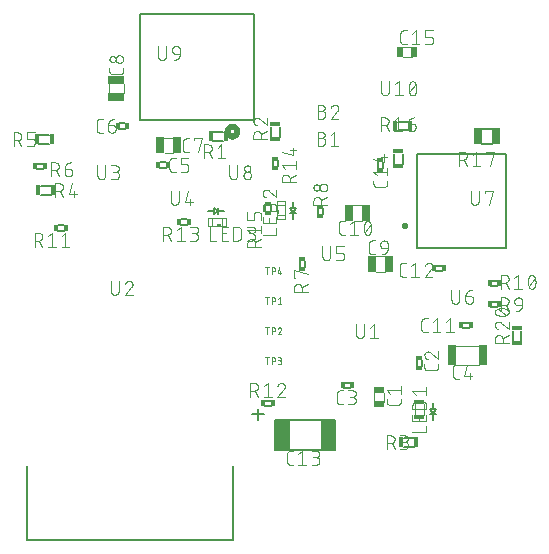
<source format=gbr>
G04 EAGLE Gerber RS-274X export*
G75*
%MOMM*%
%FSLAX34Y34*%
%LPD*%
%INDocu*%
%IPPOS*%
%AMOC8*
5,1,8,0,0,1.08239X$1,22.5*%
G01*
%ADD10C,0.101600*%
%ADD11C,0.152400*%
%ADD12R,0.750100X1.450100*%
%ADD13C,0.127000*%
%ADD14R,1.270000X2.540000*%
%ADD15R,0.599900X0.300000*%
%ADD16R,0.300000X0.599900*%
%ADD17R,1.450100X0.750100*%
%ADD18R,0.225000X0.400000*%
%ADD19R,0.400000X0.225000*%
%ADD20R,0.406400X0.863600*%
%ADD21C,0.300000*%
%ADD22C,0.050800*%
%ADD23R,0.750100X1.700000*%
%ADD24R,0.950000X0.500100*%
%ADD25C,0.508000*%
%ADD26C,0.076200*%
%ADD27R,0.863600X0.406400*%
%ADD28R,0.500100X0.950000*%
%ADD29R,0.900000X0.400000*%
%ADD30R,0.650000X1.400000*%


D10*
X289299Y120142D02*
X289299Y111704D01*
X289301Y111591D01*
X289307Y111478D01*
X289317Y111365D01*
X289331Y111252D01*
X289348Y111140D01*
X289370Y111029D01*
X289395Y110919D01*
X289425Y110809D01*
X289458Y110701D01*
X289495Y110594D01*
X289535Y110488D01*
X289580Y110384D01*
X289628Y110281D01*
X289679Y110180D01*
X289734Y110081D01*
X289792Y109984D01*
X289854Y109889D01*
X289919Y109796D01*
X289987Y109706D01*
X290058Y109618D01*
X290133Y109532D01*
X290210Y109449D01*
X290290Y109369D01*
X290373Y109292D01*
X290459Y109217D01*
X290547Y109146D01*
X290637Y109078D01*
X290730Y109013D01*
X290825Y108951D01*
X290922Y108893D01*
X291021Y108838D01*
X291122Y108787D01*
X291225Y108739D01*
X291329Y108694D01*
X291435Y108654D01*
X291542Y108617D01*
X291650Y108584D01*
X291760Y108554D01*
X291870Y108529D01*
X291981Y108507D01*
X292093Y108490D01*
X292206Y108476D01*
X292319Y108466D01*
X292432Y108460D01*
X292545Y108458D01*
X292658Y108460D01*
X292771Y108466D01*
X292884Y108476D01*
X292997Y108490D01*
X293109Y108507D01*
X293220Y108529D01*
X293330Y108554D01*
X293440Y108584D01*
X293548Y108617D01*
X293655Y108654D01*
X293761Y108694D01*
X293865Y108739D01*
X293968Y108787D01*
X294069Y108838D01*
X294168Y108893D01*
X294265Y108951D01*
X294360Y109013D01*
X294453Y109078D01*
X294543Y109146D01*
X294631Y109217D01*
X294717Y109292D01*
X294800Y109369D01*
X294880Y109449D01*
X294957Y109532D01*
X295032Y109618D01*
X295103Y109706D01*
X295171Y109796D01*
X295236Y109889D01*
X295298Y109984D01*
X295356Y110081D01*
X295411Y110180D01*
X295462Y110281D01*
X295510Y110384D01*
X295555Y110488D01*
X295595Y110594D01*
X295632Y110701D01*
X295665Y110809D01*
X295695Y110919D01*
X295720Y111029D01*
X295742Y111140D01*
X295759Y111252D01*
X295773Y111365D01*
X295783Y111478D01*
X295789Y111591D01*
X295791Y111704D01*
X295790Y111704D02*
X295790Y120142D01*
X301110Y117546D02*
X304355Y120142D01*
X304355Y108458D01*
X301110Y108458D02*
X307601Y108458D01*
X260858Y177744D02*
X260858Y186182D01*
X260858Y177744D02*
X260860Y177631D01*
X260866Y177518D01*
X260876Y177405D01*
X260890Y177292D01*
X260907Y177180D01*
X260929Y177069D01*
X260954Y176959D01*
X260984Y176849D01*
X261017Y176741D01*
X261054Y176634D01*
X261094Y176528D01*
X261139Y176424D01*
X261187Y176321D01*
X261238Y176220D01*
X261293Y176121D01*
X261351Y176024D01*
X261413Y175929D01*
X261478Y175836D01*
X261546Y175746D01*
X261617Y175658D01*
X261692Y175572D01*
X261769Y175489D01*
X261849Y175409D01*
X261932Y175332D01*
X262018Y175257D01*
X262106Y175186D01*
X262196Y175118D01*
X262289Y175053D01*
X262384Y174991D01*
X262481Y174933D01*
X262580Y174878D01*
X262681Y174827D01*
X262784Y174779D01*
X262888Y174734D01*
X262994Y174694D01*
X263101Y174657D01*
X263209Y174624D01*
X263319Y174594D01*
X263429Y174569D01*
X263540Y174547D01*
X263652Y174530D01*
X263765Y174516D01*
X263878Y174506D01*
X263991Y174500D01*
X264104Y174498D01*
X264217Y174500D01*
X264330Y174506D01*
X264443Y174516D01*
X264556Y174530D01*
X264668Y174547D01*
X264779Y174569D01*
X264889Y174594D01*
X264999Y174624D01*
X265107Y174657D01*
X265214Y174694D01*
X265320Y174734D01*
X265424Y174779D01*
X265527Y174827D01*
X265628Y174878D01*
X265727Y174933D01*
X265824Y174991D01*
X265919Y175053D01*
X266012Y175118D01*
X266102Y175186D01*
X266190Y175257D01*
X266276Y175332D01*
X266359Y175409D01*
X266439Y175489D01*
X266516Y175572D01*
X266591Y175658D01*
X266662Y175746D01*
X266730Y175836D01*
X266795Y175929D01*
X266857Y176024D01*
X266915Y176121D01*
X266970Y176220D01*
X267021Y176321D01*
X267069Y176424D01*
X267114Y176528D01*
X267154Y176634D01*
X267191Y176741D01*
X267224Y176849D01*
X267254Y176959D01*
X267279Y177069D01*
X267301Y177180D01*
X267318Y177292D01*
X267332Y177405D01*
X267342Y177518D01*
X267348Y177631D01*
X267350Y177744D01*
X267349Y177744D02*
X267349Y186182D01*
X272669Y174498D02*
X276564Y174498D01*
X276663Y174500D01*
X276763Y174506D01*
X276862Y174515D01*
X276960Y174528D01*
X277058Y174545D01*
X277156Y174566D01*
X277252Y174591D01*
X277347Y174619D01*
X277441Y174651D01*
X277534Y174686D01*
X277626Y174725D01*
X277716Y174768D01*
X277804Y174813D01*
X277891Y174863D01*
X277975Y174915D01*
X278058Y174971D01*
X278138Y175029D01*
X278216Y175091D01*
X278291Y175156D01*
X278364Y175224D01*
X278434Y175294D01*
X278502Y175367D01*
X278567Y175442D01*
X278629Y175520D01*
X278687Y175600D01*
X278743Y175683D01*
X278795Y175767D01*
X278845Y175854D01*
X278890Y175942D01*
X278933Y176032D01*
X278972Y176124D01*
X279007Y176217D01*
X279039Y176311D01*
X279067Y176406D01*
X279092Y176502D01*
X279113Y176600D01*
X279130Y176698D01*
X279143Y176796D01*
X279152Y176895D01*
X279158Y176995D01*
X279160Y177094D01*
X279160Y178393D01*
X279158Y178492D01*
X279152Y178592D01*
X279143Y178691D01*
X279130Y178789D01*
X279113Y178887D01*
X279092Y178985D01*
X279067Y179081D01*
X279039Y179176D01*
X279007Y179270D01*
X278972Y179363D01*
X278933Y179455D01*
X278890Y179545D01*
X278845Y179633D01*
X278795Y179720D01*
X278743Y179804D01*
X278687Y179887D01*
X278629Y179967D01*
X278567Y180045D01*
X278502Y180120D01*
X278434Y180193D01*
X278364Y180263D01*
X278291Y180331D01*
X278216Y180396D01*
X278138Y180458D01*
X278058Y180516D01*
X277975Y180572D01*
X277891Y180624D01*
X277804Y180674D01*
X277716Y180719D01*
X277626Y180762D01*
X277534Y180801D01*
X277441Y180836D01*
X277347Y180868D01*
X277252Y180896D01*
X277156Y180921D01*
X277058Y180942D01*
X276960Y180959D01*
X276862Y180972D01*
X276763Y180981D01*
X276663Y180987D01*
X276564Y180989D01*
X272669Y180989D01*
X272669Y186182D01*
X279160Y186182D01*
X70358Y246324D02*
X70358Y254762D01*
X70358Y246324D02*
X70360Y246211D01*
X70366Y246098D01*
X70376Y245985D01*
X70390Y245872D01*
X70407Y245760D01*
X70429Y245649D01*
X70454Y245539D01*
X70484Y245429D01*
X70517Y245321D01*
X70554Y245214D01*
X70594Y245108D01*
X70639Y245004D01*
X70687Y244901D01*
X70738Y244800D01*
X70793Y244701D01*
X70851Y244604D01*
X70913Y244509D01*
X70978Y244416D01*
X71046Y244326D01*
X71117Y244238D01*
X71192Y244152D01*
X71269Y244069D01*
X71349Y243989D01*
X71432Y243912D01*
X71518Y243837D01*
X71606Y243766D01*
X71696Y243698D01*
X71789Y243633D01*
X71884Y243571D01*
X71981Y243513D01*
X72080Y243458D01*
X72181Y243407D01*
X72284Y243359D01*
X72388Y243314D01*
X72494Y243274D01*
X72601Y243237D01*
X72709Y243204D01*
X72819Y243174D01*
X72929Y243149D01*
X73040Y243127D01*
X73152Y243110D01*
X73265Y243096D01*
X73378Y243086D01*
X73491Y243080D01*
X73604Y243078D01*
X73717Y243080D01*
X73830Y243086D01*
X73943Y243096D01*
X74056Y243110D01*
X74168Y243127D01*
X74279Y243149D01*
X74389Y243174D01*
X74499Y243204D01*
X74607Y243237D01*
X74714Y243274D01*
X74820Y243314D01*
X74924Y243359D01*
X75027Y243407D01*
X75128Y243458D01*
X75227Y243513D01*
X75324Y243571D01*
X75419Y243633D01*
X75512Y243698D01*
X75602Y243766D01*
X75690Y243837D01*
X75776Y243912D01*
X75859Y243989D01*
X75939Y244069D01*
X76016Y244152D01*
X76091Y244238D01*
X76162Y244326D01*
X76230Y244416D01*
X76295Y244509D01*
X76357Y244604D01*
X76415Y244701D01*
X76470Y244800D01*
X76521Y244901D01*
X76569Y245004D01*
X76614Y245108D01*
X76654Y245214D01*
X76691Y245321D01*
X76724Y245429D01*
X76754Y245539D01*
X76779Y245649D01*
X76801Y245760D01*
X76818Y245872D01*
X76832Y245985D01*
X76842Y246098D01*
X76848Y246211D01*
X76850Y246324D01*
X76849Y246324D02*
X76849Y254762D01*
X82169Y243078D02*
X85415Y243078D01*
X85528Y243080D01*
X85641Y243086D01*
X85754Y243096D01*
X85867Y243110D01*
X85979Y243127D01*
X86090Y243149D01*
X86200Y243174D01*
X86310Y243204D01*
X86418Y243237D01*
X86525Y243274D01*
X86631Y243314D01*
X86735Y243359D01*
X86838Y243407D01*
X86939Y243458D01*
X87038Y243513D01*
X87135Y243571D01*
X87230Y243633D01*
X87323Y243698D01*
X87413Y243766D01*
X87501Y243837D01*
X87587Y243912D01*
X87670Y243989D01*
X87750Y244069D01*
X87827Y244152D01*
X87902Y244238D01*
X87973Y244326D01*
X88041Y244416D01*
X88106Y244509D01*
X88168Y244604D01*
X88226Y244701D01*
X88281Y244800D01*
X88332Y244901D01*
X88380Y245004D01*
X88425Y245108D01*
X88465Y245214D01*
X88502Y245321D01*
X88535Y245429D01*
X88565Y245539D01*
X88590Y245649D01*
X88612Y245760D01*
X88629Y245872D01*
X88643Y245985D01*
X88653Y246098D01*
X88659Y246211D01*
X88661Y246324D01*
X88659Y246437D01*
X88653Y246550D01*
X88643Y246663D01*
X88629Y246776D01*
X88612Y246888D01*
X88590Y246999D01*
X88565Y247109D01*
X88535Y247219D01*
X88502Y247327D01*
X88465Y247434D01*
X88425Y247540D01*
X88380Y247644D01*
X88332Y247747D01*
X88281Y247848D01*
X88226Y247947D01*
X88168Y248044D01*
X88106Y248139D01*
X88041Y248232D01*
X87973Y248322D01*
X87902Y248410D01*
X87827Y248496D01*
X87750Y248579D01*
X87670Y248659D01*
X87587Y248736D01*
X87501Y248811D01*
X87413Y248882D01*
X87323Y248950D01*
X87230Y249015D01*
X87135Y249077D01*
X87038Y249135D01*
X86939Y249190D01*
X86838Y249241D01*
X86735Y249289D01*
X86631Y249334D01*
X86525Y249374D01*
X86418Y249411D01*
X86310Y249444D01*
X86200Y249474D01*
X86090Y249499D01*
X85979Y249521D01*
X85867Y249538D01*
X85754Y249552D01*
X85641Y249562D01*
X85528Y249568D01*
X85415Y249570D01*
X86064Y254762D02*
X82169Y254762D01*
X86064Y254762D02*
X86165Y254760D01*
X86265Y254754D01*
X86365Y254744D01*
X86465Y254731D01*
X86564Y254713D01*
X86663Y254692D01*
X86760Y254667D01*
X86857Y254638D01*
X86952Y254605D01*
X87046Y254569D01*
X87138Y254529D01*
X87229Y254486D01*
X87318Y254439D01*
X87405Y254389D01*
X87491Y254335D01*
X87574Y254278D01*
X87654Y254218D01*
X87733Y254155D01*
X87809Y254088D01*
X87882Y254019D01*
X87952Y253947D01*
X88020Y253873D01*
X88085Y253796D01*
X88146Y253716D01*
X88205Y253634D01*
X88260Y253550D01*
X88312Y253464D01*
X88361Y253376D01*
X88406Y253286D01*
X88448Y253194D01*
X88486Y253101D01*
X88520Y253006D01*
X88551Y252911D01*
X88578Y252814D01*
X88601Y252716D01*
X88621Y252617D01*
X88636Y252517D01*
X88648Y252417D01*
X88656Y252317D01*
X88660Y252216D01*
X88660Y252116D01*
X88656Y252015D01*
X88648Y251915D01*
X88636Y251815D01*
X88621Y251715D01*
X88601Y251616D01*
X88578Y251518D01*
X88551Y251421D01*
X88520Y251326D01*
X88486Y251231D01*
X88448Y251138D01*
X88406Y251046D01*
X88361Y250956D01*
X88312Y250868D01*
X88260Y250782D01*
X88205Y250698D01*
X88146Y250616D01*
X88085Y250536D01*
X88020Y250459D01*
X87952Y250385D01*
X87882Y250313D01*
X87809Y250244D01*
X87733Y250177D01*
X87654Y250114D01*
X87574Y250054D01*
X87491Y249997D01*
X87405Y249943D01*
X87318Y249893D01*
X87229Y249846D01*
X87138Y249803D01*
X87046Y249763D01*
X86952Y249727D01*
X86857Y249694D01*
X86760Y249665D01*
X86663Y249640D01*
X86564Y249619D01*
X86465Y249601D01*
X86365Y249588D01*
X86265Y249578D01*
X86165Y249572D01*
X86064Y249570D01*
X86064Y249569D02*
X83467Y249569D01*
X81788Y156972D02*
X81788Y148534D01*
X81790Y148421D01*
X81796Y148308D01*
X81806Y148195D01*
X81820Y148082D01*
X81837Y147970D01*
X81859Y147859D01*
X81884Y147749D01*
X81914Y147639D01*
X81947Y147531D01*
X81984Y147424D01*
X82024Y147318D01*
X82069Y147214D01*
X82117Y147111D01*
X82168Y147010D01*
X82223Y146911D01*
X82281Y146814D01*
X82343Y146719D01*
X82408Y146626D01*
X82476Y146536D01*
X82547Y146448D01*
X82622Y146362D01*
X82699Y146279D01*
X82779Y146199D01*
X82862Y146122D01*
X82948Y146047D01*
X83036Y145976D01*
X83126Y145908D01*
X83219Y145843D01*
X83314Y145781D01*
X83411Y145723D01*
X83510Y145668D01*
X83611Y145617D01*
X83714Y145569D01*
X83818Y145524D01*
X83924Y145484D01*
X84031Y145447D01*
X84139Y145414D01*
X84249Y145384D01*
X84359Y145359D01*
X84470Y145337D01*
X84582Y145320D01*
X84695Y145306D01*
X84808Y145296D01*
X84921Y145290D01*
X85034Y145288D01*
X85147Y145290D01*
X85260Y145296D01*
X85373Y145306D01*
X85486Y145320D01*
X85598Y145337D01*
X85709Y145359D01*
X85819Y145384D01*
X85929Y145414D01*
X86037Y145447D01*
X86144Y145484D01*
X86250Y145524D01*
X86354Y145569D01*
X86457Y145617D01*
X86558Y145668D01*
X86657Y145723D01*
X86754Y145781D01*
X86849Y145843D01*
X86942Y145908D01*
X87032Y145976D01*
X87120Y146047D01*
X87206Y146122D01*
X87289Y146199D01*
X87369Y146279D01*
X87446Y146362D01*
X87521Y146448D01*
X87592Y146536D01*
X87660Y146626D01*
X87725Y146719D01*
X87787Y146814D01*
X87845Y146911D01*
X87900Y147010D01*
X87951Y147111D01*
X87999Y147214D01*
X88044Y147318D01*
X88084Y147424D01*
X88121Y147531D01*
X88154Y147639D01*
X88184Y147749D01*
X88209Y147859D01*
X88231Y147970D01*
X88248Y148082D01*
X88262Y148195D01*
X88272Y148308D01*
X88278Y148421D01*
X88280Y148534D01*
X88279Y148534D02*
X88279Y156972D01*
X97169Y156972D02*
X97276Y156970D01*
X97382Y156964D01*
X97488Y156954D01*
X97594Y156941D01*
X97700Y156923D01*
X97804Y156902D01*
X97908Y156877D01*
X98011Y156848D01*
X98112Y156816D01*
X98212Y156779D01*
X98311Y156739D01*
X98409Y156696D01*
X98505Y156649D01*
X98599Y156598D01*
X98691Y156544D01*
X98781Y156487D01*
X98869Y156427D01*
X98954Y156363D01*
X99037Y156296D01*
X99118Y156226D01*
X99196Y156154D01*
X99272Y156078D01*
X99344Y156000D01*
X99414Y155919D01*
X99481Y155836D01*
X99545Y155751D01*
X99605Y155663D01*
X99662Y155573D01*
X99716Y155481D01*
X99767Y155387D01*
X99814Y155291D01*
X99857Y155193D01*
X99897Y155094D01*
X99934Y154994D01*
X99966Y154893D01*
X99995Y154790D01*
X100020Y154686D01*
X100041Y154582D01*
X100059Y154476D01*
X100072Y154370D01*
X100082Y154264D01*
X100088Y154158D01*
X100090Y154051D01*
X97169Y156972D02*
X97048Y156970D01*
X96927Y156964D01*
X96807Y156954D01*
X96686Y156941D01*
X96567Y156923D01*
X96447Y156902D01*
X96329Y156877D01*
X96212Y156848D01*
X96095Y156815D01*
X95980Y156779D01*
X95866Y156738D01*
X95753Y156695D01*
X95641Y156647D01*
X95532Y156596D01*
X95424Y156541D01*
X95317Y156483D01*
X95213Y156422D01*
X95111Y156357D01*
X95011Y156289D01*
X94913Y156218D01*
X94817Y156144D01*
X94724Y156067D01*
X94634Y155986D01*
X94546Y155903D01*
X94461Y155817D01*
X94378Y155728D01*
X94299Y155637D01*
X94222Y155543D01*
X94149Y155447D01*
X94079Y155349D01*
X94012Y155248D01*
X93948Y155145D01*
X93888Y155040D01*
X93831Y154933D01*
X93777Y154825D01*
X93727Y154715D01*
X93681Y154603D01*
X93638Y154490D01*
X93599Y154375D01*
X99117Y151779D02*
X99196Y151856D01*
X99272Y151937D01*
X99345Y152020D01*
X99415Y152105D01*
X99482Y152193D01*
X99546Y152283D01*
X99606Y152375D01*
X99663Y152470D01*
X99717Y152566D01*
X99768Y152664D01*
X99815Y152764D01*
X99859Y152866D01*
X99899Y152969D01*
X99935Y153073D01*
X99967Y153179D01*
X99996Y153285D01*
X100021Y153393D01*
X100043Y153501D01*
X100060Y153611D01*
X100074Y153720D01*
X100083Y153830D01*
X100089Y153941D01*
X100091Y154051D01*
X99116Y151779D02*
X93599Y145288D01*
X100090Y145288D01*
X132588Y224734D02*
X132588Y233172D01*
X132588Y224734D02*
X132590Y224621D01*
X132596Y224508D01*
X132606Y224395D01*
X132620Y224282D01*
X132637Y224170D01*
X132659Y224059D01*
X132684Y223949D01*
X132714Y223839D01*
X132747Y223731D01*
X132784Y223624D01*
X132824Y223518D01*
X132869Y223414D01*
X132917Y223311D01*
X132968Y223210D01*
X133023Y223111D01*
X133081Y223014D01*
X133143Y222919D01*
X133208Y222826D01*
X133276Y222736D01*
X133347Y222648D01*
X133422Y222562D01*
X133499Y222479D01*
X133579Y222399D01*
X133662Y222322D01*
X133748Y222247D01*
X133836Y222176D01*
X133926Y222108D01*
X134019Y222043D01*
X134114Y221981D01*
X134211Y221923D01*
X134310Y221868D01*
X134411Y221817D01*
X134514Y221769D01*
X134618Y221724D01*
X134724Y221684D01*
X134831Y221647D01*
X134939Y221614D01*
X135049Y221584D01*
X135159Y221559D01*
X135270Y221537D01*
X135382Y221520D01*
X135495Y221506D01*
X135608Y221496D01*
X135721Y221490D01*
X135834Y221488D01*
X135947Y221490D01*
X136060Y221496D01*
X136173Y221506D01*
X136286Y221520D01*
X136398Y221537D01*
X136509Y221559D01*
X136619Y221584D01*
X136729Y221614D01*
X136837Y221647D01*
X136944Y221684D01*
X137050Y221724D01*
X137154Y221769D01*
X137257Y221817D01*
X137358Y221868D01*
X137457Y221923D01*
X137554Y221981D01*
X137649Y222043D01*
X137742Y222108D01*
X137832Y222176D01*
X137920Y222247D01*
X138006Y222322D01*
X138089Y222399D01*
X138169Y222479D01*
X138246Y222562D01*
X138321Y222648D01*
X138392Y222736D01*
X138460Y222826D01*
X138525Y222919D01*
X138587Y223014D01*
X138645Y223111D01*
X138700Y223210D01*
X138751Y223311D01*
X138799Y223414D01*
X138844Y223518D01*
X138884Y223624D01*
X138921Y223731D01*
X138954Y223839D01*
X138984Y223949D01*
X139009Y224059D01*
X139031Y224170D01*
X139048Y224282D01*
X139062Y224395D01*
X139072Y224508D01*
X139078Y224621D01*
X139080Y224734D01*
X139079Y224734D02*
X139079Y233172D01*
X146995Y233172D02*
X144399Y224084D01*
X150890Y224084D01*
X148943Y226681D02*
X148943Y221488D01*
X370078Y149352D02*
X370078Y140914D01*
X370080Y140801D01*
X370086Y140688D01*
X370096Y140575D01*
X370110Y140462D01*
X370127Y140350D01*
X370149Y140239D01*
X370174Y140129D01*
X370204Y140019D01*
X370237Y139911D01*
X370274Y139804D01*
X370314Y139698D01*
X370359Y139594D01*
X370407Y139491D01*
X370458Y139390D01*
X370513Y139291D01*
X370571Y139194D01*
X370633Y139099D01*
X370698Y139006D01*
X370766Y138916D01*
X370837Y138828D01*
X370912Y138742D01*
X370989Y138659D01*
X371069Y138579D01*
X371152Y138502D01*
X371238Y138427D01*
X371326Y138356D01*
X371416Y138288D01*
X371509Y138223D01*
X371604Y138161D01*
X371701Y138103D01*
X371800Y138048D01*
X371901Y137997D01*
X372004Y137949D01*
X372108Y137904D01*
X372214Y137864D01*
X372321Y137827D01*
X372429Y137794D01*
X372539Y137764D01*
X372649Y137739D01*
X372760Y137717D01*
X372872Y137700D01*
X372985Y137686D01*
X373098Y137676D01*
X373211Y137670D01*
X373324Y137668D01*
X373437Y137670D01*
X373550Y137676D01*
X373663Y137686D01*
X373776Y137700D01*
X373888Y137717D01*
X373999Y137739D01*
X374109Y137764D01*
X374219Y137794D01*
X374327Y137827D01*
X374434Y137864D01*
X374540Y137904D01*
X374644Y137949D01*
X374747Y137997D01*
X374848Y138048D01*
X374947Y138103D01*
X375044Y138161D01*
X375139Y138223D01*
X375232Y138288D01*
X375322Y138356D01*
X375410Y138427D01*
X375496Y138502D01*
X375579Y138579D01*
X375659Y138659D01*
X375736Y138742D01*
X375811Y138828D01*
X375882Y138916D01*
X375950Y139006D01*
X376015Y139099D01*
X376077Y139194D01*
X376135Y139291D01*
X376190Y139390D01*
X376241Y139491D01*
X376289Y139594D01*
X376334Y139698D01*
X376374Y139804D01*
X376411Y139911D01*
X376444Y140019D01*
X376474Y140129D01*
X376499Y140239D01*
X376521Y140350D01*
X376538Y140462D01*
X376552Y140575D01*
X376562Y140688D01*
X376568Y140801D01*
X376570Y140914D01*
X376569Y140914D02*
X376569Y149352D01*
X381889Y144159D02*
X385784Y144159D01*
X385883Y144157D01*
X385983Y144151D01*
X386082Y144142D01*
X386180Y144129D01*
X386278Y144112D01*
X386376Y144091D01*
X386472Y144066D01*
X386567Y144038D01*
X386661Y144006D01*
X386754Y143971D01*
X386846Y143932D01*
X386936Y143889D01*
X387024Y143844D01*
X387111Y143794D01*
X387195Y143742D01*
X387278Y143686D01*
X387358Y143628D01*
X387436Y143566D01*
X387511Y143501D01*
X387584Y143433D01*
X387654Y143363D01*
X387722Y143290D01*
X387787Y143215D01*
X387849Y143137D01*
X387907Y143057D01*
X387963Y142974D01*
X388015Y142890D01*
X388065Y142803D01*
X388110Y142715D01*
X388153Y142625D01*
X388192Y142533D01*
X388227Y142440D01*
X388259Y142346D01*
X388287Y142251D01*
X388312Y142155D01*
X388333Y142057D01*
X388350Y141959D01*
X388363Y141861D01*
X388372Y141762D01*
X388378Y141662D01*
X388380Y141563D01*
X388380Y140914D01*
X388381Y140914D02*
X388379Y140801D01*
X388373Y140688D01*
X388363Y140575D01*
X388349Y140462D01*
X388332Y140350D01*
X388310Y140239D01*
X388285Y140129D01*
X388255Y140019D01*
X388222Y139911D01*
X388185Y139804D01*
X388145Y139698D01*
X388100Y139594D01*
X388052Y139491D01*
X388001Y139390D01*
X387946Y139291D01*
X387888Y139194D01*
X387826Y139099D01*
X387761Y139006D01*
X387693Y138916D01*
X387622Y138828D01*
X387547Y138742D01*
X387470Y138659D01*
X387390Y138579D01*
X387307Y138502D01*
X387221Y138427D01*
X387133Y138356D01*
X387043Y138288D01*
X386950Y138223D01*
X386855Y138161D01*
X386758Y138103D01*
X386659Y138048D01*
X386558Y137997D01*
X386455Y137949D01*
X386351Y137904D01*
X386245Y137864D01*
X386138Y137827D01*
X386030Y137794D01*
X385920Y137764D01*
X385810Y137739D01*
X385699Y137717D01*
X385587Y137700D01*
X385474Y137686D01*
X385361Y137676D01*
X385248Y137670D01*
X385135Y137668D01*
X385022Y137670D01*
X384909Y137676D01*
X384796Y137686D01*
X384683Y137700D01*
X384571Y137717D01*
X384460Y137739D01*
X384350Y137764D01*
X384240Y137794D01*
X384132Y137827D01*
X384025Y137864D01*
X383919Y137904D01*
X383815Y137949D01*
X383712Y137997D01*
X383611Y138048D01*
X383512Y138103D01*
X383415Y138161D01*
X383320Y138223D01*
X383227Y138288D01*
X383137Y138356D01*
X383049Y138427D01*
X382963Y138502D01*
X382880Y138579D01*
X382800Y138659D01*
X382723Y138742D01*
X382648Y138828D01*
X382577Y138916D01*
X382509Y139006D01*
X382444Y139099D01*
X382382Y139194D01*
X382324Y139291D01*
X382269Y139390D01*
X382218Y139491D01*
X382170Y139594D01*
X382125Y139698D01*
X382085Y139804D01*
X382048Y139911D01*
X382015Y140019D01*
X381985Y140129D01*
X381960Y140239D01*
X381938Y140350D01*
X381921Y140462D01*
X381907Y140575D01*
X381897Y140688D01*
X381891Y140801D01*
X381889Y140914D01*
X381889Y144159D01*
X381891Y144302D01*
X381897Y144445D01*
X381907Y144588D01*
X381921Y144730D01*
X381938Y144872D01*
X381960Y145014D01*
X381985Y145155D01*
X382015Y145295D01*
X382048Y145434D01*
X382085Y145572D01*
X382126Y145709D01*
X382170Y145845D01*
X382219Y145980D01*
X382271Y146113D01*
X382326Y146245D01*
X382386Y146375D01*
X382449Y146504D01*
X382515Y146631D01*
X382585Y146755D01*
X382658Y146878D01*
X382735Y146999D01*
X382815Y147118D01*
X382898Y147234D01*
X382984Y147349D01*
X383073Y147460D01*
X383166Y147570D01*
X383261Y147676D01*
X383360Y147780D01*
X383461Y147881D01*
X383565Y147980D01*
X383671Y148075D01*
X383781Y148168D01*
X383892Y148257D01*
X384007Y148343D01*
X384123Y148426D01*
X384242Y148506D01*
X384363Y148583D01*
X384485Y148656D01*
X384610Y148726D01*
X384737Y148792D01*
X384866Y148855D01*
X384996Y148915D01*
X385128Y148970D01*
X385261Y149022D01*
X385396Y149071D01*
X385532Y149115D01*
X385669Y149156D01*
X385807Y149193D01*
X385946Y149226D01*
X386086Y149256D01*
X386227Y149281D01*
X386369Y149303D01*
X386511Y149320D01*
X386653Y149334D01*
X386796Y149344D01*
X386939Y149350D01*
X387082Y149352D01*
X182118Y246324D02*
X182118Y254762D01*
X182118Y246324D02*
X182120Y246211D01*
X182126Y246098D01*
X182136Y245985D01*
X182150Y245872D01*
X182167Y245760D01*
X182189Y245649D01*
X182214Y245539D01*
X182244Y245429D01*
X182277Y245321D01*
X182314Y245214D01*
X182354Y245108D01*
X182399Y245004D01*
X182447Y244901D01*
X182498Y244800D01*
X182553Y244701D01*
X182611Y244604D01*
X182673Y244509D01*
X182738Y244416D01*
X182806Y244326D01*
X182877Y244238D01*
X182952Y244152D01*
X183029Y244069D01*
X183109Y243989D01*
X183192Y243912D01*
X183278Y243837D01*
X183366Y243766D01*
X183456Y243698D01*
X183549Y243633D01*
X183644Y243571D01*
X183741Y243513D01*
X183840Y243458D01*
X183941Y243407D01*
X184044Y243359D01*
X184148Y243314D01*
X184254Y243274D01*
X184361Y243237D01*
X184469Y243204D01*
X184579Y243174D01*
X184689Y243149D01*
X184800Y243127D01*
X184912Y243110D01*
X185025Y243096D01*
X185138Y243086D01*
X185251Y243080D01*
X185364Y243078D01*
X185477Y243080D01*
X185590Y243086D01*
X185703Y243096D01*
X185816Y243110D01*
X185928Y243127D01*
X186039Y243149D01*
X186149Y243174D01*
X186259Y243204D01*
X186367Y243237D01*
X186474Y243274D01*
X186580Y243314D01*
X186684Y243359D01*
X186787Y243407D01*
X186888Y243458D01*
X186987Y243513D01*
X187084Y243571D01*
X187179Y243633D01*
X187272Y243698D01*
X187362Y243766D01*
X187450Y243837D01*
X187536Y243912D01*
X187619Y243989D01*
X187699Y244069D01*
X187776Y244152D01*
X187851Y244238D01*
X187922Y244326D01*
X187990Y244416D01*
X188055Y244509D01*
X188117Y244604D01*
X188175Y244701D01*
X188230Y244800D01*
X188281Y244901D01*
X188329Y245004D01*
X188374Y245108D01*
X188414Y245214D01*
X188451Y245321D01*
X188484Y245429D01*
X188514Y245539D01*
X188539Y245649D01*
X188561Y245760D01*
X188578Y245872D01*
X188592Y245985D01*
X188602Y246098D01*
X188608Y246211D01*
X188610Y246324D01*
X188609Y246324D02*
X188609Y254762D01*
X193929Y246324D02*
X193931Y246437D01*
X193937Y246550D01*
X193947Y246663D01*
X193961Y246776D01*
X193978Y246888D01*
X194000Y246999D01*
X194025Y247109D01*
X194055Y247219D01*
X194088Y247327D01*
X194125Y247434D01*
X194165Y247540D01*
X194210Y247644D01*
X194258Y247747D01*
X194309Y247848D01*
X194364Y247947D01*
X194422Y248044D01*
X194484Y248139D01*
X194549Y248232D01*
X194617Y248322D01*
X194688Y248410D01*
X194763Y248496D01*
X194840Y248579D01*
X194920Y248659D01*
X195003Y248736D01*
X195089Y248811D01*
X195177Y248882D01*
X195267Y248950D01*
X195360Y249015D01*
X195455Y249077D01*
X195552Y249135D01*
X195651Y249190D01*
X195752Y249241D01*
X195855Y249289D01*
X195959Y249334D01*
X196065Y249374D01*
X196172Y249411D01*
X196280Y249444D01*
X196390Y249474D01*
X196500Y249499D01*
X196611Y249521D01*
X196723Y249538D01*
X196836Y249552D01*
X196949Y249562D01*
X197062Y249568D01*
X197175Y249570D01*
X197288Y249568D01*
X197401Y249562D01*
X197514Y249552D01*
X197627Y249538D01*
X197739Y249521D01*
X197850Y249499D01*
X197960Y249474D01*
X198070Y249444D01*
X198178Y249411D01*
X198285Y249374D01*
X198391Y249334D01*
X198495Y249289D01*
X198598Y249241D01*
X198699Y249190D01*
X198798Y249135D01*
X198895Y249077D01*
X198990Y249015D01*
X199083Y248950D01*
X199173Y248882D01*
X199261Y248811D01*
X199347Y248736D01*
X199430Y248659D01*
X199510Y248579D01*
X199587Y248496D01*
X199662Y248410D01*
X199733Y248322D01*
X199801Y248232D01*
X199866Y248139D01*
X199928Y248044D01*
X199986Y247947D01*
X200041Y247848D01*
X200092Y247747D01*
X200140Y247644D01*
X200185Y247540D01*
X200225Y247434D01*
X200262Y247327D01*
X200295Y247219D01*
X200325Y247109D01*
X200350Y246999D01*
X200372Y246888D01*
X200389Y246776D01*
X200403Y246663D01*
X200413Y246550D01*
X200419Y246437D01*
X200421Y246324D01*
X200419Y246211D01*
X200413Y246098D01*
X200403Y245985D01*
X200389Y245872D01*
X200372Y245760D01*
X200350Y245649D01*
X200325Y245539D01*
X200295Y245429D01*
X200262Y245321D01*
X200225Y245214D01*
X200185Y245108D01*
X200140Y245004D01*
X200092Y244901D01*
X200041Y244800D01*
X199986Y244701D01*
X199928Y244604D01*
X199866Y244509D01*
X199801Y244416D01*
X199733Y244326D01*
X199662Y244238D01*
X199587Y244152D01*
X199510Y244069D01*
X199430Y243989D01*
X199347Y243912D01*
X199261Y243837D01*
X199173Y243766D01*
X199083Y243698D01*
X198990Y243633D01*
X198895Y243571D01*
X198798Y243513D01*
X198699Y243458D01*
X198598Y243407D01*
X198495Y243359D01*
X198391Y243314D01*
X198285Y243274D01*
X198178Y243237D01*
X198070Y243204D01*
X197960Y243174D01*
X197850Y243149D01*
X197739Y243127D01*
X197627Y243110D01*
X197514Y243096D01*
X197401Y243086D01*
X197288Y243080D01*
X197175Y243078D01*
X197062Y243080D01*
X196949Y243086D01*
X196836Y243096D01*
X196723Y243110D01*
X196611Y243127D01*
X196500Y243149D01*
X196390Y243174D01*
X196280Y243204D01*
X196172Y243237D01*
X196065Y243274D01*
X195959Y243314D01*
X195855Y243359D01*
X195752Y243407D01*
X195651Y243458D01*
X195552Y243513D01*
X195455Y243571D01*
X195360Y243633D01*
X195267Y243698D01*
X195177Y243766D01*
X195089Y243837D01*
X195003Y243912D01*
X194920Y243989D01*
X194840Y244069D01*
X194763Y244152D01*
X194688Y244238D01*
X194617Y244326D01*
X194549Y244416D01*
X194484Y244509D01*
X194422Y244604D01*
X194364Y244701D01*
X194309Y244800D01*
X194258Y244901D01*
X194210Y245004D01*
X194165Y245108D01*
X194125Y245214D01*
X194088Y245321D01*
X194055Y245429D01*
X194025Y245539D01*
X194000Y245649D01*
X193978Y245760D01*
X193961Y245872D01*
X193947Y245985D01*
X193937Y246098D01*
X193931Y246211D01*
X193929Y246324D01*
X194579Y252166D02*
X194581Y252267D01*
X194587Y252367D01*
X194597Y252467D01*
X194610Y252567D01*
X194628Y252666D01*
X194649Y252765D01*
X194674Y252862D01*
X194703Y252959D01*
X194736Y253054D01*
X194772Y253148D01*
X194812Y253240D01*
X194855Y253331D01*
X194902Y253420D01*
X194952Y253507D01*
X195006Y253593D01*
X195063Y253676D01*
X195123Y253756D01*
X195186Y253835D01*
X195253Y253911D01*
X195322Y253984D01*
X195394Y254054D01*
X195468Y254122D01*
X195545Y254187D01*
X195625Y254248D01*
X195707Y254307D01*
X195791Y254362D01*
X195877Y254414D01*
X195965Y254463D01*
X196055Y254508D01*
X196147Y254550D01*
X196240Y254588D01*
X196335Y254622D01*
X196430Y254653D01*
X196527Y254680D01*
X196625Y254703D01*
X196724Y254723D01*
X196824Y254738D01*
X196924Y254750D01*
X197024Y254758D01*
X197125Y254762D01*
X197225Y254762D01*
X197326Y254758D01*
X197426Y254750D01*
X197526Y254738D01*
X197626Y254723D01*
X197725Y254703D01*
X197823Y254680D01*
X197920Y254653D01*
X198015Y254622D01*
X198110Y254588D01*
X198203Y254550D01*
X198295Y254508D01*
X198385Y254463D01*
X198473Y254414D01*
X198559Y254362D01*
X198643Y254307D01*
X198725Y254248D01*
X198805Y254187D01*
X198882Y254122D01*
X198956Y254054D01*
X199028Y253984D01*
X199097Y253911D01*
X199164Y253835D01*
X199227Y253756D01*
X199287Y253676D01*
X199344Y253593D01*
X199398Y253507D01*
X199448Y253420D01*
X199495Y253331D01*
X199538Y253240D01*
X199578Y253148D01*
X199614Y253054D01*
X199647Y252959D01*
X199676Y252862D01*
X199701Y252765D01*
X199722Y252666D01*
X199740Y252567D01*
X199753Y252467D01*
X199763Y252367D01*
X199769Y252267D01*
X199771Y252166D01*
X199769Y252065D01*
X199763Y251965D01*
X199753Y251865D01*
X199740Y251765D01*
X199722Y251666D01*
X199701Y251567D01*
X199676Y251470D01*
X199647Y251373D01*
X199614Y251278D01*
X199578Y251184D01*
X199538Y251092D01*
X199495Y251001D01*
X199448Y250912D01*
X199398Y250825D01*
X199344Y250739D01*
X199287Y250656D01*
X199227Y250576D01*
X199164Y250497D01*
X199097Y250421D01*
X199028Y250348D01*
X198956Y250278D01*
X198882Y250210D01*
X198805Y250145D01*
X198725Y250084D01*
X198643Y250025D01*
X198559Y249970D01*
X198473Y249918D01*
X198385Y249869D01*
X198295Y249824D01*
X198203Y249782D01*
X198110Y249744D01*
X198015Y249710D01*
X197920Y249679D01*
X197823Y249652D01*
X197725Y249629D01*
X197626Y249609D01*
X197526Y249594D01*
X197426Y249582D01*
X197326Y249574D01*
X197225Y249570D01*
X197125Y249570D01*
X197024Y249574D01*
X196924Y249582D01*
X196824Y249594D01*
X196724Y249609D01*
X196625Y249629D01*
X196527Y249652D01*
X196430Y249679D01*
X196335Y249710D01*
X196240Y249744D01*
X196147Y249782D01*
X196055Y249824D01*
X195965Y249869D01*
X195877Y249918D01*
X195791Y249970D01*
X195707Y250025D01*
X195625Y250084D01*
X195545Y250145D01*
X195468Y250210D01*
X195394Y250278D01*
X195322Y250348D01*
X195253Y250421D01*
X195186Y250497D01*
X195123Y250576D01*
X195063Y250656D01*
X195006Y250739D01*
X194952Y250825D01*
X194902Y250912D01*
X194855Y251001D01*
X194812Y251092D01*
X194772Y251184D01*
X194736Y251278D01*
X194703Y251373D01*
X194674Y251470D01*
X194649Y251567D01*
X194628Y251666D01*
X194610Y251765D01*
X194597Y251865D01*
X194587Y251965D01*
X194581Y252065D01*
X194579Y252166D01*
D11*
X168910Y215900D02*
X163830Y215900D01*
X168910Y215900D02*
X168910Y213360D01*
X168910Y215900D02*
X168910Y218440D01*
X172720Y215900D01*
X168910Y213360D01*
X172720Y215900D02*
X177800Y215900D01*
X172720Y215900D02*
X172720Y213360D01*
X172720Y215900D02*
X172720Y218440D01*
X236220Y218440D02*
X236220Y223520D01*
X236220Y218440D02*
X233680Y218440D01*
X236220Y218440D02*
X238760Y218440D01*
X236220Y214630D01*
X233680Y218440D01*
X236220Y214630D02*
X236220Y209550D01*
X236220Y214630D02*
X233680Y214630D01*
X236220Y214630D02*
X238760Y214630D01*
X354330Y53340D02*
X354330Y48260D01*
X351790Y48260D01*
X354330Y48260D02*
X356870Y48260D01*
X354330Y44450D01*
X351790Y48260D01*
X354330Y44450D02*
X354330Y39370D01*
X354330Y44450D02*
X351790Y44450D01*
X354330Y44450D02*
X356870Y44450D01*
D10*
X386588Y224734D02*
X386588Y233172D01*
X386588Y224734D02*
X386590Y224621D01*
X386596Y224508D01*
X386606Y224395D01*
X386620Y224282D01*
X386637Y224170D01*
X386659Y224059D01*
X386684Y223949D01*
X386714Y223839D01*
X386747Y223731D01*
X386784Y223624D01*
X386824Y223518D01*
X386869Y223414D01*
X386917Y223311D01*
X386968Y223210D01*
X387023Y223111D01*
X387081Y223014D01*
X387143Y222919D01*
X387208Y222826D01*
X387276Y222736D01*
X387347Y222648D01*
X387422Y222562D01*
X387499Y222479D01*
X387579Y222399D01*
X387662Y222322D01*
X387748Y222247D01*
X387836Y222176D01*
X387926Y222108D01*
X388019Y222043D01*
X388114Y221981D01*
X388211Y221923D01*
X388310Y221868D01*
X388411Y221817D01*
X388514Y221769D01*
X388618Y221724D01*
X388724Y221684D01*
X388831Y221647D01*
X388939Y221614D01*
X389049Y221584D01*
X389159Y221559D01*
X389270Y221537D01*
X389382Y221520D01*
X389495Y221506D01*
X389608Y221496D01*
X389721Y221490D01*
X389834Y221488D01*
X389947Y221490D01*
X390060Y221496D01*
X390173Y221506D01*
X390286Y221520D01*
X390398Y221537D01*
X390509Y221559D01*
X390619Y221584D01*
X390729Y221614D01*
X390837Y221647D01*
X390944Y221684D01*
X391050Y221724D01*
X391154Y221769D01*
X391257Y221817D01*
X391358Y221868D01*
X391457Y221923D01*
X391554Y221981D01*
X391649Y222043D01*
X391742Y222108D01*
X391832Y222176D01*
X391920Y222247D01*
X392006Y222322D01*
X392089Y222399D01*
X392169Y222479D01*
X392246Y222562D01*
X392321Y222648D01*
X392392Y222736D01*
X392460Y222826D01*
X392525Y222919D01*
X392587Y223014D01*
X392645Y223111D01*
X392700Y223210D01*
X392751Y223311D01*
X392799Y223414D01*
X392844Y223518D01*
X392884Y223624D01*
X392921Y223731D01*
X392954Y223839D01*
X392984Y223949D01*
X393009Y224059D01*
X393031Y224170D01*
X393048Y224282D01*
X393062Y224395D01*
X393072Y224508D01*
X393078Y224621D01*
X393080Y224734D01*
X393079Y224734D02*
X393079Y233172D01*
X398399Y233172D02*
X398399Y231874D01*
X398399Y233172D02*
X404890Y233172D01*
X401645Y221488D01*
X294640Y221230D02*
X287020Y221230D01*
X287270Y208030D02*
X294640Y208030D01*
D12*
X283659Y214642D03*
X298137Y214642D03*
D10*
X280021Y196088D02*
X277424Y196088D01*
X277325Y196090D01*
X277225Y196096D01*
X277126Y196105D01*
X277028Y196118D01*
X276930Y196135D01*
X276832Y196156D01*
X276736Y196181D01*
X276641Y196209D01*
X276547Y196241D01*
X276454Y196276D01*
X276362Y196315D01*
X276272Y196358D01*
X276184Y196403D01*
X276097Y196453D01*
X276013Y196505D01*
X275930Y196561D01*
X275850Y196619D01*
X275772Y196681D01*
X275697Y196746D01*
X275624Y196814D01*
X275554Y196884D01*
X275486Y196957D01*
X275421Y197032D01*
X275359Y197110D01*
X275301Y197190D01*
X275245Y197273D01*
X275193Y197357D01*
X275143Y197444D01*
X275098Y197532D01*
X275055Y197622D01*
X275016Y197714D01*
X274981Y197807D01*
X274949Y197901D01*
X274921Y197996D01*
X274896Y198092D01*
X274875Y198190D01*
X274858Y198288D01*
X274845Y198386D01*
X274836Y198485D01*
X274830Y198585D01*
X274828Y198684D01*
X274828Y205176D01*
X274830Y205275D01*
X274836Y205375D01*
X274845Y205474D01*
X274858Y205572D01*
X274875Y205670D01*
X274896Y205768D01*
X274921Y205864D01*
X274949Y205959D01*
X274981Y206053D01*
X275016Y206146D01*
X275055Y206238D01*
X275098Y206328D01*
X275143Y206416D01*
X275193Y206503D01*
X275245Y206587D01*
X275301Y206670D01*
X275359Y206750D01*
X275421Y206828D01*
X275486Y206903D01*
X275554Y206976D01*
X275624Y207046D01*
X275697Y207114D01*
X275772Y207179D01*
X275850Y207241D01*
X275930Y207299D01*
X276013Y207355D01*
X276097Y207407D01*
X276184Y207457D01*
X276272Y207502D01*
X276362Y207545D01*
X276454Y207584D01*
X276546Y207619D01*
X276641Y207651D01*
X276736Y207679D01*
X276832Y207704D01*
X276930Y207725D01*
X277028Y207742D01*
X277126Y207755D01*
X277225Y207764D01*
X277325Y207770D01*
X277424Y207772D01*
X280021Y207772D01*
X284386Y205176D02*
X287632Y207772D01*
X287632Y196088D01*
X290877Y196088D02*
X284386Y196088D01*
X295817Y201930D02*
X295820Y202160D01*
X295828Y202390D01*
X295842Y202619D01*
X295861Y202848D01*
X295886Y203077D01*
X295916Y203304D01*
X295951Y203532D01*
X295992Y203758D01*
X296038Y203983D01*
X296090Y204207D01*
X296147Y204429D01*
X296209Y204651D01*
X296277Y204870D01*
X296350Y205088D01*
X296428Y205305D01*
X296511Y205519D01*
X296599Y205731D01*
X296692Y205941D01*
X296791Y206149D01*
X296790Y206149D02*
X296823Y206239D01*
X296859Y206328D01*
X296899Y206416D01*
X296943Y206501D01*
X296990Y206585D01*
X297040Y206667D01*
X297094Y206747D01*
X297150Y206824D01*
X297210Y206900D01*
X297273Y206973D01*
X297338Y207043D01*
X297407Y207111D01*
X297478Y207175D01*
X297551Y207237D01*
X297627Y207296D01*
X297705Y207352D01*
X297786Y207405D01*
X297868Y207454D01*
X297952Y207500D01*
X298039Y207543D01*
X298126Y207582D01*
X298216Y207618D01*
X298306Y207650D01*
X298398Y207678D01*
X298491Y207703D01*
X298585Y207724D01*
X298679Y207741D01*
X298774Y207755D01*
X298870Y207764D01*
X298966Y207770D01*
X299062Y207772D01*
X299158Y207770D01*
X299254Y207764D01*
X299350Y207755D01*
X299445Y207741D01*
X299539Y207724D01*
X299633Y207703D01*
X299726Y207678D01*
X299818Y207650D01*
X299908Y207618D01*
X299998Y207582D01*
X300085Y207543D01*
X300172Y207500D01*
X300256Y207454D01*
X300338Y207405D01*
X300419Y207352D01*
X300497Y207296D01*
X300573Y207237D01*
X300646Y207175D01*
X300717Y207111D01*
X300786Y207043D01*
X300851Y206973D01*
X300914Y206900D01*
X300974Y206824D01*
X301030Y206747D01*
X301084Y206667D01*
X301134Y206585D01*
X301181Y206501D01*
X301225Y206416D01*
X301265Y206328D01*
X301301Y206239D01*
X301334Y206149D01*
X301433Y205942D01*
X301526Y205732D01*
X301614Y205519D01*
X301697Y205305D01*
X301775Y205089D01*
X301848Y204871D01*
X301916Y204651D01*
X301978Y204430D01*
X302035Y204207D01*
X302087Y203983D01*
X302133Y203758D01*
X302174Y203532D01*
X302209Y203305D01*
X302239Y203077D01*
X302264Y202848D01*
X302283Y202619D01*
X302297Y202390D01*
X302305Y202160D01*
X302308Y201930D01*
X295816Y201930D02*
X295819Y201700D01*
X295827Y201470D01*
X295841Y201241D01*
X295860Y201012D01*
X295885Y200783D01*
X295915Y200555D01*
X295950Y200328D01*
X295991Y200102D01*
X296037Y199877D01*
X296089Y199653D01*
X296146Y199430D01*
X296208Y199209D01*
X296276Y198989D01*
X296349Y198771D01*
X296427Y198555D01*
X296510Y198341D01*
X296598Y198129D01*
X296691Y197918D01*
X296790Y197711D01*
X296823Y197621D01*
X296859Y197532D01*
X296900Y197444D01*
X296943Y197359D01*
X296990Y197275D01*
X297040Y197193D01*
X297094Y197113D01*
X297150Y197036D01*
X297210Y196960D01*
X297273Y196887D01*
X297338Y196817D01*
X297407Y196749D01*
X297478Y196685D01*
X297551Y196623D01*
X297627Y196564D01*
X297705Y196508D01*
X297786Y196455D01*
X297868Y196406D01*
X297952Y196360D01*
X298039Y196317D01*
X298126Y196278D01*
X298216Y196242D01*
X298306Y196210D01*
X298398Y196182D01*
X298491Y196157D01*
X298585Y196136D01*
X298679Y196119D01*
X298774Y196105D01*
X298870Y196096D01*
X298966Y196090D01*
X299062Y196088D01*
X301334Y197711D02*
X301433Y197918D01*
X301526Y198129D01*
X301614Y198341D01*
X301697Y198555D01*
X301775Y198771D01*
X301848Y198989D01*
X301916Y199209D01*
X301978Y199430D01*
X302035Y199653D01*
X302087Y199877D01*
X302133Y200102D01*
X302174Y200328D01*
X302209Y200555D01*
X302239Y200783D01*
X302264Y201012D01*
X302283Y201241D01*
X302297Y201470D01*
X302305Y201700D01*
X302308Y201930D01*
X301334Y197711D02*
X301301Y197621D01*
X301265Y197532D01*
X301225Y197444D01*
X301181Y197359D01*
X301134Y197275D01*
X301084Y197193D01*
X301030Y197113D01*
X300974Y197036D01*
X300914Y196960D01*
X300851Y196887D01*
X300786Y196817D01*
X300717Y196749D01*
X300646Y196685D01*
X300573Y196623D01*
X300497Y196564D01*
X300419Y196508D01*
X300338Y196455D01*
X300256Y196406D01*
X300172Y196360D01*
X300085Y196317D01*
X299998Y196278D01*
X299908Y196242D01*
X299818Y196210D01*
X299726Y196182D01*
X299633Y196157D01*
X299539Y196136D01*
X299445Y196119D01*
X299350Y196105D01*
X299254Y196096D01*
X299158Y196090D01*
X299062Y196088D01*
X296465Y198684D02*
X301658Y205176D01*
D13*
X211380Y43970D02*
X201380Y43970D01*
X206380Y48970D02*
X206380Y38970D01*
D14*
X227330Y26670D03*
X265430Y26670D03*
D13*
X271780Y39370D02*
X220980Y39370D01*
X220980Y13970D02*
X271780Y13970D01*
X220980Y13970D02*
X220980Y39370D01*
X271780Y39370D02*
X271780Y13970D01*
D10*
X236051Y1298D02*
X233454Y1298D01*
X233355Y1300D01*
X233255Y1306D01*
X233156Y1315D01*
X233058Y1328D01*
X232960Y1345D01*
X232862Y1366D01*
X232766Y1391D01*
X232671Y1419D01*
X232577Y1451D01*
X232484Y1486D01*
X232392Y1525D01*
X232302Y1568D01*
X232214Y1613D01*
X232127Y1663D01*
X232043Y1715D01*
X231960Y1771D01*
X231880Y1829D01*
X231802Y1891D01*
X231727Y1956D01*
X231654Y2024D01*
X231584Y2094D01*
X231516Y2167D01*
X231451Y2242D01*
X231389Y2320D01*
X231331Y2400D01*
X231275Y2483D01*
X231223Y2567D01*
X231173Y2654D01*
X231128Y2742D01*
X231085Y2832D01*
X231046Y2924D01*
X231011Y3017D01*
X230979Y3111D01*
X230951Y3206D01*
X230926Y3302D01*
X230905Y3400D01*
X230888Y3498D01*
X230875Y3596D01*
X230866Y3695D01*
X230860Y3795D01*
X230858Y3894D01*
X230858Y10386D01*
X230860Y10485D01*
X230866Y10585D01*
X230875Y10684D01*
X230888Y10782D01*
X230905Y10880D01*
X230926Y10978D01*
X230951Y11074D01*
X230979Y11169D01*
X231011Y11263D01*
X231046Y11356D01*
X231085Y11448D01*
X231128Y11538D01*
X231173Y11626D01*
X231223Y11713D01*
X231275Y11797D01*
X231331Y11880D01*
X231389Y11960D01*
X231451Y12038D01*
X231516Y12113D01*
X231584Y12186D01*
X231654Y12256D01*
X231727Y12324D01*
X231802Y12389D01*
X231880Y12451D01*
X231960Y12509D01*
X232043Y12565D01*
X232127Y12617D01*
X232214Y12667D01*
X232302Y12712D01*
X232392Y12755D01*
X232484Y12794D01*
X232576Y12829D01*
X232671Y12861D01*
X232766Y12889D01*
X232862Y12914D01*
X232960Y12935D01*
X233058Y12952D01*
X233156Y12965D01*
X233255Y12974D01*
X233355Y12980D01*
X233454Y12982D01*
X236051Y12982D01*
X240416Y10386D02*
X243662Y12982D01*
X243662Y1298D01*
X246907Y1298D02*
X240416Y1298D01*
X251846Y1298D02*
X255092Y1298D01*
X255205Y1300D01*
X255318Y1306D01*
X255431Y1316D01*
X255544Y1330D01*
X255656Y1347D01*
X255767Y1369D01*
X255877Y1394D01*
X255987Y1424D01*
X256095Y1457D01*
X256202Y1494D01*
X256308Y1534D01*
X256412Y1579D01*
X256515Y1627D01*
X256616Y1678D01*
X256715Y1733D01*
X256812Y1791D01*
X256907Y1853D01*
X257000Y1918D01*
X257090Y1986D01*
X257178Y2057D01*
X257264Y2132D01*
X257347Y2209D01*
X257427Y2289D01*
X257504Y2372D01*
X257579Y2458D01*
X257650Y2546D01*
X257718Y2636D01*
X257783Y2729D01*
X257845Y2824D01*
X257903Y2921D01*
X257958Y3020D01*
X258009Y3121D01*
X258057Y3224D01*
X258102Y3328D01*
X258142Y3434D01*
X258179Y3541D01*
X258212Y3649D01*
X258242Y3759D01*
X258267Y3869D01*
X258289Y3980D01*
X258306Y4092D01*
X258320Y4205D01*
X258330Y4318D01*
X258336Y4431D01*
X258338Y4544D01*
X258336Y4657D01*
X258330Y4770D01*
X258320Y4883D01*
X258306Y4996D01*
X258289Y5108D01*
X258267Y5219D01*
X258242Y5329D01*
X258212Y5439D01*
X258179Y5547D01*
X258142Y5654D01*
X258102Y5760D01*
X258057Y5864D01*
X258009Y5967D01*
X257958Y6068D01*
X257903Y6167D01*
X257845Y6264D01*
X257783Y6359D01*
X257718Y6452D01*
X257650Y6542D01*
X257579Y6630D01*
X257504Y6716D01*
X257427Y6799D01*
X257347Y6879D01*
X257264Y6956D01*
X257178Y7031D01*
X257090Y7102D01*
X257000Y7170D01*
X256907Y7235D01*
X256812Y7297D01*
X256715Y7355D01*
X256616Y7410D01*
X256515Y7461D01*
X256412Y7509D01*
X256308Y7554D01*
X256202Y7594D01*
X256095Y7631D01*
X255987Y7664D01*
X255877Y7694D01*
X255767Y7719D01*
X255656Y7741D01*
X255544Y7758D01*
X255431Y7772D01*
X255318Y7782D01*
X255205Y7788D01*
X255092Y7790D01*
X255741Y12982D02*
X251846Y12982D01*
X255741Y12982D02*
X255842Y12980D01*
X255942Y12974D01*
X256042Y12964D01*
X256142Y12951D01*
X256241Y12933D01*
X256340Y12912D01*
X256437Y12887D01*
X256534Y12858D01*
X256629Y12825D01*
X256723Y12789D01*
X256815Y12749D01*
X256906Y12706D01*
X256995Y12659D01*
X257082Y12609D01*
X257168Y12555D01*
X257251Y12498D01*
X257331Y12438D01*
X257410Y12375D01*
X257486Y12308D01*
X257559Y12239D01*
X257629Y12167D01*
X257697Y12093D01*
X257762Y12016D01*
X257823Y11936D01*
X257882Y11854D01*
X257937Y11770D01*
X257989Y11684D01*
X258038Y11596D01*
X258083Y11506D01*
X258125Y11414D01*
X258163Y11321D01*
X258197Y11226D01*
X258228Y11131D01*
X258255Y11034D01*
X258278Y10936D01*
X258298Y10837D01*
X258313Y10737D01*
X258325Y10637D01*
X258333Y10537D01*
X258337Y10436D01*
X258337Y10336D01*
X258333Y10235D01*
X258325Y10135D01*
X258313Y10035D01*
X258298Y9935D01*
X258278Y9836D01*
X258255Y9738D01*
X258228Y9641D01*
X258197Y9546D01*
X258163Y9451D01*
X258125Y9358D01*
X258083Y9266D01*
X258038Y9176D01*
X257989Y9088D01*
X257937Y9002D01*
X257882Y8918D01*
X257823Y8836D01*
X257762Y8756D01*
X257697Y8679D01*
X257629Y8605D01*
X257559Y8533D01*
X257486Y8464D01*
X257410Y8397D01*
X257331Y8334D01*
X257251Y8274D01*
X257168Y8217D01*
X257082Y8163D01*
X256995Y8113D01*
X256906Y8066D01*
X256815Y8023D01*
X256723Y7983D01*
X256629Y7947D01*
X256534Y7914D01*
X256437Y7885D01*
X256340Y7860D01*
X256241Y7839D01*
X256142Y7821D01*
X256042Y7808D01*
X255942Y7798D01*
X255842Y7792D01*
X255741Y7790D01*
X255741Y7789D02*
X253144Y7789D01*
D11*
X345140Y85180D02*
X345140Y90080D01*
X340660Y90080D02*
X340660Y85180D01*
D15*
X342852Y91670D03*
X342852Y83542D03*
D10*
X358902Y83829D02*
X358902Y86426D01*
X358902Y83829D02*
X358900Y83730D01*
X358894Y83630D01*
X358885Y83531D01*
X358872Y83433D01*
X358855Y83335D01*
X358834Y83237D01*
X358809Y83141D01*
X358781Y83046D01*
X358749Y82952D01*
X358714Y82859D01*
X358675Y82767D01*
X358632Y82677D01*
X358587Y82589D01*
X358537Y82502D01*
X358485Y82418D01*
X358429Y82335D01*
X358371Y82255D01*
X358309Y82177D01*
X358244Y82102D01*
X358176Y82029D01*
X358106Y81959D01*
X358033Y81891D01*
X357958Y81826D01*
X357880Y81764D01*
X357800Y81706D01*
X357717Y81650D01*
X357633Y81598D01*
X357546Y81548D01*
X357458Y81503D01*
X357368Y81460D01*
X357276Y81421D01*
X357183Y81386D01*
X357089Y81354D01*
X356994Y81326D01*
X356898Y81301D01*
X356800Y81280D01*
X356702Y81263D01*
X356604Y81250D01*
X356505Y81241D01*
X356405Y81235D01*
X356306Y81233D01*
X349814Y81233D01*
X349814Y81232D02*
X349715Y81234D01*
X349615Y81240D01*
X349516Y81249D01*
X349418Y81262D01*
X349320Y81280D01*
X349222Y81300D01*
X349126Y81325D01*
X349030Y81353D01*
X348936Y81385D01*
X348843Y81420D01*
X348752Y81459D01*
X348662Y81502D01*
X348573Y81547D01*
X348487Y81597D01*
X348402Y81649D01*
X348320Y81705D01*
X348240Y81764D01*
X348162Y81825D01*
X348086Y81890D01*
X348013Y81958D01*
X347943Y82028D01*
X347875Y82101D01*
X347810Y82177D01*
X347749Y82255D01*
X347690Y82335D01*
X347634Y82417D01*
X347582Y82502D01*
X347533Y82588D01*
X347487Y82677D01*
X347444Y82767D01*
X347405Y82858D01*
X347370Y82951D01*
X347338Y83045D01*
X347310Y83141D01*
X347285Y83237D01*
X347265Y83335D01*
X347247Y83433D01*
X347234Y83531D01*
X347225Y83630D01*
X347219Y83729D01*
X347217Y83829D01*
X347218Y83829D02*
X347218Y86426D01*
X347218Y94361D02*
X347220Y94468D01*
X347226Y94574D01*
X347236Y94680D01*
X347249Y94786D01*
X347267Y94892D01*
X347288Y94996D01*
X347313Y95100D01*
X347342Y95203D01*
X347374Y95304D01*
X347411Y95404D01*
X347451Y95503D01*
X347494Y95601D01*
X347541Y95697D01*
X347592Y95791D01*
X347646Y95883D01*
X347703Y95973D01*
X347763Y96061D01*
X347827Y96146D01*
X347894Y96229D01*
X347964Y96310D01*
X348036Y96388D01*
X348112Y96464D01*
X348190Y96536D01*
X348271Y96606D01*
X348354Y96673D01*
X348439Y96737D01*
X348527Y96797D01*
X348617Y96854D01*
X348709Y96908D01*
X348803Y96959D01*
X348899Y97006D01*
X348997Y97049D01*
X349096Y97089D01*
X349196Y97126D01*
X349297Y97158D01*
X349400Y97187D01*
X349504Y97212D01*
X349608Y97233D01*
X349714Y97251D01*
X349820Y97264D01*
X349926Y97274D01*
X350032Y97280D01*
X350139Y97282D01*
X347218Y94361D02*
X347220Y94240D01*
X347226Y94119D01*
X347236Y93999D01*
X347249Y93878D01*
X347267Y93759D01*
X347288Y93639D01*
X347313Y93521D01*
X347342Y93404D01*
X347375Y93287D01*
X347411Y93172D01*
X347452Y93058D01*
X347495Y92945D01*
X347543Y92833D01*
X347594Y92724D01*
X347649Y92616D01*
X347707Y92509D01*
X347768Y92405D01*
X347833Y92303D01*
X347901Y92203D01*
X347972Y92105D01*
X348046Y92009D01*
X348123Y91916D01*
X348204Y91826D01*
X348287Y91738D01*
X348373Y91653D01*
X348462Y91570D01*
X348553Y91491D01*
X348647Y91414D01*
X348743Y91341D01*
X348841Y91271D01*
X348942Y91204D01*
X349045Y91140D01*
X349150Y91080D01*
X349257Y91022D01*
X349365Y90969D01*
X349475Y90919D01*
X349587Y90873D01*
X349700Y90830D01*
X349815Y90791D01*
X352411Y96308D02*
X352333Y96387D01*
X352253Y96463D01*
X352170Y96536D01*
X352084Y96606D01*
X351997Y96673D01*
X351906Y96737D01*
X351814Y96797D01*
X351720Y96855D01*
X351623Y96909D01*
X351525Y96959D01*
X351425Y97006D01*
X351324Y97050D01*
X351221Y97090D01*
X351116Y97126D01*
X351011Y97158D01*
X350904Y97187D01*
X350797Y97212D01*
X350688Y97234D01*
X350579Y97251D01*
X350470Y97265D01*
X350360Y97274D01*
X350249Y97280D01*
X350139Y97282D01*
X352411Y96308D02*
X358902Y90791D01*
X358902Y97282D01*
D11*
X128180Y257510D02*
X123280Y257510D01*
X123280Y253030D02*
X128180Y253030D01*
D16*
X121690Y255222D03*
X129818Y255222D03*
D10*
X133914Y249428D02*
X136511Y249428D01*
X133914Y249428D02*
X133815Y249430D01*
X133715Y249436D01*
X133616Y249445D01*
X133518Y249458D01*
X133420Y249475D01*
X133322Y249496D01*
X133226Y249521D01*
X133131Y249549D01*
X133037Y249581D01*
X132944Y249616D01*
X132852Y249655D01*
X132762Y249698D01*
X132674Y249743D01*
X132587Y249793D01*
X132503Y249845D01*
X132420Y249901D01*
X132340Y249959D01*
X132262Y250021D01*
X132187Y250086D01*
X132114Y250154D01*
X132044Y250224D01*
X131976Y250297D01*
X131911Y250372D01*
X131849Y250450D01*
X131791Y250530D01*
X131735Y250613D01*
X131683Y250697D01*
X131633Y250784D01*
X131588Y250872D01*
X131545Y250962D01*
X131506Y251054D01*
X131471Y251147D01*
X131439Y251241D01*
X131411Y251336D01*
X131386Y251432D01*
X131365Y251530D01*
X131348Y251628D01*
X131335Y251726D01*
X131326Y251825D01*
X131320Y251925D01*
X131318Y252024D01*
X131318Y258516D01*
X131320Y258615D01*
X131326Y258715D01*
X131335Y258814D01*
X131348Y258912D01*
X131365Y259010D01*
X131386Y259108D01*
X131411Y259204D01*
X131439Y259299D01*
X131471Y259393D01*
X131506Y259486D01*
X131545Y259578D01*
X131588Y259668D01*
X131633Y259756D01*
X131683Y259843D01*
X131735Y259927D01*
X131791Y260010D01*
X131849Y260090D01*
X131911Y260168D01*
X131976Y260243D01*
X132044Y260316D01*
X132114Y260386D01*
X132187Y260454D01*
X132262Y260519D01*
X132340Y260581D01*
X132420Y260639D01*
X132503Y260695D01*
X132587Y260747D01*
X132674Y260797D01*
X132762Y260842D01*
X132852Y260885D01*
X132944Y260924D01*
X133036Y260959D01*
X133131Y260991D01*
X133226Y261019D01*
X133322Y261044D01*
X133420Y261065D01*
X133518Y261082D01*
X133616Y261095D01*
X133715Y261104D01*
X133815Y261110D01*
X133914Y261112D01*
X136511Y261112D01*
X140876Y249428D02*
X144771Y249428D01*
X144870Y249430D01*
X144970Y249436D01*
X145069Y249445D01*
X145167Y249458D01*
X145265Y249475D01*
X145363Y249496D01*
X145459Y249521D01*
X145554Y249549D01*
X145648Y249581D01*
X145741Y249616D01*
X145833Y249655D01*
X145923Y249698D01*
X146011Y249743D01*
X146098Y249793D01*
X146182Y249845D01*
X146265Y249901D01*
X146345Y249959D01*
X146423Y250021D01*
X146498Y250086D01*
X146571Y250154D01*
X146641Y250224D01*
X146709Y250297D01*
X146774Y250372D01*
X146836Y250450D01*
X146894Y250530D01*
X146950Y250613D01*
X147002Y250697D01*
X147052Y250784D01*
X147097Y250872D01*
X147140Y250962D01*
X147179Y251054D01*
X147214Y251147D01*
X147246Y251241D01*
X147274Y251336D01*
X147299Y251432D01*
X147320Y251530D01*
X147337Y251628D01*
X147350Y251726D01*
X147359Y251825D01*
X147365Y251925D01*
X147367Y252024D01*
X147367Y253323D01*
X147365Y253422D01*
X147359Y253522D01*
X147350Y253621D01*
X147337Y253719D01*
X147320Y253817D01*
X147299Y253915D01*
X147274Y254011D01*
X147246Y254106D01*
X147214Y254200D01*
X147179Y254293D01*
X147140Y254385D01*
X147097Y254475D01*
X147052Y254563D01*
X147002Y254650D01*
X146950Y254734D01*
X146894Y254817D01*
X146836Y254897D01*
X146774Y254975D01*
X146709Y255050D01*
X146641Y255123D01*
X146571Y255193D01*
X146498Y255261D01*
X146423Y255326D01*
X146345Y255388D01*
X146265Y255446D01*
X146182Y255502D01*
X146098Y255554D01*
X146011Y255604D01*
X145923Y255649D01*
X145833Y255692D01*
X145741Y255731D01*
X145648Y255766D01*
X145554Y255798D01*
X145459Y255826D01*
X145363Y255851D01*
X145265Y255872D01*
X145167Y255889D01*
X145069Y255902D01*
X144970Y255911D01*
X144870Y255917D01*
X144771Y255919D01*
X140876Y255919D01*
X140876Y261112D01*
X147367Y261112D01*
D11*
X93890Y286050D02*
X88990Y286050D01*
X88990Y290530D02*
X93890Y290530D01*
D16*
X95480Y288339D03*
X87352Y288339D03*
D10*
X74996Y282448D02*
X72399Y282448D01*
X72300Y282450D01*
X72200Y282456D01*
X72101Y282465D01*
X72003Y282478D01*
X71905Y282495D01*
X71807Y282516D01*
X71711Y282541D01*
X71616Y282569D01*
X71522Y282601D01*
X71429Y282636D01*
X71337Y282675D01*
X71247Y282718D01*
X71159Y282763D01*
X71072Y282813D01*
X70988Y282865D01*
X70905Y282921D01*
X70825Y282979D01*
X70747Y283041D01*
X70672Y283106D01*
X70599Y283174D01*
X70529Y283244D01*
X70461Y283317D01*
X70396Y283392D01*
X70334Y283470D01*
X70276Y283550D01*
X70220Y283633D01*
X70168Y283717D01*
X70118Y283804D01*
X70073Y283892D01*
X70030Y283982D01*
X69991Y284074D01*
X69956Y284167D01*
X69924Y284261D01*
X69896Y284356D01*
X69871Y284452D01*
X69850Y284550D01*
X69833Y284648D01*
X69820Y284746D01*
X69811Y284845D01*
X69805Y284945D01*
X69803Y285044D01*
X69803Y291536D01*
X69805Y291635D01*
X69811Y291735D01*
X69820Y291834D01*
X69833Y291932D01*
X69850Y292030D01*
X69871Y292128D01*
X69896Y292224D01*
X69924Y292319D01*
X69956Y292413D01*
X69991Y292506D01*
X70030Y292598D01*
X70073Y292688D01*
X70118Y292776D01*
X70168Y292863D01*
X70220Y292947D01*
X70276Y293030D01*
X70334Y293110D01*
X70396Y293188D01*
X70461Y293263D01*
X70529Y293336D01*
X70599Y293406D01*
X70672Y293474D01*
X70747Y293539D01*
X70825Y293601D01*
X70905Y293659D01*
X70988Y293715D01*
X71072Y293767D01*
X71159Y293817D01*
X71247Y293862D01*
X71337Y293905D01*
X71429Y293944D01*
X71521Y293979D01*
X71616Y294011D01*
X71711Y294039D01*
X71807Y294064D01*
X71905Y294085D01*
X72003Y294102D01*
X72101Y294115D01*
X72200Y294124D01*
X72300Y294130D01*
X72399Y294132D01*
X74996Y294132D01*
X79361Y288939D02*
X83256Y288939D01*
X83355Y288937D01*
X83455Y288931D01*
X83554Y288922D01*
X83652Y288909D01*
X83750Y288892D01*
X83848Y288871D01*
X83944Y288846D01*
X84039Y288818D01*
X84133Y288786D01*
X84226Y288751D01*
X84318Y288712D01*
X84408Y288669D01*
X84496Y288624D01*
X84583Y288574D01*
X84667Y288522D01*
X84750Y288466D01*
X84830Y288408D01*
X84908Y288346D01*
X84983Y288281D01*
X85056Y288213D01*
X85126Y288143D01*
X85194Y288070D01*
X85259Y287995D01*
X85321Y287917D01*
X85379Y287837D01*
X85435Y287754D01*
X85487Y287670D01*
X85537Y287583D01*
X85582Y287495D01*
X85625Y287405D01*
X85664Y287313D01*
X85699Y287220D01*
X85731Y287126D01*
X85759Y287031D01*
X85784Y286935D01*
X85805Y286837D01*
X85822Y286739D01*
X85835Y286641D01*
X85844Y286542D01*
X85850Y286442D01*
X85852Y286343D01*
X85852Y285694D01*
X85850Y285581D01*
X85844Y285468D01*
X85834Y285355D01*
X85820Y285242D01*
X85803Y285130D01*
X85781Y285019D01*
X85756Y284909D01*
X85726Y284799D01*
X85693Y284691D01*
X85656Y284584D01*
X85616Y284478D01*
X85571Y284374D01*
X85523Y284271D01*
X85472Y284170D01*
X85417Y284071D01*
X85359Y283974D01*
X85297Y283879D01*
X85232Y283786D01*
X85164Y283696D01*
X85093Y283608D01*
X85018Y283522D01*
X84941Y283439D01*
X84861Y283359D01*
X84778Y283282D01*
X84692Y283207D01*
X84604Y283136D01*
X84514Y283068D01*
X84421Y283003D01*
X84326Y282941D01*
X84229Y282883D01*
X84130Y282828D01*
X84029Y282777D01*
X83926Y282729D01*
X83822Y282684D01*
X83716Y282644D01*
X83609Y282607D01*
X83501Y282574D01*
X83391Y282544D01*
X83281Y282519D01*
X83170Y282497D01*
X83058Y282480D01*
X82945Y282466D01*
X82832Y282456D01*
X82719Y282450D01*
X82606Y282448D01*
X82493Y282450D01*
X82380Y282456D01*
X82267Y282466D01*
X82154Y282480D01*
X82042Y282497D01*
X81931Y282519D01*
X81821Y282544D01*
X81711Y282574D01*
X81603Y282607D01*
X81496Y282644D01*
X81390Y282684D01*
X81286Y282729D01*
X81183Y282777D01*
X81082Y282828D01*
X80983Y282883D01*
X80886Y282941D01*
X80791Y283003D01*
X80698Y283068D01*
X80608Y283136D01*
X80520Y283207D01*
X80434Y283282D01*
X80351Y283359D01*
X80271Y283439D01*
X80194Y283522D01*
X80119Y283608D01*
X80048Y283696D01*
X79980Y283786D01*
X79915Y283879D01*
X79853Y283974D01*
X79795Y284071D01*
X79740Y284170D01*
X79689Y284271D01*
X79641Y284374D01*
X79596Y284478D01*
X79556Y284584D01*
X79519Y284691D01*
X79486Y284799D01*
X79456Y284909D01*
X79431Y285019D01*
X79409Y285130D01*
X79392Y285242D01*
X79378Y285355D01*
X79368Y285468D01*
X79362Y285581D01*
X79360Y285694D01*
X79361Y285694D02*
X79361Y288939D01*
X79363Y289082D01*
X79369Y289225D01*
X79379Y289368D01*
X79393Y289510D01*
X79410Y289652D01*
X79432Y289794D01*
X79457Y289935D01*
X79487Y290075D01*
X79520Y290214D01*
X79557Y290352D01*
X79598Y290489D01*
X79642Y290625D01*
X79691Y290760D01*
X79743Y290893D01*
X79798Y291025D01*
X79858Y291155D01*
X79921Y291284D01*
X79987Y291411D01*
X80057Y291535D01*
X80130Y291658D01*
X80207Y291779D01*
X80287Y291898D01*
X80370Y292014D01*
X80456Y292129D01*
X80545Y292240D01*
X80638Y292350D01*
X80733Y292456D01*
X80832Y292560D01*
X80933Y292661D01*
X81037Y292760D01*
X81143Y292855D01*
X81253Y292948D01*
X81364Y293037D01*
X81479Y293123D01*
X81595Y293206D01*
X81714Y293286D01*
X81835Y293363D01*
X81957Y293436D01*
X82082Y293506D01*
X82209Y293572D01*
X82338Y293635D01*
X82468Y293695D01*
X82600Y293750D01*
X82733Y293802D01*
X82868Y293851D01*
X83004Y293895D01*
X83141Y293936D01*
X83279Y293973D01*
X83418Y294006D01*
X83558Y294036D01*
X83699Y294061D01*
X83841Y294083D01*
X83983Y294100D01*
X84125Y294114D01*
X84268Y294124D01*
X84411Y294130D01*
X84554Y294132D01*
X127000Y278380D02*
X134620Y278380D01*
X134620Y265180D02*
X127250Y265180D01*
D12*
X123639Y271792D03*
X138117Y271792D03*
D10*
X145344Y265938D02*
X147941Y265938D01*
X145344Y265938D02*
X145245Y265940D01*
X145145Y265946D01*
X145046Y265955D01*
X144948Y265968D01*
X144850Y265985D01*
X144752Y266006D01*
X144656Y266031D01*
X144561Y266059D01*
X144467Y266091D01*
X144374Y266126D01*
X144282Y266165D01*
X144192Y266208D01*
X144104Y266253D01*
X144017Y266303D01*
X143933Y266355D01*
X143850Y266411D01*
X143770Y266469D01*
X143692Y266531D01*
X143617Y266596D01*
X143544Y266664D01*
X143474Y266734D01*
X143406Y266807D01*
X143341Y266882D01*
X143279Y266960D01*
X143221Y267040D01*
X143165Y267123D01*
X143113Y267207D01*
X143063Y267294D01*
X143018Y267382D01*
X142975Y267472D01*
X142936Y267564D01*
X142901Y267657D01*
X142869Y267751D01*
X142841Y267846D01*
X142816Y267942D01*
X142795Y268040D01*
X142778Y268138D01*
X142765Y268236D01*
X142756Y268335D01*
X142750Y268435D01*
X142748Y268534D01*
X142748Y275026D01*
X142750Y275125D01*
X142756Y275225D01*
X142765Y275324D01*
X142778Y275422D01*
X142795Y275520D01*
X142816Y275618D01*
X142841Y275714D01*
X142869Y275809D01*
X142901Y275903D01*
X142936Y275996D01*
X142975Y276088D01*
X143018Y276178D01*
X143063Y276266D01*
X143113Y276353D01*
X143165Y276437D01*
X143221Y276520D01*
X143279Y276600D01*
X143341Y276678D01*
X143406Y276753D01*
X143474Y276826D01*
X143544Y276896D01*
X143617Y276964D01*
X143692Y277029D01*
X143770Y277091D01*
X143850Y277149D01*
X143933Y277205D01*
X144017Y277257D01*
X144104Y277307D01*
X144192Y277352D01*
X144282Y277395D01*
X144374Y277434D01*
X144466Y277469D01*
X144561Y277501D01*
X144656Y277529D01*
X144752Y277554D01*
X144850Y277575D01*
X144948Y277592D01*
X145046Y277605D01*
X145145Y277614D01*
X145245Y277620D01*
X145344Y277622D01*
X147941Y277622D01*
X152306Y277622D02*
X152306Y276324D01*
X152306Y277622D02*
X158797Y277622D01*
X155552Y265938D01*
X79760Y316230D02*
X79760Y323850D01*
X92960Y323850D02*
X92960Y316480D01*
D17*
X86349Y312869D03*
X86349Y327347D03*
D10*
X92202Y334574D02*
X92202Y337171D01*
X92202Y334574D02*
X92200Y334475D01*
X92194Y334375D01*
X92185Y334276D01*
X92172Y334178D01*
X92155Y334080D01*
X92134Y333982D01*
X92109Y333886D01*
X92081Y333791D01*
X92049Y333697D01*
X92014Y333604D01*
X91975Y333512D01*
X91932Y333422D01*
X91887Y333334D01*
X91837Y333247D01*
X91785Y333163D01*
X91729Y333080D01*
X91671Y333000D01*
X91609Y332922D01*
X91544Y332847D01*
X91476Y332774D01*
X91406Y332704D01*
X91333Y332636D01*
X91258Y332571D01*
X91180Y332509D01*
X91100Y332451D01*
X91017Y332395D01*
X90933Y332343D01*
X90846Y332293D01*
X90758Y332248D01*
X90668Y332205D01*
X90576Y332166D01*
X90483Y332131D01*
X90389Y332099D01*
X90294Y332071D01*
X90198Y332046D01*
X90100Y332025D01*
X90002Y332008D01*
X89904Y331995D01*
X89805Y331986D01*
X89705Y331980D01*
X89606Y331978D01*
X83114Y331978D01*
X83015Y331980D01*
X82915Y331986D01*
X82816Y331995D01*
X82718Y332008D01*
X82620Y332026D01*
X82522Y332046D01*
X82426Y332071D01*
X82330Y332099D01*
X82236Y332131D01*
X82143Y332166D01*
X82052Y332205D01*
X81962Y332248D01*
X81873Y332293D01*
X81787Y332343D01*
X81702Y332395D01*
X81620Y332451D01*
X81540Y332510D01*
X81462Y332571D01*
X81386Y332636D01*
X81313Y332704D01*
X81243Y332774D01*
X81175Y332847D01*
X81110Y332923D01*
X81049Y333001D01*
X80990Y333081D01*
X80934Y333163D01*
X80882Y333248D01*
X80833Y333334D01*
X80787Y333423D01*
X80744Y333513D01*
X80705Y333604D01*
X80670Y333697D01*
X80638Y333791D01*
X80610Y333887D01*
X80585Y333983D01*
X80565Y334081D01*
X80547Y334179D01*
X80534Y334277D01*
X80525Y334376D01*
X80519Y334475D01*
X80517Y334575D01*
X80518Y334574D02*
X80518Y337171D01*
X88956Y341536D02*
X88843Y341538D01*
X88730Y341544D01*
X88617Y341554D01*
X88504Y341568D01*
X88392Y341585D01*
X88281Y341607D01*
X88171Y341632D01*
X88061Y341662D01*
X87953Y341695D01*
X87846Y341732D01*
X87740Y341772D01*
X87636Y341817D01*
X87533Y341865D01*
X87432Y341916D01*
X87333Y341971D01*
X87236Y342029D01*
X87141Y342091D01*
X87048Y342156D01*
X86958Y342224D01*
X86870Y342295D01*
X86784Y342370D01*
X86701Y342447D01*
X86621Y342527D01*
X86544Y342610D01*
X86469Y342696D01*
X86398Y342784D01*
X86330Y342874D01*
X86265Y342967D01*
X86203Y343062D01*
X86145Y343159D01*
X86090Y343258D01*
X86039Y343359D01*
X85991Y343462D01*
X85946Y343566D01*
X85906Y343672D01*
X85869Y343779D01*
X85836Y343887D01*
X85806Y343997D01*
X85781Y344107D01*
X85759Y344218D01*
X85742Y344330D01*
X85728Y344443D01*
X85718Y344556D01*
X85712Y344669D01*
X85710Y344782D01*
X85712Y344895D01*
X85718Y345008D01*
X85728Y345121D01*
X85742Y345234D01*
X85759Y345346D01*
X85781Y345457D01*
X85806Y345567D01*
X85836Y345677D01*
X85869Y345785D01*
X85906Y345892D01*
X85946Y345998D01*
X85991Y346102D01*
X86039Y346205D01*
X86090Y346306D01*
X86145Y346405D01*
X86203Y346502D01*
X86265Y346597D01*
X86330Y346690D01*
X86398Y346780D01*
X86469Y346868D01*
X86544Y346954D01*
X86621Y347037D01*
X86701Y347117D01*
X86784Y347194D01*
X86870Y347269D01*
X86958Y347340D01*
X87048Y347408D01*
X87141Y347473D01*
X87236Y347535D01*
X87333Y347593D01*
X87432Y347648D01*
X87533Y347699D01*
X87636Y347747D01*
X87740Y347792D01*
X87846Y347832D01*
X87953Y347869D01*
X88061Y347902D01*
X88171Y347932D01*
X88281Y347957D01*
X88392Y347979D01*
X88504Y347996D01*
X88617Y348010D01*
X88730Y348020D01*
X88843Y348026D01*
X88956Y348028D01*
X89069Y348026D01*
X89182Y348020D01*
X89295Y348010D01*
X89408Y347996D01*
X89520Y347979D01*
X89631Y347957D01*
X89741Y347932D01*
X89851Y347902D01*
X89959Y347869D01*
X90066Y347832D01*
X90172Y347792D01*
X90276Y347747D01*
X90379Y347699D01*
X90480Y347648D01*
X90579Y347593D01*
X90676Y347535D01*
X90771Y347473D01*
X90864Y347408D01*
X90954Y347340D01*
X91042Y347269D01*
X91128Y347194D01*
X91211Y347117D01*
X91291Y347037D01*
X91368Y346954D01*
X91443Y346868D01*
X91514Y346780D01*
X91582Y346690D01*
X91647Y346597D01*
X91709Y346502D01*
X91767Y346405D01*
X91822Y346306D01*
X91873Y346205D01*
X91921Y346102D01*
X91966Y345998D01*
X92006Y345892D01*
X92043Y345785D01*
X92076Y345677D01*
X92106Y345567D01*
X92131Y345457D01*
X92153Y345346D01*
X92170Y345234D01*
X92184Y345121D01*
X92194Y345008D01*
X92200Y344895D01*
X92202Y344782D01*
X92200Y344669D01*
X92194Y344556D01*
X92184Y344443D01*
X92170Y344330D01*
X92153Y344218D01*
X92131Y344107D01*
X92106Y343997D01*
X92076Y343887D01*
X92043Y343779D01*
X92006Y343672D01*
X91966Y343566D01*
X91921Y343462D01*
X91873Y343359D01*
X91822Y343258D01*
X91767Y343159D01*
X91709Y343062D01*
X91647Y342967D01*
X91582Y342874D01*
X91514Y342784D01*
X91443Y342696D01*
X91368Y342610D01*
X91291Y342527D01*
X91211Y342447D01*
X91128Y342370D01*
X91042Y342295D01*
X90954Y342224D01*
X90864Y342156D01*
X90771Y342091D01*
X90676Y342029D01*
X90579Y341971D01*
X90480Y341916D01*
X90379Y341865D01*
X90276Y341817D01*
X90172Y341772D01*
X90066Y341732D01*
X89959Y341695D01*
X89851Y341662D01*
X89741Y341632D01*
X89631Y341607D01*
X89520Y341585D01*
X89408Y341568D01*
X89295Y341554D01*
X89182Y341544D01*
X89069Y341538D01*
X88956Y341536D01*
X83114Y342186D02*
X83013Y342188D01*
X82913Y342194D01*
X82813Y342204D01*
X82713Y342217D01*
X82614Y342235D01*
X82515Y342256D01*
X82418Y342281D01*
X82321Y342310D01*
X82226Y342343D01*
X82132Y342379D01*
X82040Y342419D01*
X81949Y342462D01*
X81860Y342509D01*
X81773Y342559D01*
X81687Y342613D01*
X81604Y342670D01*
X81524Y342730D01*
X81445Y342793D01*
X81369Y342860D01*
X81296Y342929D01*
X81226Y343001D01*
X81158Y343075D01*
X81093Y343152D01*
X81032Y343232D01*
X80973Y343314D01*
X80918Y343398D01*
X80866Y343484D01*
X80817Y343572D01*
X80772Y343662D01*
X80730Y343754D01*
X80692Y343847D01*
X80658Y343942D01*
X80627Y344037D01*
X80600Y344134D01*
X80577Y344232D01*
X80557Y344331D01*
X80542Y344431D01*
X80530Y344531D01*
X80522Y344631D01*
X80518Y344732D01*
X80518Y344832D01*
X80522Y344933D01*
X80530Y345033D01*
X80542Y345133D01*
X80557Y345233D01*
X80577Y345332D01*
X80600Y345430D01*
X80627Y345527D01*
X80658Y345622D01*
X80692Y345717D01*
X80730Y345810D01*
X80772Y345902D01*
X80817Y345992D01*
X80866Y346080D01*
X80918Y346166D01*
X80973Y346250D01*
X81032Y346332D01*
X81093Y346412D01*
X81158Y346489D01*
X81226Y346563D01*
X81296Y346635D01*
X81369Y346704D01*
X81445Y346771D01*
X81524Y346834D01*
X81604Y346894D01*
X81687Y346951D01*
X81773Y347005D01*
X81860Y347055D01*
X81949Y347102D01*
X82040Y347145D01*
X82132Y347185D01*
X82226Y347221D01*
X82321Y347254D01*
X82418Y347283D01*
X82515Y347308D01*
X82614Y347329D01*
X82713Y347347D01*
X82813Y347360D01*
X82913Y347370D01*
X83013Y347376D01*
X83114Y347378D01*
X83215Y347376D01*
X83315Y347370D01*
X83415Y347360D01*
X83515Y347347D01*
X83614Y347329D01*
X83713Y347308D01*
X83810Y347283D01*
X83907Y347254D01*
X84002Y347221D01*
X84096Y347185D01*
X84188Y347145D01*
X84279Y347102D01*
X84368Y347055D01*
X84455Y347005D01*
X84541Y346951D01*
X84624Y346894D01*
X84704Y346834D01*
X84783Y346771D01*
X84859Y346704D01*
X84932Y346635D01*
X85002Y346563D01*
X85070Y346489D01*
X85135Y346412D01*
X85196Y346332D01*
X85255Y346250D01*
X85310Y346166D01*
X85362Y346080D01*
X85411Y345992D01*
X85456Y345902D01*
X85498Y345810D01*
X85536Y345717D01*
X85570Y345622D01*
X85601Y345527D01*
X85628Y345430D01*
X85651Y345332D01*
X85671Y345233D01*
X85686Y345133D01*
X85698Y345033D01*
X85706Y344933D01*
X85710Y344832D01*
X85710Y344732D01*
X85706Y344631D01*
X85698Y344531D01*
X85686Y344431D01*
X85671Y344331D01*
X85651Y344232D01*
X85628Y344134D01*
X85601Y344037D01*
X85570Y343942D01*
X85536Y343847D01*
X85498Y343754D01*
X85456Y343662D01*
X85411Y343572D01*
X85362Y343484D01*
X85310Y343398D01*
X85255Y343314D01*
X85196Y343232D01*
X85135Y343152D01*
X85070Y343075D01*
X85002Y343001D01*
X84932Y342929D01*
X84859Y342860D01*
X84783Y342793D01*
X84704Y342730D01*
X84624Y342670D01*
X84541Y342613D01*
X84455Y342559D01*
X84368Y342509D01*
X84279Y342462D01*
X84188Y342419D01*
X84096Y342379D01*
X84002Y342343D01*
X83907Y342310D01*
X83810Y342281D01*
X83713Y342256D01*
X83614Y342235D01*
X83515Y342217D01*
X83415Y342204D01*
X83315Y342194D01*
X83215Y342188D01*
X83114Y342186D01*
X306070Y178050D02*
X313690Y178050D01*
X313690Y164850D02*
X306320Y164850D01*
D12*
X302709Y171462D03*
X317187Y171462D03*
D10*
X305421Y179578D02*
X302824Y179578D01*
X302725Y179580D01*
X302625Y179586D01*
X302526Y179595D01*
X302428Y179608D01*
X302330Y179625D01*
X302232Y179646D01*
X302136Y179671D01*
X302041Y179699D01*
X301947Y179731D01*
X301854Y179766D01*
X301762Y179805D01*
X301672Y179848D01*
X301584Y179893D01*
X301497Y179943D01*
X301413Y179995D01*
X301330Y180051D01*
X301250Y180109D01*
X301172Y180171D01*
X301097Y180236D01*
X301024Y180304D01*
X300954Y180374D01*
X300886Y180447D01*
X300821Y180522D01*
X300759Y180600D01*
X300701Y180680D01*
X300645Y180763D01*
X300593Y180847D01*
X300543Y180934D01*
X300498Y181022D01*
X300455Y181112D01*
X300416Y181204D01*
X300381Y181297D01*
X300349Y181391D01*
X300321Y181486D01*
X300296Y181582D01*
X300275Y181680D01*
X300258Y181778D01*
X300245Y181876D01*
X300236Y181975D01*
X300230Y182075D01*
X300228Y182174D01*
X300228Y188666D01*
X300230Y188765D01*
X300236Y188865D01*
X300245Y188964D01*
X300258Y189062D01*
X300275Y189160D01*
X300296Y189258D01*
X300321Y189354D01*
X300349Y189449D01*
X300381Y189543D01*
X300416Y189636D01*
X300455Y189728D01*
X300498Y189818D01*
X300543Y189906D01*
X300593Y189993D01*
X300645Y190077D01*
X300701Y190160D01*
X300759Y190240D01*
X300821Y190318D01*
X300886Y190393D01*
X300954Y190466D01*
X301024Y190536D01*
X301097Y190604D01*
X301172Y190669D01*
X301250Y190731D01*
X301330Y190789D01*
X301413Y190845D01*
X301497Y190897D01*
X301584Y190947D01*
X301672Y190992D01*
X301762Y191035D01*
X301854Y191074D01*
X301946Y191109D01*
X302041Y191141D01*
X302136Y191169D01*
X302232Y191194D01*
X302330Y191215D01*
X302428Y191232D01*
X302526Y191245D01*
X302625Y191254D01*
X302725Y191260D01*
X302824Y191262D01*
X305421Y191262D01*
X312383Y184771D02*
X316277Y184771D01*
X312383Y184771D02*
X312284Y184773D01*
X312184Y184779D01*
X312085Y184788D01*
X311987Y184801D01*
X311889Y184818D01*
X311791Y184839D01*
X311695Y184864D01*
X311600Y184892D01*
X311506Y184924D01*
X311413Y184959D01*
X311321Y184998D01*
X311231Y185041D01*
X311143Y185086D01*
X311056Y185136D01*
X310972Y185188D01*
X310889Y185244D01*
X310809Y185302D01*
X310731Y185364D01*
X310656Y185429D01*
X310583Y185497D01*
X310513Y185567D01*
X310445Y185640D01*
X310380Y185715D01*
X310318Y185793D01*
X310260Y185873D01*
X310204Y185956D01*
X310152Y186040D01*
X310102Y186127D01*
X310057Y186215D01*
X310014Y186305D01*
X309975Y186397D01*
X309940Y186490D01*
X309908Y186584D01*
X309880Y186679D01*
X309855Y186775D01*
X309834Y186873D01*
X309817Y186971D01*
X309804Y187069D01*
X309795Y187168D01*
X309789Y187268D01*
X309787Y187367D01*
X309786Y187367D02*
X309786Y188016D01*
X309788Y188129D01*
X309794Y188242D01*
X309804Y188355D01*
X309818Y188468D01*
X309835Y188580D01*
X309857Y188691D01*
X309882Y188801D01*
X309912Y188911D01*
X309945Y189019D01*
X309982Y189126D01*
X310022Y189232D01*
X310067Y189336D01*
X310115Y189439D01*
X310166Y189540D01*
X310221Y189639D01*
X310279Y189736D01*
X310341Y189831D01*
X310406Y189924D01*
X310474Y190014D01*
X310545Y190102D01*
X310620Y190188D01*
X310697Y190271D01*
X310777Y190351D01*
X310860Y190428D01*
X310946Y190503D01*
X311034Y190574D01*
X311124Y190642D01*
X311217Y190707D01*
X311312Y190769D01*
X311409Y190827D01*
X311508Y190882D01*
X311609Y190933D01*
X311712Y190981D01*
X311816Y191026D01*
X311922Y191066D01*
X312029Y191103D01*
X312137Y191136D01*
X312247Y191166D01*
X312357Y191191D01*
X312468Y191213D01*
X312580Y191230D01*
X312693Y191244D01*
X312806Y191254D01*
X312919Y191260D01*
X313032Y191262D01*
X313145Y191260D01*
X313258Y191254D01*
X313371Y191244D01*
X313484Y191230D01*
X313596Y191213D01*
X313707Y191191D01*
X313817Y191166D01*
X313927Y191136D01*
X314035Y191103D01*
X314142Y191066D01*
X314248Y191026D01*
X314352Y190981D01*
X314455Y190933D01*
X314556Y190882D01*
X314655Y190827D01*
X314752Y190769D01*
X314847Y190707D01*
X314940Y190642D01*
X315030Y190574D01*
X315118Y190503D01*
X315204Y190428D01*
X315287Y190351D01*
X315367Y190271D01*
X315444Y190188D01*
X315519Y190102D01*
X315590Y190014D01*
X315658Y189924D01*
X315723Y189831D01*
X315785Y189736D01*
X315843Y189639D01*
X315898Y189540D01*
X315949Y189439D01*
X315997Y189336D01*
X316042Y189232D01*
X316082Y189126D01*
X316119Y189019D01*
X316152Y188911D01*
X316182Y188801D01*
X316207Y188691D01*
X316229Y188580D01*
X316246Y188468D01*
X316260Y188355D01*
X316270Y188242D01*
X316276Y188129D01*
X316278Y188016D01*
X316277Y188016D02*
X316277Y184771D01*
X316275Y184628D01*
X316269Y184485D01*
X316259Y184342D01*
X316245Y184200D01*
X316228Y184058D01*
X316206Y183916D01*
X316181Y183775D01*
X316151Y183635D01*
X316118Y183496D01*
X316081Y183358D01*
X316040Y183221D01*
X315996Y183085D01*
X315947Y182950D01*
X315895Y182817D01*
X315840Y182685D01*
X315780Y182555D01*
X315717Y182426D01*
X315651Y182299D01*
X315581Y182174D01*
X315508Y182052D01*
X315431Y181931D01*
X315351Y181812D01*
X315268Y181696D01*
X315182Y181581D01*
X315093Y181470D01*
X315000Y181360D01*
X314905Y181254D01*
X314806Y181150D01*
X314705Y181049D01*
X314601Y180950D01*
X314495Y180855D01*
X314385Y180762D01*
X314274Y180673D01*
X314159Y180587D01*
X314043Y180504D01*
X313924Y180424D01*
X313803Y180347D01*
X313681Y180274D01*
X313556Y180204D01*
X313429Y180138D01*
X313300Y180075D01*
X313170Y180015D01*
X313038Y179960D01*
X312905Y179908D01*
X312770Y179859D01*
X312634Y179815D01*
X312497Y179774D01*
X312359Y179737D01*
X312220Y179704D01*
X312080Y179674D01*
X311939Y179649D01*
X311797Y179627D01*
X311655Y179610D01*
X311513Y179596D01*
X311370Y179586D01*
X311227Y179580D01*
X311084Y179578D01*
X222560Y209670D02*
X222560Y224670D01*
X229560Y224670D01*
X229560Y209670D01*
X222560Y209670D01*
X223060Y212670D02*
X229060Y212670D01*
X229060Y221670D02*
X223060Y221670D01*
D18*
X223185Y215170D03*
D10*
X221902Y196248D02*
X210218Y196248D01*
X221902Y196248D02*
X221902Y201441D01*
X221902Y206154D02*
X221902Y211347D01*
X221902Y206154D02*
X210218Y206154D01*
X210218Y211347D01*
X215411Y210049D02*
X215411Y206154D01*
X210218Y216037D02*
X221902Y216037D01*
X210218Y216037D02*
X210218Y219283D01*
X210220Y219396D01*
X210226Y219509D01*
X210236Y219622D01*
X210250Y219735D01*
X210267Y219847D01*
X210289Y219958D01*
X210314Y220068D01*
X210344Y220178D01*
X210377Y220286D01*
X210414Y220393D01*
X210454Y220499D01*
X210499Y220603D01*
X210547Y220706D01*
X210598Y220807D01*
X210653Y220906D01*
X210711Y221003D01*
X210773Y221098D01*
X210838Y221191D01*
X210906Y221281D01*
X210977Y221369D01*
X211052Y221455D01*
X211129Y221538D01*
X211209Y221618D01*
X211292Y221695D01*
X211378Y221770D01*
X211466Y221841D01*
X211556Y221909D01*
X211649Y221974D01*
X211744Y222036D01*
X211841Y222094D01*
X211940Y222149D01*
X212041Y222200D01*
X212144Y222248D01*
X212248Y222293D01*
X212354Y222333D01*
X212461Y222370D01*
X212569Y222403D01*
X212679Y222433D01*
X212789Y222458D01*
X212900Y222480D01*
X213012Y222497D01*
X213125Y222511D01*
X213238Y222521D01*
X213351Y222527D01*
X213464Y222529D01*
X218656Y222529D01*
X218769Y222527D01*
X218882Y222521D01*
X218995Y222511D01*
X219108Y222497D01*
X219220Y222480D01*
X219331Y222458D01*
X219441Y222433D01*
X219551Y222403D01*
X219659Y222370D01*
X219766Y222333D01*
X219872Y222293D01*
X219976Y222248D01*
X220079Y222200D01*
X220180Y222149D01*
X220279Y222094D01*
X220376Y222036D01*
X220471Y221974D01*
X220564Y221909D01*
X220654Y221841D01*
X220742Y221770D01*
X220828Y221695D01*
X220911Y221618D01*
X220991Y221538D01*
X221068Y221455D01*
X221143Y221369D01*
X221214Y221281D01*
X221282Y221191D01*
X221347Y221098D01*
X221409Y221003D01*
X221467Y220906D01*
X221522Y220807D01*
X221573Y220706D01*
X221621Y220603D01*
X221666Y220499D01*
X221706Y220393D01*
X221743Y220286D01*
X221776Y220178D01*
X221806Y220068D01*
X221831Y219958D01*
X221853Y219847D01*
X221870Y219735D01*
X221884Y219622D01*
X221894Y219509D01*
X221900Y219396D01*
X221902Y219283D01*
X221902Y216037D01*
X210218Y231418D02*
X210220Y231525D01*
X210226Y231631D01*
X210236Y231737D01*
X210249Y231843D01*
X210267Y231949D01*
X210288Y232053D01*
X210313Y232157D01*
X210342Y232260D01*
X210374Y232361D01*
X210411Y232461D01*
X210451Y232560D01*
X210494Y232658D01*
X210541Y232754D01*
X210592Y232848D01*
X210646Y232940D01*
X210703Y233030D01*
X210763Y233118D01*
X210827Y233203D01*
X210894Y233286D01*
X210964Y233367D01*
X211036Y233445D01*
X211112Y233521D01*
X211190Y233593D01*
X211271Y233663D01*
X211354Y233730D01*
X211439Y233794D01*
X211527Y233854D01*
X211617Y233911D01*
X211709Y233965D01*
X211803Y234016D01*
X211899Y234063D01*
X211997Y234106D01*
X212096Y234146D01*
X212196Y234183D01*
X212297Y234215D01*
X212400Y234244D01*
X212504Y234269D01*
X212608Y234290D01*
X212714Y234308D01*
X212820Y234321D01*
X212926Y234331D01*
X213032Y234337D01*
X213139Y234339D01*
X210218Y231418D02*
X210220Y231297D01*
X210226Y231176D01*
X210236Y231056D01*
X210249Y230935D01*
X210267Y230816D01*
X210288Y230696D01*
X210313Y230578D01*
X210342Y230461D01*
X210375Y230344D01*
X210411Y230229D01*
X210452Y230115D01*
X210495Y230002D01*
X210543Y229890D01*
X210594Y229781D01*
X210649Y229673D01*
X210707Y229566D01*
X210768Y229462D01*
X210833Y229360D01*
X210901Y229260D01*
X210972Y229162D01*
X211046Y229066D01*
X211123Y228973D01*
X211204Y228883D01*
X211287Y228795D01*
X211373Y228710D01*
X211462Y228627D01*
X211553Y228548D01*
X211647Y228471D01*
X211743Y228398D01*
X211841Y228328D01*
X211942Y228261D01*
X212045Y228197D01*
X212150Y228137D01*
X212257Y228079D01*
X212365Y228026D01*
X212475Y227976D01*
X212587Y227930D01*
X212700Y227887D01*
X212815Y227848D01*
X215411Y233365D02*
X215333Y233444D01*
X215253Y233520D01*
X215170Y233593D01*
X215084Y233663D01*
X214997Y233730D01*
X214906Y233794D01*
X214814Y233854D01*
X214720Y233912D01*
X214623Y233966D01*
X214525Y234016D01*
X214425Y234063D01*
X214324Y234107D01*
X214221Y234147D01*
X214116Y234183D01*
X214011Y234215D01*
X213904Y234244D01*
X213797Y234269D01*
X213688Y234291D01*
X213579Y234308D01*
X213470Y234322D01*
X213360Y234331D01*
X213249Y234337D01*
X213139Y234339D01*
X215411Y233366D02*
X221902Y227848D01*
X221902Y234339D01*
X178950Y203510D02*
X163950Y203510D01*
X163950Y210510D01*
X178950Y210510D01*
X178950Y203510D01*
X175950Y204010D02*
X175950Y210010D01*
X166950Y210010D02*
X166950Y204010D01*
D19*
X173450Y204135D03*
D10*
X165711Y202852D02*
X165711Y191168D01*
X170903Y191168D01*
X175617Y191168D02*
X180809Y191168D01*
X175617Y191168D02*
X175617Y202852D01*
X180809Y202852D01*
X179511Y197659D02*
X175617Y197659D01*
X185500Y202852D02*
X185500Y191168D01*
X185500Y202852D02*
X188745Y202852D01*
X188858Y202850D01*
X188971Y202844D01*
X189084Y202834D01*
X189197Y202820D01*
X189309Y202803D01*
X189420Y202781D01*
X189530Y202756D01*
X189640Y202726D01*
X189748Y202693D01*
X189855Y202656D01*
X189961Y202616D01*
X190065Y202571D01*
X190168Y202523D01*
X190269Y202472D01*
X190368Y202417D01*
X190465Y202359D01*
X190560Y202297D01*
X190653Y202232D01*
X190743Y202164D01*
X190831Y202093D01*
X190917Y202018D01*
X191000Y201941D01*
X191080Y201861D01*
X191157Y201778D01*
X191232Y201692D01*
X191303Y201604D01*
X191371Y201514D01*
X191436Y201421D01*
X191498Y201326D01*
X191556Y201229D01*
X191611Y201130D01*
X191662Y201029D01*
X191710Y200926D01*
X191755Y200822D01*
X191795Y200716D01*
X191832Y200609D01*
X191865Y200501D01*
X191895Y200391D01*
X191920Y200281D01*
X191942Y200170D01*
X191959Y200058D01*
X191973Y199945D01*
X191983Y199832D01*
X191989Y199719D01*
X191991Y199606D01*
X191991Y194414D01*
X191992Y194414D02*
X191990Y194301D01*
X191984Y194188D01*
X191974Y194075D01*
X191960Y193962D01*
X191943Y193850D01*
X191921Y193739D01*
X191896Y193629D01*
X191866Y193519D01*
X191833Y193411D01*
X191796Y193304D01*
X191756Y193198D01*
X191711Y193094D01*
X191663Y192991D01*
X191612Y192890D01*
X191557Y192791D01*
X191499Y192694D01*
X191437Y192599D01*
X191372Y192506D01*
X191304Y192416D01*
X191233Y192328D01*
X191158Y192242D01*
X191081Y192159D01*
X191001Y192079D01*
X190918Y192002D01*
X190832Y191927D01*
X190744Y191856D01*
X190654Y191788D01*
X190561Y191723D01*
X190466Y191661D01*
X190369Y191603D01*
X190270Y191548D01*
X190169Y191497D01*
X190066Y191449D01*
X189962Y191404D01*
X189856Y191364D01*
X189749Y191327D01*
X189641Y191294D01*
X189531Y191264D01*
X189421Y191239D01*
X189310Y191217D01*
X189198Y191200D01*
X189085Y191186D01*
X188972Y191176D01*
X188859Y191170D01*
X188746Y191168D01*
X188745Y191168D02*
X185500Y191168D01*
X197311Y191168D02*
X200556Y191168D01*
X200669Y191170D01*
X200782Y191176D01*
X200895Y191186D01*
X201008Y191200D01*
X201120Y191217D01*
X201231Y191239D01*
X201341Y191264D01*
X201451Y191294D01*
X201559Y191327D01*
X201666Y191364D01*
X201772Y191404D01*
X201876Y191449D01*
X201979Y191497D01*
X202080Y191548D01*
X202179Y191603D01*
X202276Y191661D01*
X202371Y191723D01*
X202464Y191788D01*
X202554Y191856D01*
X202642Y191927D01*
X202728Y192002D01*
X202811Y192079D01*
X202891Y192159D01*
X202968Y192242D01*
X203043Y192328D01*
X203114Y192416D01*
X203182Y192506D01*
X203247Y192599D01*
X203309Y192694D01*
X203367Y192791D01*
X203422Y192890D01*
X203473Y192991D01*
X203521Y193094D01*
X203566Y193198D01*
X203606Y193304D01*
X203643Y193411D01*
X203676Y193519D01*
X203706Y193629D01*
X203731Y193739D01*
X203753Y193850D01*
X203770Y193962D01*
X203784Y194075D01*
X203794Y194188D01*
X203800Y194301D01*
X203802Y194414D01*
X203800Y194527D01*
X203794Y194640D01*
X203784Y194753D01*
X203770Y194866D01*
X203753Y194978D01*
X203731Y195089D01*
X203706Y195199D01*
X203676Y195309D01*
X203643Y195417D01*
X203606Y195524D01*
X203566Y195630D01*
X203521Y195734D01*
X203473Y195837D01*
X203422Y195938D01*
X203367Y196037D01*
X203309Y196134D01*
X203247Y196229D01*
X203182Y196322D01*
X203114Y196412D01*
X203043Y196500D01*
X202968Y196586D01*
X202891Y196669D01*
X202811Y196749D01*
X202728Y196826D01*
X202642Y196901D01*
X202554Y196972D01*
X202464Y197040D01*
X202371Y197105D01*
X202276Y197167D01*
X202179Y197225D01*
X202080Y197280D01*
X201979Y197331D01*
X201876Y197379D01*
X201772Y197424D01*
X201666Y197464D01*
X201559Y197501D01*
X201451Y197534D01*
X201341Y197564D01*
X201231Y197589D01*
X201120Y197611D01*
X201008Y197628D01*
X200895Y197642D01*
X200782Y197652D01*
X200669Y197658D01*
X200556Y197660D01*
X201206Y202852D02*
X197311Y202852D01*
X201206Y202852D02*
X201307Y202850D01*
X201407Y202844D01*
X201507Y202834D01*
X201607Y202821D01*
X201706Y202803D01*
X201805Y202782D01*
X201902Y202757D01*
X201999Y202728D01*
X202094Y202695D01*
X202188Y202659D01*
X202280Y202619D01*
X202371Y202576D01*
X202460Y202529D01*
X202547Y202479D01*
X202633Y202425D01*
X202716Y202368D01*
X202796Y202308D01*
X202875Y202245D01*
X202951Y202178D01*
X203024Y202109D01*
X203094Y202037D01*
X203162Y201963D01*
X203227Y201886D01*
X203288Y201806D01*
X203347Y201724D01*
X203402Y201640D01*
X203454Y201554D01*
X203503Y201466D01*
X203548Y201376D01*
X203590Y201284D01*
X203628Y201191D01*
X203662Y201096D01*
X203693Y201001D01*
X203720Y200904D01*
X203743Y200806D01*
X203763Y200707D01*
X203778Y200607D01*
X203790Y200507D01*
X203798Y200407D01*
X203802Y200306D01*
X203802Y200206D01*
X203798Y200105D01*
X203790Y200005D01*
X203778Y199905D01*
X203763Y199805D01*
X203743Y199706D01*
X203720Y199608D01*
X203693Y199511D01*
X203662Y199416D01*
X203628Y199321D01*
X203590Y199228D01*
X203548Y199136D01*
X203503Y199046D01*
X203454Y198958D01*
X203402Y198872D01*
X203347Y198788D01*
X203288Y198706D01*
X203227Y198626D01*
X203162Y198549D01*
X203094Y198475D01*
X203024Y198403D01*
X202951Y198334D01*
X202875Y198267D01*
X202796Y198204D01*
X202716Y198144D01*
X202633Y198087D01*
X202547Y198033D01*
X202460Y197983D01*
X202371Y197936D01*
X202280Y197893D01*
X202188Y197853D01*
X202094Y197817D01*
X201999Y197784D01*
X201902Y197755D01*
X201805Y197730D01*
X201706Y197709D01*
X201607Y197691D01*
X201507Y197678D01*
X201407Y197668D01*
X201307Y197662D01*
X201206Y197660D01*
X201206Y197659D02*
X198609Y197659D01*
D11*
X403950Y157180D02*
X408850Y157180D01*
X408850Y152700D02*
X403950Y152700D01*
D16*
X402360Y154892D03*
X410488Y154892D03*
D10*
X411988Y150368D02*
X411988Y162052D01*
X415234Y162052D01*
X415347Y162050D01*
X415460Y162044D01*
X415573Y162034D01*
X415686Y162020D01*
X415798Y162003D01*
X415909Y161981D01*
X416019Y161956D01*
X416129Y161926D01*
X416237Y161893D01*
X416344Y161856D01*
X416450Y161816D01*
X416554Y161771D01*
X416657Y161723D01*
X416758Y161672D01*
X416857Y161617D01*
X416954Y161559D01*
X417049Y161497D01*
X417142Y161432D01*
X417232Y161364D01*
X417320Y161293D01*
X417406Y161218D01*
X417489Y161141D01*
X417569Y161061D01*
X417646Y160978D01*
X417721Y160892D01*
X417792Y160804D01*
X417860Y160714D01*
X417925Y160621D01*
X417987Y160526D01*
X418045Y160429D01*
X418100Y160330D01*
X418151Y160229D01*
X418199Y160126D01*
X418244Y160022D01*
X418284Y159916D01*
X418321Y159809D01*
X418354Y159701D01*
X418384Y159591D01*
X418409Y159481D01*
X418431Y159370D01*
X418448Y159258D01*
X418462Y159145D01*
X418472Y159032D01*
X418478Y158919D01*
X418480Y158806D01*
X418478Y158693D01*
X418472Y158580D01*
X418462Y158467D01*
X418448Y158354D01*
X418431Y158242D01*
X418409Y158131D01*
X418384Y158021D01*
X418354Y157911D01*
X418321Y157803D01*
X418284Y157696D01*
X418244Y157590D01*
X418199Y157486D01*
X418151Y157383D01*
X418100Y157282D01*
X418045Y157183D01*
X417987Y157086D01*
X417925Y156991D01*
X417860Y156898D01*
X417792Y156808D01*
X417721Y156720D01*
X417646Y156634D01*
X417569Y156551D01*
X417489Y156471D01*
X417406Y156394D01*
X417320Y156319D01*
X417232Y156248D01*
X417142Y156180D01*
X417049Y156115D01*
X416954Y156053D01*
X416857Y155995D01*
X416758Y155940D01*
X416657Y155889D01*
X416554Y155841D01*
X416450Y155796D01*
X416344Y155756D01*
X416237Y155719D01*
X416129Y155686D01*
X416019Y155656D01*
X415909Y155631D01*
X415798Y155609D01*
X415686Y155592D01*
X415573Y155578D01*
X415460Y155568D01*
X415347Y155562D01*
X415234Y155560D01*
X415234Y155561D02*
X411988Y155561D01*
X415883Y155561D02*
X418479Y150368D01*
X423344Y159456D02*
X426590Y162052D01*
X426590Y150368D01*
X429835Y150368D02*
X423344Y150368D01*
X434775Y156210D02*
X434778Y156440D01*
X434786Y156670D01*
X434800Y156899D01*
X434819Y157128D01*
X434844Y157357D01*
X434874Y157584D01*
X434909Y157812D01*
X434950Y158038D01*
X434996Y158263D01*
X435048Y158487D01*
X435105Y158709D01*
X435167Y158931D01*
X435235Y159150D01*
X435308Y159368D01*
X435386Y159585D01*
X435469Y159799D01*
X435557Y160011D01*
X435650Y160221D01*
X435749Y160429D01*
X435748Y160429D02*
X435781Y160519D01*
X435817Y160608D01*
X435857Y160696D01*
X435901Y160781D01*
X435948Y160865D01*
X435998Y160947D01*
X436052Y161027D01*
X436108Y161104D01*
X436168Y161180D01*
X436231Y161253D01*
X436296Y161323D01*
X436365Y161391D01*
X436436Y161455D01*
X436509Y161517D01*
X436585Y161576D01*
X436663Y161632D01*
X436744Y161685D01*
X436826Y161734D01*
X436910Y161780D01*
X436997Y161823D01*
X437084Y161862D01*
X437174Y161898D01*
X437264Y161930D01*
X437356Y161958D01*
X437449Y161983D01*
X437543Y162004D01*
X437637Y162021D01*
X437732Y162035D01*
X437828Y162044D01*
X437924Y162050D01*
X438020Y162052D01*
X438116Y162050D01*
X438212Y162044D01*
X438308Y162035D01*
X438403Y162021D01*
X438497Y162004D01*
X438591Y161983D01*
X438684Y161958D01*
X438776Y161930D01*
X438866Y161898D01*
X438956Y161862D01*
X439043Y161823D01*
X439130Y161780D01*
X439214Y161734D01*
X439296Y161685D01*
X439377Y161632D01*
X439455Y161576D01*
X439531Y161517D01*
X439604Y161455D01*
X439675Y161391D01*
X439744Y161323D01*
X439809Y161253D01*
X439872Y161180D01*
X439932Y161104D01*
X439988Y161027D01*
X440042Y160947D01*
X440092Y160865D01*
X440139Y160781D01*
X440183Y160696D01*
X440223Y160608D01*
X440259Y160519D01*
X440292Y160429D01*
X440391Y160222D01*
X440484Y160012D01*
X440572Y159799D01*
X440655Y159585D01*
X440733Y159369D01*
X440806Y159151D01*
X440874Y158931D01*
X440936Y158710D01*
X440993Y158487D01*
X441045Y158263D01*
X441091Y158038D01*
X441132Y157812D01*
X441167Y157585D01*
X441197Y157357D01*
X441222Y157128D01*
X441241Y156899D01*
X441255Y156670D01*
X441263Y156440D01*
X441266Y156210D01*
X434774Y156210D02*
X434777Y155980D01*
X434785Y155750D01*
X434799Y155521D01*
X434818Y155292D01*
X434843Y155063D01*
X434873Y154835D01*
X434908Y154608D01*
X434949Y154382D01*
X434995Y154157D01*
X435047Y153933D01*
X435104Y153710D01*
X435166Y153489D01*
X435234Y153269D01*
X435307Y153051D01*
X435385Y152835D01*
X435468Y152621D01*
X435556Y152409D01*
X435649Y152198D01*
X435748Y151991D01*
X435781Y151901D01*
X435817Y151812D01*
X435858Y151724D01*
X435901Y151639D01*
X435948Y151555D01*
X435998Y151473D01*
X436052Y151393D01*
X436108Y151316D01*
X436168Y151240D01*
X436231Y151167D01*
X436296Y151097D01*
X436365Y151029D01*
X436436Y150965D01*
X436509Y150903D01*
X436585Y150844D01*
X436663Y150788D01*
X436744Y150735D01*
X436826Y150686D01*
X436910Y150640D01*
X436997Y150597D01*
X437084Y150558D01*
X437174Y150522D01*
X437264Y150490D01*
X437356Y150462D01*
X437449Y150437D01*
X437543Y150416D01*
X437637Y150399D01*
X437732Y150385D01*
X437828Y150376D01*
X437924Y150370D01*
X438020Y150368D01*
X440292Y151991D02*
X440391Y152198D01*
X440484Y152409D01*
X440572Y152621D01*
X440655Y152835D01*
X440733Y153051D01*
X440806Y153269D01*
X440874Y153489D01*
X440936Y153710D01*
X440993Y153933D01*
X441045Y154157D01*
X441091Y154382D01*
X441132Y154608D01*
X441167Y154835D01*
X441197Y155063D01*
X441222Y155292D01*
X441241Y155521D01*
X441255Y155750D01*
X441263Y155980D01*
X441266Y156210D01*
X440292Y151991D02*
X440259Y151901D01*
X440223Y151812D01*
X440183Y151724D01*
X440139Y151639D01*
X440092Y151555D01*
X440042Y151473D01*
X439988Y151393D01*
X439932Y151316D01*
X439872Y151240D01*
X439809Y151167D01*
X439744Y151097D01*
X439675Y151029D01*
X439604Y150965D01*
X439531Y150903D01*
X439455Y150844D01*
X439377Y150788D01*
X439296Y150735D01*
X439214Y150686D01*
X439130Y150640D01*
X439043Y150597D01*
X438956Y150558D01*
X438866Y150522D01*
X438776Y150490D01*
X438684Y150462D01*
X438591Y150437D01*
X438497Y150416D01*
X438403Y150399D01*
X438308Y150385D01*
X438212Y150376D01*
X438116Y150370D01*
X438020Y150368D01*
X435423Y152964D02*
X440616Y159456D01*
D11*
X41820Y199690D02*
X36920Y199690D01*
X36920Y204170D02*
X41820Y204170D01*
D16*
X43410Y201979D03*
X35282Y201979D03*
D10*
X17205Y197612D02*
X17205Y185928D01*
X17205Y197612D02*
X20450Y197612D01*
X20563Y197610D01*
X20676Y197604D01*
X20789Y197594D01*
X20902Y197580D01*
X21014Y197563D01*
X21125Y197541D01*
X21235Y197516D01*
X21345Y197486D01*
X21453Y197453D01*
X21560Y197416D01*
X21666Y197376D01*
X21770Y197331D01*
X21873Y197283D01*
X21974Y197232D01*
X22073Y197177D01*
X22170Y197119D01*
X22265Y197057D01*
X22358Y196992D01*
X22448Y196924D01*
X22536Y196853D01*
X22622Y196778D01*
X22705Y196701D01*
X22785Y196621D01*
X22862Y196538D01*
X22937Y196452D01*
X23008Y196364D01*
X23076Y196274D01*
X23141Y196181D01*
X23203Y196086D01*
X23261Y195989D01*
X23316Y195890D01*
X23367Y195789D01*
X23415Y195686D01*
X23460Y195582D01*
X23500Y195476D01*
X23537Y195369D01*
X23570Y195261D01*
X23600Y195151D01*
X23625Y195041D01*
X23647Y194930D01*
X23664Y194818D01*
X23678Y194705D01*
X23688Y194592D01*
X23694Y194479D01*
X23696Y194366D01*
X23694Y194253D01*
X23688Y194140D01*
X23678Y194027D01*
X23664Y193914D01*
X23647Y193802D01*
X23625Y193691D01*
X23600Y193581D01*
X23570Y193471D01*
X23537Y193363D01*
X23500Y193256D01*
X23460Y193150D01*
X23415Y193046D01*
X23367Y192943D01*
X23316Y192842D01*
X23261Y192743D01*
X23203Y192646D01*
X23141Y192551D01*
X23076Y192458D01*
X23008Y192368D01*
X22937Y192280D01*
X22862Y192194D01*
X22785Y192111D01*
X22705Y192031D01*
X22622Y191954D01*
X22536Y191879D01*
X22448Y191808D01*
X22358Y191740D01*
X22265Y191675D01*
X22170Y191613D01*
X22073Y191555D01*
X21974Y191500D01*
X21873Y191449D01*
X21770Y191401D01*
X21666Y191356D01*
X21560Y191316D01*
X21453Y191279D01*
X21345Y191246D01*
X21235Y191216D01*
X21125Y191191D01*
X21014Y191169D01*
X20902Y191152D01*
X20789Y191138D01*
X20676Y191128D01*
X20563Y191122D01*
X20450Y191120D01*
X20450Y191121D02*
X17205Y191121D01*
X21099Y191121D02*
X23696Y185928D01*
X28561Y195016D02*
X31806Y197612D01*
X31806Y185928D01*
X28561Y185928D02*
X35052Y185928D01*
X39991Y195016D02*
X43236Y197612D01*
X43236Y185928D01*
X39991Y185928D02*
X46482Y185928D01*
D11*
X212180Y55580D02*
X217080Y55580D01*
X217080Y51100D02*
X212180Y51100D01*
D16*
X210590Y53292D03*
X218718Y53292D03*
D10*
X199898Y58928D02*
X199898Y70612D01*
X203144Y70612D01*
X203257Y70610D01*
X203370Y70604D01*
X203483Y70594D01*
X203596Y70580D01*
X203708Y70563D01*
X203819Y70541D01*
X203929Y70516D01*
X204039Y70486D01*
X204147Y70453D01*
X204254Y70416D01*
X204360Y70376D01*
X204464Y70331D01*
X204567Y70283D01*
X204668Y70232D01*
X204767Y70177D01*
X204864Y70119D01*
X204959Y70057D01*
X205052Y69992D01*
X205142Y69924D01*
X205230Y69853D01*
X205316Y69778D01*
X205399Y69701D01*
X205479Y69621D01*
X205556Y69538D01*
X205631Y69452D01*
X205702Y69364D01*
X205770Y69274D01*
X205835Y69181D01*
X205897Y69086D01*
X205955Y68989D01*
X206010Y68890D01*
X206061Y68789D01*
X206109Y68686D01*
X206154Y68582D01*
X206194Y68476D01*
X206231Y68369D01*
X206264Y68261D01*
X206294Y68151D01*
X206319Y68041D01*
X206341Y67930D01*
X206358Y67818D01*
X206372Y67705D01*
X206382Y67592D01*
X206388Y67479D01*
X206390Y67366D01*
X206388Y67253D01*
X206382Y67140D01*
X206372Y67027D01*
X206358Y66914D01*
X206341Y66802D01*
X206319Y66691D01*
X206294Y66581D01*
X206264Y66471D01*
X206231Y66363D01*
X206194Y66256D01*
X206154Y66150D01*
X206109Y66046D01*
X206061Y65943D01*
X206010Y65842D01*
X205955Y65743D01*
X205897Y65646D01*
X205835Y65551D01*
X205770Y65458D01*
X205702Y65368D01*
X205631Y65280D01*
X205556Y65194D01*
X205479Y65111D01*
X205399Y65031D01*
X205316Y64954D01*
X205230Y64879D01*
X205142Y64808D01*
X205052Y64740D01*
X204959Y64675D01*
X204864Y64613D01*
X204767Y64555D01*
X204668Y64500D01*
X204567Y64449D01*
X204464Y64401D01*
X204360Y64356D01*
X204254Y64316D01*
X204147Y64279D01*
X204039Y64246D01*
X203929Y64216D01*
X203819Y64191D01*
X203708Y64169D01*
X203596Y64152D01*
X203483Y64138D01*
X203370Y64128D01*
X203257Y64122D01*
X203144Y64120D01*
X203144Y64121D02*
X199898Y64121D01*
X203793Y64121D02*
X206389Y58928D01*
X211254Y68016D02*
X214500Y70612D01*
X214500Y58928D01*
X217745Y58928D02*
X211254Y58928D01*
X226254Y70612D02*
X226361Y70610D01*
X226467Y70604D01*
X226573Y70594D01*
X226679Y70581D01*
X226785Y70563D01*
X226889Y70542D01*
X226993Y70517D01*
X227096Y70488D01*
X227197Y70456D01*
X227297Y70419D01*
X227396Y70379D01*
X227494Y70336D01*
X227590Y70289D01*
X227684Y70238D01*
X227776Y70184D01*
X227866Y70127D01*
X227954Y70067D01*
X228039Y70003D01*
X228122Y69936D01*
X228203Y69866D01*
X228281Y69794D01*
X228357Y69718D01*
X228429Y69640D01*
X228499Y69559D01*
X228566Y69476D01*
X228630Y69391D01*
X228690Y69303D01*
X228747Y69213D01*
X228801Y69121D01*
X228852Y69027D01*
X228899Y68931D01*
X228942Y68833D01*
X228982Y68734D01*
X229019Y68634D01*
X229051Y68533D01*
X229080Y68430D01*
X229105Y68326D01*
X229126Y68222D01*
X229144Y68116D01*
X229157Y68010D01*
X229167Y67904D01*
X229173Y67798D01*
X229175Y67691D01*
X226254Y70612D02*
X226133Y70610D01*
X226012Y70604D01*
X225892Y70594D01*
X225771Y70581D01*
X225652Y70563D01*
X225532Y70542D01*
X225414Y70517D01*
X225297Y70488D01*
X225180Y70455D01*
X225065Y70419D01*
X224951Y70378D01*
X224838Y70335D01*
X224726Y70287D01*
X224617Y70236D01*
X224509Y70181D01*
X224402Y70123D01*
X224298Y70062D01*
X224196Y69997D01*
X224096Y69929D01*
X223998Y69858D01*
X223902Y69784D01*
X223809Y69707D01*
X223719Y69626D01*
X223631Y69543D01*
X223546Y69457D01*
X223463Y69368D01*
X223384Y69277D01*
X223307Y69183D01*
X223234Y69087D01*
X223164Y68989D01*
X223097Y68888D01*
X223033Y68785D01*
X222973Y68680D01*
X222916Y68573D01*
X222862Y68465D01*
X222812Y68355D01*
X222766Y68243D01*
X222723Y68130D01*
X222684Y68015D01*
X228202Y65419D02*
X228281Y65496D01*
X228357Y65577D01*
X228430Y65660D01*
X228500Y65745D01*
X228567Y65833D01*
X228631Y65923D01*
X228691Y66015D01*
X228748Y66110D01*
X228802Y66206D01*
X228853Y66304D01*
X228900Y66404D01*
X228944Y66506D01*
X228984Y66609D01*
X229020Y66713D01*
X229052Y66819D01*
X229081Y66925D01*
X229106Y67033D01*
X229128Y67141D01*
X229145Y67251D01*
X229159Y67360D01*
X229168Y67470D01*
X229174Y67581D01*
X229176Y67691D01*
X228202Y65419D02*
X222684Y58928D01*
X229175Y58928D01*
D11*
X145960Y209250D02*
X141060Y209250D01*
X141060Y204770D02*
X145960Y204770D01*
D16*
X139470Y206962D03*
X147598Y206962D03*
D10*
X126238Y202692D02*
X126238Y191008D01*
X126238Y202692D02*
X129484Y202692D01*
X129597Y202690D01*
X129710Y202684D01*
X129823Y202674D01*
X129936Y202660D01*
X130048Y202643D01*
X130159Y202621D01*
X130269Y202596D01*
X130379Y202566D01*
X130487Y202533D01*
X130594Y202496D01*
X130700Y202456D01*
X130804Y202411D01*
X130907Y202363D01*
X131008Y202312D01*
X131107Y202257D01*
X131204Y202199D01*
X131299Y202137D01*
X131392Y202072D01*
X131482Y202004D01*
X131570Y201933D01*
X131656Y201858D01*
X131739Y201781D01*
X131819Y201701D01*
X131896Y201618D01*
X131971Y201532D01*
X132042Y201444D01*
X132110Y201354D01*
X132175Y201261D01*
X132237Y201166D01*
X132295Y201069D01*
X132350Y200970D01*
X132401Y200869D01*
X132449Y200766D01*
X132494Y200662D01*
X132534Y200556D01*
X132571Y200449D01*
X132604Y200341D01*
X132634Y200231D01*
X132659Y200121D01*
X132681Y200010D01*
X132698Y199898D01*
X132712Y199785D01*
X132722Y199672D01*
X132728Y199559D01*
X132730Y199446D01*
X132728Y199333D01*
X132722Y199220D01*
X132712Y199107D01*
X132698Y198994D01*
X132681Y198882D01*
X132659Y198771D01*
X132634Y198661D01*
X132604Y198551D01*
X132571Y198443D01*
X132534Y198336D01*
X132494Y198230D01*
X132449Y198126D01*
X132401Y198023D01*
X132350Y197922D01*
X132295Y197823D01*
X132237Y197726D01*
X132175Y197631D01*
X132110Y197538D01*
X132042Y197448D01*
X131971Y197360D01*
X131896Y197274D01*
X131819Y197191D01*
X131739Y197111D01*
X131656Y197034D01*
X131570Y196959D01*
X131482Y196888D01*
X131392Y196820D01*
X131299Y196755D01*
X131204Y196693D01*
X131107Y196635D01*
X131008Y196580D01*
X130907Y196529D01*
X130804Y196481D01*
X130700Y196436D01*
X130594Y196396D01*
X130487Y196359D01*
X130379Y196326D01*
X130269Y196296D01*
X130159Y196271D01*
X130048Y196249D01*
X129936Y196232D01*
X129823Y196218D01*
X129710Y196208D01*
X129597Y196202D01*
X129484Y196200D01*
X129484Y196201D02*
X126238Y196201D01*
X130133Y196201D02*
X132729Y191008D01*
X137594Y200096D02*
X140840Y202692D01*
X140840Y191008D01*
X144085Y191008D02*
X137594Y191008D01*
X149024Y191008D02*
X152270Y191008D01*
X152383Y191010D01*
X152496Y191016D01*
X152609Y191026D01*
X152722Y191040D01*
X152834Y191057D01*
X152945Y191079D01*
X153055Y191104D01*
X153165Y191134D01*
X153273Y191167D01*
X153380Y191204D01*
X153486Y191244D01*
X153590Y191289D01*
X153693Y191337D01*
X153794Y191388D01*
X153893Y191443D01*
X153990Y191501D01*
X154085Y191563D01*
X154178Y191628D01*
X154268Y191696D01*
X154356Y191767D01*
X154442Y191842D01*
X154525Y191919D01*
X154605Y191999D01*
X154682Y192082D01*
X154757Y192168D01*
X154828Y192256D01*
X154896Y192346D01*
X154961Y192439D01*
X155023Y192534D01*
X155081Y192631D01*
X155136Y192730D01*
X155187Y192831D01*
X155235Y192934D01*
X155280Y193038D01*
X155320Y193144D01*
X155357Y193251D01*
X155390Y193359D01*
X155420Y193469D01*
X155445Y193579D01*
X155467Y193690D01*
X155484Y193802D01*
X155498Y193915D01*
X155508Y194028D01*
X155514Y194141D01*
X155516Y194254D01*
X155514Y194367D01*
X155508Y194480D01*
X155498Y194593D01*
X155484Y194706D01*
X155467Y194818D01*
X155445Y194929D01*
X155420Y195039D01*
X155390Y195149D01*
X155357Y195257D01*
X155320Y195364D01*
X155280Y195470D01*
X155235Y195574D01*
X155187Y195677D01*
X155136Y195778D01*
X155081Y195877D01*
X155023Y195974D01*
X154961Y196069D01*
X154896Y196162D01*
X154828Y196252D01*
X154757Y196340D01*
X154682Y196426D01*
X154605Y196509D01*
X154525Y196589D01*
X154442Y196666D01*
X154356Y196741D01*
X154268Y196812D01*
X154178Y196880D01*
X154085Y196945D01*
X153990Y197007D01*
X153893Y197065D01*
X153794Y197120D01*
X153693Y197171D01*
X153590Y197219D01*
X153486Y197264D01*
X153380Y197304D01*
X153273Y197341D01*
X153165Y197374D01*
X153055Y197404D01*
X152945Y197429D01*
X152834Y197451D01*
X152722Y197468D01*
X152609Y197482D01*
X152496Y197492D01*
X152383Y197498D01*
X152270Y197500D01*
X152919Y202692D02*
X149024Y202692D01*
X152919Y202692D02*
X153020Y202690D01*
X153120Y202684D01*
X153220Y202674D01*
X153320Y202661D01*
X153419Y202643D01*
X153518Y202622D01*
X153615Y202597D01*
X153712Y202568D01*
X153807Y202535D01*
X153901Y202499D01*
X153993Y202459D01*
X154084Y202416D01*
X154173Y202369D01*
X154260Y202319D01*
X154346Y202265D01*
X154429Y202208D01*
X154509Y202148D01*
X154588Y202085D01*
X154664Y202018D01*
X154737Y201949D01*
X154807Y201877D01*
X154875Y201803D01*
X154940Y201726D01*
X155001Y201646D01*
X155060Y201564D01*
X155115Y201480D01*
X155167Y201394D01*
X155216Y201306D01*
X155261Y201216D01*
X155303Y201124D01*
X155341Y201031D01*
X155375Y200936D01*
X155406Y200841D01*
X155433Y200744D01*
X155456Y200646D01*
X155476Y200547D01*
X155491Y200447D01*
X155503Y200347D01*
X155511Y200247D01*
X155515Y200146D01*
X155515Y200046D01*
X155511Y199945D01*
X155503Y199845D01*
X155491Y199745D01*
X155476Y199645D01*
X155456Y199546D01*
X155433Y199448D01*
X155406Y199351D01*
X155375Y199256D01*
X155341Y199161D01*
X155303Y199068D01*
X155261Y198976D01*
X155216Y198886D01*
X155167Y198798D01*
X155115Y198712D01*
X155060Y198628D01*
X155001Y198546D01*
X154940Y198466D01*
X154875Y198389D01*
X154807Y198315D01*
X154737Y198243D01*
X154664Y198174D01*
X154588Y198107D01*
X154509Y198044D01*
X154429Y197984D01*
X154346Y197927D01*
X154260Y197873D01*
X154173Y197823D01*
X154084Y197776D01*
X153993Y197733D01*
X153901Y197693D01*
X153807Y197657D01*
X153712Y197624D01*
X153615Y197595D01*
X153518Y197570D01*
X153419Y197549D01*
X153320Y197531D01*
X153220Y197518D01*
X153120Y197508D01*
X153020Y197502D01*
X152919Y197500D01*
X152919Y197499D02*
X150323Y197499D01*
D11*
X218740Y254090D02*
X218740Y258990D01*
X223220Y258990D02*
X223220Y254090D01*
D15*
X221029Y252500D03*
X221029Y260628D03*
D10*
X226568Y240538D02*
X238252Y240538D01*
X226568Y240538D02*
X226568Y243784D01*
X226570Y243897D01*
X226576Y244010D01*
X226586Y244123D01*
X226600Y244236D01*
X226617Y244348D01*
X226639Y244459D01*
X226664Y244569D01*
X226694Y244679D01*
X226727Y244787D01*
X226764Y244894D01*
X226804Y245000D01*
X226849Y245104D01*
X226897Y245207D01*
X226948Y245308D01*
X227003Y245407D01*
X227061Y245504D01*
X227123Y245599D01*
X227188Y245692D01*
X227256Y245782D01*
X227327Y245870D01*
X227402Y245956D01*
X227479Y246039D01*
X227559Y246119D01*
X227642Y246196D01*
X227728Y246271D01*
X227816Y246342D01*
X227906Y246410D01*
X227999Y246475D01*
X228094Y246537D01*
X228191Y246595D01*
X228290Y246650D01*
X228391Y246701D01*
X228494Y246749D01*
X228598Y246794D01*
X228704Y246834D01*
X228811Y246871D01*
X228919Y246904D01*
X229029Y246934D01*
X229139Y246959D01*
X229250Y246981D01*
X229362Y246998D01*
X229475Y247012D01*
X229588Y247022D01*
X229701Y247028D01*
X229814Y247030D01*
X229927Y247028D01*
X230040Y247022D01*
X230153Y247012D01*
X230266Y246998D01*
X230378Y246981D01*
X230489Y246959D01*
X230599Y246934D01*
X230709Y246904D01*
X230817Y246871D01*
X230924Y246834D01*
X231030Y246794D01*
X231134Y246749D01*
X231237Y246701D01*
X231338Y246650D01*
X231437Y246595D01*
X231534Y246537D01*
X231629Y246475D01*
X231722Y246410D01*
X231812Y246342D01*
X231900Y246271D01*
X231986Y246196D01*
X232069Y246119D01*
X232149Y246039D01*
X232226Y245956D01*
X232301Y245870D01*
X232372Y245782D01*
X232440Y245692D01*
X232505Y245599D01*
X232567Y245504D01*
X232625Y245407D01*
X232680Y245308D01*
X232731Y245207D01*
X232779Y245104D01*
X232824Y245000D01*
X232864Y244894D01*
X232901Y244787D01*
X232934Y244679D01*
X232964Y244569D01*
X232989Y244459D01*
X233011Y244348D01*
X233028Y244236D01*
X233042Y244123D01*
X233052Y244010D01*
X233058Y243897D01*
X233060Y243784D01*
X233059Y243784D02*
X233059Y240538D01*
X233059Y244433D02*
X238252Y247029D01*
X229164Y251894D02*
X226568Y255140D01*
X238252Y255140D01*
X238252Y258385D02*
X238252Y251894D01*
X235656Y263324D02*
X226568Y265921D01*
X235656Y263324D02*
X235656Y269815D01*
X233059Y267868D02*
X238252Y267868D01*
D11*
X212390Y220890D02*
X212390Y215990D01*
X216870Y215990D02*
X216870Y220890D01*
D15*
X214679Y214400D03*
X214679Y222528D03*
D10*
X209042Y185928D02*
X197358Y185928D01*
X197358Y189174D01*
X197360Y189287D01*
X197366Y189400D01*
X197376Y189513D01*
X197390Y189626D01*
X197407Y189738D01*
X197429Y189849D01*
X197454Y189959D01*
X197484Y190069D01*
X197517Y190177D01*
X197554Y190284D01*
X197594Y190390D01*
X197639Y190494D01*
X197687Y190597D01*
X197738Y190698D01*
X197793Y190797D01*
X197851Y190894D01*
X197913Y190989D01*
X197978Y191082D01*
X198046Y191172D01*
X198117Y191260D01*
X198192Y191346D01*
X198269Y191429D01*
X198349Y191509D01*
X198432Y191586D01*
X198518Y191661D01*
X198606Y191732D01*
X198696Y191800D01*
X198789Y191865D01*
X198884Y191927D01*
X198981Y191985D01*
X199080Y192040D01*
X199181Y192091D01*
X199284Y192139D01*
X199388Y192184D01*
X199494Y192224D01*
X199601Y192261D01*
X199709Y192294D01*
X199819Y192324D01*
X199929Y192349D01*
X200040Y192371D01*
X200152Y192388D01*
X200265Y192402D01*
X200378Y192412D01*
X200491Y192418D01*
X200604Y192420D01*
X200717Y192418D01*
X200830Y192412D01*
X200943Y192402D01*
X201056Y192388D01*
X201168Y192371D01*
X201279Y192349D01*
X201389Y192324D01*
X201499Y192294D01*
X201607Y192261D01*
X201714Y192224D01*
X201820Y192184D01*
X201924Y192139D01*
X202027Y192091D01*
X202128Y192040D01*
X202227Y191985D01*
X202324Y191927D01*
X202419Y191865D01*
X202512Y191800D01*
X202602Y191732D01*
X202690Y191661D01*
X202776Y191586D01*
X202859Y191509D01*
X202939Y191429D01*
X203016Y191346D01*
X203091Y191260D01*
X203162Y191172D01*
X203230Y191082D01*
X203295Y190989D01*
X203357Y190894D01*
X203415Y190797D01*
X203470Y190698D01*
X203521Y190597D01*
X203569Y190494D01*
X203614Y190390D01*
X203654Y190284D01*
X203691Y190177D01*
X203724Y190069D01*
X203754Y189959D01*
X203779Y189849D01*
X203801Y189738D01*
X203818Y189626D01*
X203832Y189513D01*
X203842Y189400D01*
X203848Y189287D01*
X203850Y189174D01*
X203849Y189174D02*
X203849Y185928D01*
X203849Y189823D02*
X209042Y192419D01*
X199954Y197284D02*
X197358Y200530D01*
X209042Y200530D01*
X209042Y203775D02*
X209042Y197284D01*
X209042Y208714D02*
X209042Y212609D01*
X209040Y212708D01*
X209034Y212808D01*
X209025Y212907D01*
X209012Y213005D01*
X208995Y213103D01*
X208974Y213201D01*
X208949Y213297D01*
X208921Y213392D01*
X208889Y213486D01*
X208854Y213579D01*
X208815Y213671D01*
X208772Y213761D01*
X208727Y213849D01*
X208677Y213936D01*
X208625Y214020D01*
X208569Y214103D01*
X208511Y214183D01*
X208449Y214261D01*
X208384Y214336D01*
X208316Y214409D01*
X208246Y214479D01*
X208173Y214547D01*
X208098Y214612D01*
X208020Y214674D01*
X207940Y214732D01*
X207857Y214788D01*
X207773Y214840D01*
X207686Y214890D01*
X207598Y214935D01*
X207508Y214978D01*
X207416Y215017D01*
X207323Y215052D01*
X207229Y215084D01*
X207134Y215112D01*
X207038Y215137D01*
X206940Y215158D01*
X206842Y215175D01*
X206744Y215188D01*
X206645Y215197D01*
X206545Y215203D01*
X206446Y215205D01*
X205147Y215205D01*
X205048Y215203D01*
X204948Y215197D01*
X204849Y215188D01*
X204751Y215175D01*
X204653Y215158D01*
X204555Y215137D01*
X204459Y215112D01*
X204364Y215084D01*
X204270Y215052D01*
X204177Y215017D01*
X204085Y214978D01*
X203995Y214935D01*
X203907Y214890D01*
X203820Y214840D01*
X203736Y214788D01*
X203653Y214732D01*
X203573Y214674D01*
X203495Y214612D01*
X203420Y214547D01*
X203347Y214479D01*
X203277Y214409D01*
X203209Y214336D01*
X203144Y214261D01*
X203082Y214183D01*
X203024Y214103D01*
X202968Y214020D01*
X202916Y213936D01*
X202866Y213849D01*
X202821Y213761D01*
X202778Y213671D01*
X202739Y213579D01*
X202704Y213486D01*
X202672Y213392D01*
X202644Y213297D01*
X202619Y213201D01*
X202598Y213103D01*
X202581Y213005D01*
X202568Y212907D01*
X202559Y212808D01*
X202553Y212708D01*
X202551Y212609D01*
X202551Y208714D01*
X197358Y208714D01*
X197358Y215205D01*
D11*
X30990Y230120D02*
X22350Y230120D01*
X22350Y237240D02*
X30990Y237240D01*
D20*
X33020Y233680D03*
X20320Y233680D03*
D10*
X34798Y227838D02*
X34798Y239522D01*
X38044Y239522D01*
X38157Y239520D01*
X38270Y239514D01*
X38383Y239504D01*
X38496Y239490D01*
X38608Y239473D01*
X38719Y239451D01*
X38829Y239426D01*
X38939Y239396D01*
X39047Y239363D01*
X39154Y239326D01*
X39260Y239286D01*
X39364Y239241D01*
X39467Y239193D01*
X39568Y239142D01*
X39667Y239087D01*
X39764Y239029D01*
X39859Y238967D01*
X39952Y238902D01*
X40042Y238834D01*
X40130Y238763D01*
X40216Y238688D01*
X40299Y238611D01*
X40379Y238531D01*
X40456Y238448D01*
X40531Y238362D01*
X40602Y238274D01*
X40670Y238184D01*
X40735Y238091D01*
X40797Y237996D01*
X40855Y237899D01*
X40910Y237800D01*
X40961Y237699D01*
X41009Y237596D01*
X41054Y237492D01*
X41094Y237386D01*
X41131Y237279D01*
X41164Y237171D01*
X41194Y237061D01*
X41219Y236951D01*
X41241Y236840D01*
X41258Y236728D01*
X41272Y236615D01*
X41282Y236502D01*
X41288Y236389D01*
X41290Y236276D01*
X41288Y236163D01*
X41282Y236050D01*
X41272Y235937D01*
X41258Y235824D01*
X41241Y235712D01*
X41219Y235601D01*
X41194Y235491D01*
X41164Y235381D01*
X41131Y235273D01*
X41094Y235166D01*
X41054Y235060D01*
X41009Y234956D01*
X40961Y234853D01*
X40910Y234752D01*
X40855Y234653D01*
X40797Y234556D01*
X40735Y234461D01*
X40670Y234368D01*
X40602Y234278D01*
X40531Y234190D01*
X40456Y234104D01*
X40379Y234021D01*
X40299Y233941D01*
X40216Y233864D01*
X40130Y233789D01*
X40042Y233718D01*
X39952Y233650D01*
X39859Y233585D01*
X39764Y233523D01*
X39667Y233465D01*
X39568Y233410D01*
X39467Y233359D01*
X39364Y233311D01*
X39260Y233266D01*
X39154Y233226D01*
X39047Y233189D01*
X38939Y233156D01*
X38829Y233126D01*
X38719Y233101D01*
X38608Y233079D01*
X38496Y233062D01*
X38383Y233048D01*
X38270Y233038D01*
X38157Y233032D01*
X38044Y233030D01*
X38044Y233031D02*
X34798Y233031D01*
X38693Y233031D02*
X41289Y227838D01*
X46154Y230434D02*
X48751Y239522D01*
X46154Y230434D02*
X52645Y230434D01*
X50698Y233031D02*
X50698Y227838D01*
D11*
X29720Y280420D02*
X21080Y280420D01*
X21080Y273300D02*
X29720Y273300D01*
D20*
X19050Y276860D03*
X31750Y276860D03*
D10*
X-575Y271018D02*
X-575Y282702D01*
X2670Y282702D01*
X2783Y282700D01*
X2896Y282694D01*
X3009Y282684D01*
X3122Y282670D01*
X3234Y282653D01*
X3345Y282631D01*
X3455Y282606D01*
X3565Y282576D01*
X3673Y282543D01*
X3780Y282506D01*
X3886Y282466D01*
X3990Y282421D01*
X4093Y282373D01*
X4194Y282322D01*
X4293Y282267D01*
X4390Y282209D01*
X4485Y282147D01*
X4578Y282082D01*
X4668Y282014D01*
X4756Y281943D01*
X4842Y281868D01*
X4925Y281791D01*
X5005Y281711D01*
X5082Y281628D01*
X5157Y281542D01*
X5228Y281454D01*
X5296Y281364D01*
X5361Y281271D01*
X5423Y281176D01*
X5481Y281079D01*
X5536Y280980D01*
X5587Y280879D01*
X5635Y280776D01*
X5680Y280672D01*
X5720Y280566D01*
X5757Y280459D01*
X5790Y280351D01*
X5820Y280241D01*
X5845Y280131D01*
X5867Y280020D01*
X5884Y279908D01*
X5898Y279795D01*
X5908Y279682D01*
X5914Y279569D01*
X5916Y279456D01*
X5914Y279343D01*
X5908Y279230D01*
X5898Y279117D01*
X5884Y279004D01*
X5867Y278892D01*
X5845Y278781D01*
X5820Y278671D01*
X5790Y278561D01*
X5757Y278453D01*
X5720Y278346D01*
X5680Y278240D01*
X5635Y278136D01*
X5587Y278033D01*
X5536Y277932D01*
X5481Y277833D01*
X5423Y277736D01*
X5361Y277641D01*
X5296Y277548D01*
X5228Y277458D01*
X5157Y277370D01*
X5082Y277284D01*
X5005Y277201D01*
X4925Y277121D01*
X4842Y277044D01*
X4756Y276969D01*
X4668Y276898D01*
X4578Y276830D01*
X4485Y276765D01*
X4390Y276703D01*
X4293Y276645D01*
X4194Y276590D01*
X4093Y276539D01*
X3990Y276491D01*
X3886Y276446D01*
X3780Y276406D01*
X3673Y276369D01*
X3565Y276336D01*
X3455Y276306D01*
X3345Y276281D01*
X3234Y276259D01*
X3122Y276242D01*
X3009Y276228D01*
X2896Y276218D01*
X2783Y276212D01*
X2670Y276210D01*
X2670Y276211D02*
X-575Y276211D01*
X3319Y276211D02*
X5916Y271018D01*
X10781Y271018D02*
X14676Y271018D01*
X14775Y271020D01*
X14875Y271026D01*
X14974Y271035D01*
X15072Y271048D01*
X15170Y271065D01*
X15268Y271086D01*
X15364Y271111D01*
X15459Y271139D01*
X15553Y271171D01*
X15646Y271206D01*
X15738Y271245D01*
X15828Y271288D01*
X15916Y271333D01*
X16003Y271383D01*
X16087Y271435D01*
X16170Y271491D01*
X16250Y271549D01*
X16328Y271611D01*
X16403Y271676D01*
X16476Y271744D01*
X16546Y271814D01*
X16614Y271887D01*
X16679Y271962D01*
X16741Y272040D01*
X16799Y272120D01*
X16855Y272203D01*
X16907Y272287D01*
X16957Y272374D01*
X17002Y272462D01*
X17045Y272552D01*
X17084Y272644D01*
X17119Y272737D01*
X17151Y272831D01*
X17179Y272926D01*
X17204Y273022D01*
X17225Y273120D01*
X17242Y273218D01*
X17255Y273316D01*
X17264Y273415D01*
X17270Y273515D01*
X17272Y273614D01*
X17272Y274913D01*
X17270Y275012D01*
X17264Y275112D01*
X17255Y275211D01*
X17242Y275309D01*
X17225Y275407D01*
X17204Y275505D01*
X17179Y275601D01*
X17151Y275696D01*
X17119Y275790D01*
X17084Y275883D01*
X17045Y275975D01*
X17002Y276065D01*
X16957Y276153D01*
X16907Y276240D01*
X16855Y276324D01*
X16799Y276407D01*
X16741Y276487D01*
X16679Y276565D01*
X16614Y276640D01*
X16546Y276713D01*
X16476Y276783D01*
X16403Y276851D01*
X16328Y276916D01*
X16250Y276978D01*
X16170Y277036D01*
X16087Y277092D01*
X16003Y277144D01*
X15916Y277194D01*
X15828Y277239D01*
X15738Y277282D01*
X15646Y277321D01*
X15553Y277356D01*
X15459Y277388D01*
X15364Y277416D01*
X15268Y277441D01*
X15170Y277462D01*
X15072Y277479D01*
X14974Y277492D01*
X14875Y277501D01*
X14775Y277507D01*
X14676Y277509D01*
X10781Y277509D01*
X10781Y282702D01*
X17272Y282702D01*
D11*
X19140Y251760D02*
X24040Y251760D01*
X24040Y256240D02*
X19140Y256240D01*
D16*
X25630Y254049D03*
X17502Y254049D03*
D10*
X31175Y257302D02*
X31175Y245618D01*
X31175Y257302D02*
X34420Y257302D01*
X34533Y257300D01*
X34646Y257294D01*
X34759Y257284D01*
X34872Y257270D01*
X34984Y257253D01*
X35095Y257231D01*
X35205Y257206D01*
X35315Y257176D01*
X35423Y257143D01*
X35530Y257106D01*
X35636Y257066D01*
X35740Y257021D01*
X35843Y256973D01*
X35944Y256922D01*
X36043Y256867D01*
X36140Y256809D01*
X36235Y256747D01*
X36328Y256682D01*
X36418Y256614D01*
X36506Y256543D01*
X36592Y256468D01*
X36675Y256391D01*
X36755Y256311D01*
X36832Y256228D01*
X36907Y256142D01*
X36978Y256054D01*
X37046Y255964D01*
X37111Y255871D01*
X37173Y255776D01*
X37231Y255679D01*
X37286Y255580D01*
X37337Y255479D01*
X37385Y255376D01*
X37430Y255272D01*
X37470Y255166D01*
X37507Y255059D01*
X37540Y254951D01*
X37570Y254841D01*
X37595Y254731D01*
X37617Y254620D01*
X37634Y254508D01*
X37648Y254395D01*
X37658Y254282D01*
X37664Y254169D01*
X37666Y254056D01*
X37664Y253943D01*
X37658Y253830D01*
X37648Y253717D01*
X37634Y253604D01*
X37617Y253492D01*
X37595Y253381D01*
X37570Y253271D01*
X37540Y253161D01*
X37507Y253053D01*
X37470Y252946D01*
X37430Y252840D01*
X37385Y252736D01*
X37337Y252633D01*
X37286Y252532D01*
X37231Y252433D01*
X37173Y252336D01*
X37111Y252241D01*
X37046Y252148D01*
X36978Y252058D01*
X36907Y251970D01*
X36832Y251884D01*
X36755Y251801D01*
X36675Y251721D01*
X36592Y251644D01*
X36506Y251569D01*
X36418Y251498D01*
X36328Y251430D01*
X36235Y251365D01*
X36140Y251303D01*
X36043Y251245D01*
X35944Y251190D01*
X35843Y251139D01*
X35740Y251091D01*
X35636Y251046D01*
X35530Y251006D01*
X35423Y250969D01*
X35315Y250936D01*
X35205Y250906D01*
X35095Y250881D01*
X34984Y250859D01*
X34872Y250842D01*
X34759Y250828D01*
X34646Y250818D01*
X34533Y250812D01*
X34420Y250810D01*
X34420Y250811D02*
X31175Y250811D01*
X35069Y250811D02*
X37666Y245618D01*
X42531Y252109D02*
X46426Y252109D01*
X46525Y252107D01*
X46625Y252101D01*
X46724Y252092D01*
X46822Y252079D01*
X46920Y252062D01*
X47018Y252041D01*
X47114Y252016D01*
X47209Y251988D01*
X47303Y251956D01*
X47396Y251921D01*
X47488Y251882D01*
X47578Y251839D01*
X47666Y251794D01*
X47753Y251744D01*
X47837Y251692D01*
X47920Y251636D01*
X48000Y251578D01*
X48078Y251516D01*
X48153Y251451D01*
X48226Y251383D01*
X48296Y251313D01*
X48364Y251240D01*
X48429Y251165D01*
X48491Y251087D01*
X48549Y251007D01*
X48605Y250924D01*
X48657Y250840D01*
X48707Y250753D01*
X48752Y250665D01*
X48795Y250575D01*
X48834Y250483D01*
X48869Y250390D01*
X48901Y250296D01*
X48929Y250201D01*
X48954Y250105D01*
X48975Y250007D01*
X48992Y249909D01*
X49005Y249811D01*
X49014Y249712D01*
X49020Y249612D01*
X49022Y249513D01*
X49022Y248864D01*
X49020Y248751D01*
X49014Y248638D01*
X49004Y248525D01*
X48990Y248412D01*
X48973Y248300D01*
X48951Y248189D01*
X48926Y248079D01*
X48896Y247969D01*
X48863Y247861D01*
X48826Y247754D01*
X48786Y247648D01*
X48741Y247544D01*
X48693Y247441D01*
X48642Y247340D01*
X48587Y247241D01*
X48529Y247144D01*
X48467Y247049D01*
X48402Y246956D01*
X48334Y246866D01*
X48263Y246778D01*
X48188Y246692D01*
X48111Y246609D01*
X48031Y246529D01*
X47948Y246452D01*
X47862Y246377D01*
X47774Y246306D01*
X47684Y246238D01*
X47591Y246173D01*
X47496Y246111D01*
X47399Y246053D01*
X47300Y245998D01*
X47199Y245947D01*
X47096Y245899D01*
X46992Y245854D01*
X46886Y245814D01*
X46779Y245777D01*
X46671Y245744D01*
X46561Y245714D01*
X46451Y245689D01*
X46340Y245667D01*
X46228Y245650D01*
X46115Y245636D01*
X46002Y245626D01*
X45889Y245620D01*
X45776Y245618D01*
X45663Y245620D01*
X45550Y245626D01*
X45437Y245636D01*
X45324Y245650D01*
X45212Y245667D01*
X45101Y245689D01*
X44991Y245714D01*
X44881Y245744D01*
X44773Y245777D01*
X44666Y245814D01*
X44560Y245854D01*
X44456Y245899D01*
X44353Y245947D01*
X44252Y245998D01*
X44153Y246053D01*
X44056Y246111D01*
X43961Y246173D01*
X43868Y246238D01*
X43778Y246306D01*
X43690Y246377D01*
X43604Y246452D01*
X43521Y246529D01*
X43441Y246609D01*
X43364Y246692D01*
X43289Y246778D01*
X43218Y246866D01*
X43150Y246956D01*
X43085Y247049D01*
X43023Y247144D01*
X42965Y247241D01*
X42910Y247340D01*
X42859Y247441D01*
X42811Y247544D01*
X42766Y247648D01*
X42726Y247754D01*
X42689Y247861D01*
X42656Y247969D01*
X42626Y248079D01*
X42601Y248189D01*
X42579Y248300D01*
X42562Y248412D01*
X42548Y248525D01*
X42538Y248638D01*
X42532Y248751D01*
X42530Y248864D01*
X42531Y248864D02*
X42531Y252109D01*
X42533Y252252D01*
X42539Y252395D01*
X42549Y252538D01*
X42563Y252680D01*
X42580Y252822D01*
X42602Y252964D01*
X42627Y253105D01*
X42657Y253245D01*
X42690Y253384D01*
X42727Y253522D01*
X42768Y253659D01*
X42812Y253795D01*
X42861Y253930D01*
X42913Y254063D01*
X42968Y254195D01*
X43028Y254325D01*
X43091Y254454D01*
X43157Y254581D01*
X43227Y254705D01*
X43300Y254828D01*
X43377Y254949D01*
X43457Y255068D01*
X43540Y255184D01*
X43626Y255299D01*
X43715Y255410D01*
X43808Y255520D01*
X43903Y255626D01*
X44002Y255730D01*
X44103Y255831D01*
X44207Y255930D01*
X44313Y256025D01*
X44423Y256118D01*
X44534Y256207D01*
X44649Y256293D01*
X44765Y256376D01*
X44884Y256456D01*
X45005Y256533D01*
X45127Y256606D01*
X45252Y256676D01*
X45379Y256742D01*
X45508Y256805D01*
X45638Y256865D01*
X45770Y256920D01*
X45903Y256972D01*
X46038Y257021D01*
X46174Y257065D01*
X46311Y257106D01*
X46449Y257143D01*
X46588Y257176D01*
X46728Y257206D01*
X46869Y257231D01*
X47011Y257253D01*
X47153Y257270D01*
X47295Y257284D01*
X47438Y257294D01*
X47581Y257300D01*
X47724Y257302D01*
D11*
X241600Y173900D02*
X241600Y169000D01*
X246080Y169000D02*
X246080Y173900D01*
D15*
X243889Y167410D03*
X243889Y175538D03*
D10*
X248412Y148015D02*
X236728Y148015D01*
X236728Y151260D01*
X236730Y151373D01*
X236736Y151486D01*
X236746Y151599D01*
X236760Y151712D01*
X236777Y151824D01*
X236799Y151935D01*
X236824Y152045D01*
X236854Y152155D01*
X236887Y152263D01*
X236924Y152370D01*
X236964Y152476D01*
X237009Y152580D01*
X237057Y152683D01*
X237108Y152784D01*
X237163Y152883D01*
X237221Y152980D01*
X237283Y153075D01*
X237348Y153168D01*
X237416Y153258D01*
X237487Y153346D01*
X237562Y153432D01*
X237639Y153515D01*
X237719Y153595D01*
X237802Y153672D01*
X237888Y153747D01*
X237976Y153818D01*
X238066Y153886D01*
X238159Y153951D01*
X238254Y154013D01*
X238351Y154071D01*
X238450Y154126D01*
X238551Y154177D01*
X238654Y154225D01*
X238758Y154270D01*
X238864Y154310D01*
X238971Y154347D01*
X239079Y154380D01*
X239189Y154410D01*
X239299Y154435D01*
X239410Y154457D01*
X239522Y154474D01*
X239635Y154488D01*
X239748Y154498D01*
X239861Y154504D01*
X239974Y154506D01*
X240087Y154504D01*
X240200Y154498D01*
X240313Y154488D01*
X240426Y154474D01*
X240538Y154457D01*
X240649Y154435D01*
X240759Y154410D01*
X240869Y154380D01*
X240977Y154347D01*
X241084Y154310D01*
X241190Y154270D01*
X241294Y154225D01*
X241397Y154177D01*
X241498Y154126D01*
X241597Y154071D01*
X241694Y154013D01*
X241789Y153951D01*
X241882Y153886D01*
X241972Y153818D01*
X242060Y153747D01*
X242146Y153672D01*
X242229Y153595D01*
X242309Y153515D01*
X242386Y153432D01*
X242461Y153346D01*
X242532Y153258D01*
X242600Y153168D01*
X242665Y153075D01*
X242727Y152980D01*
X242785Y152883D01*
X242840Y152784D01*
X242891Y152683D01*
X242939Y152580D01*
X242984Y152476D01*
X243024Y152370D01*
X243061Y152263D01*
X243094Y152155D01*
X243124Y152045D01*
X243149Y151935D01*
X243171Y151824D01*
X243188Y151712D01*
X243202Y151599D01*
X243212Y151486D01*
X243218Y151373D01*
X243220Y151260D01*
X243219Y151260D02*
X243219Y148015D01*
X243219Y151909D02*
X248412Y154506D01*
X238026Y159371D02*
X236728Y159371D01*
X236728Y165862D01*
X248412Y162616D01*
D11*
X261320Y213450D02*
X261320Y218350D01*
X256840Y218350D02*
X256840Y213450D01*
D15*
X259032Y219940D03*
X259032Y211812D03*
D10*
X253238Y221488D02*
X264922Y221488D01*
X253238Y221488D02*
X253238Y224734D01*
X253240Y224847D01*
X253246Y224960D01*
X253256Y225073D01*
X253270Y225186D01*
X253287Y225298D01*
X253309Y225409D01*
X253334Y225519D01*
X253364Y225629D01*
X253397Y225737D01*
X253434Y225844D01*
X253474Y225950D01*
X253519Y226054D01*
X253567Y226157D01*
X253618Y226258D01*
X253673Y226357D01*
X253731Y226454D01*
X253793Y226549D01*
X253858Y226642D01*
X253926Y226732D01*
X253997Y226820D01*
X254072Y226906D01*
X254149Y226989D01*
X254229Y227069D01*
X254312Y227146D01*
X254398Y227221D01*
X254486Y227292D01*
X254576Y227360D01*
X254669Y227425D01*
X254764Y227487D01*
X254861Y227545D01*
X254960Y227600D01*
X255061Y227651D01*
X255164Y227699D01*
X255268Y227744D01*
X255374Y227784D01*
X255481Y227821D01*
X255589Y227854D01*
X255699Y227884D01*
X255809Y227909D01*
X255920Y227931D01*
X256032Y227948D01*
X256145Y227962D01*
X256258Y227972D01*
X256371Y227978D01*
X256484Y227980D01*
X256597Y227978D01*
X256710Y227972D01*
X256823Y227962D01*
X256936Y227948D01*
X257048Y227931D01*
X257159Y227909D01*
X257269Y227884D01*
X257379Y227854D01*
X257487Y227821D01*
X257594Y227784D01*
X257700Y227744D01*
X257804Y227699D01*
X257907Y227651D01*
X258008Y227600D01*
X258107Y227545D01*
X258204Y227487D01*
X258299Y227425D01*
X258392Y227360D01*
X258482Y227292D01*
X258570Y227221D01*
X258656Y227146D01*
X258739Y227069D01*
X258819Y226989D01*
X258896Y226906D01*
X258971Y226820D01*
X259042Y226732D01*
X259110Y226642D01*
X259175Y226549D01*
X259237Y226454D01*
X259295Y226357D01*
X259350Y226258D01*
X259401Y226157D01*
X259449Y226054D01*
X259494Y225950D01*
X259534Y225844D01*
X259571Y225737D01*
X259604Y225629D01*
X259634Y225519D01*
X259659Y225409D01*
X259681Y225298D01*
X259698Y225186D01*
X259712Y225073D01*
X259722Y224960D01*
X259728Y224847D01*
X259730Y224734D01*
X259729Y224734D02*
X259729Y221488D01*
X259729Y225383D02*
X264922Y227979D01*
X261676Y232844D02*
X261563Y232846D01*
X261450Y232852D01*
X261337Y232862D01*
X261224Y232876D01*
X261112Y232893D01*
X261001Y232915D01*
X260891Y232940D01*
X260781Y232970D01*
X260673Y233003D01*
X260566Y233040D01*
X260460Y233080D01*
X260356Y233125D01*
X260253Y233173D01*
X260152Y233224D01*
X260053Y233279D01*
X259956Y233337D01*
X259861Y233399D01*
X259768Y233464D01*
X259678Y233532D01*
X259590Y233603D01*
X259504Y233678D01*
X259421Y233755D01*
X259341Y233835D01*
X259264Y233918D01*
X259189Y234004D01*
X259118Y234092D01*
X259050Y234182D01*
X258985Y234275D01*
X258923Y234370D01*
X258865Y234467D01*
X258810Y234566D01*
X258759Y234667D01*
X258711Y234770D01*
X258666Y234874D01*
X258626Y234980D01*
X258589Y235087D01*
X258556Y235195D01*
X258526Y235305D01*
X258501Y235415D01*
X258479Y235526D01*
X258462Y235638D01*
X258448Y235751D01*
X258438Y235864D01*
X258432Y235977D01*
X258430Y236090D01*
X258432Y236203D01*
X258438Y236316D01*
X258448Y236429D01*
X258462Y236542D01*
X258479Y236654D01*
X258501Y236765D01*
X258526Y236875D01*
X258556Y236985D01*
X258589Y237093D01*
X258626Y237200D01*
X258666Y237306D01*
X258711Y237410D01*
X258759Y237513D01*
X258810Y237614D01*
X258865Y237713D01*
X258923Y237810D01*
X258985Y237905D01*
X259050Y237998D01*
X259118Y238088D01*
X259189Y238176D01*
X259264Y238262D01*
X259341Y238345D01*
X259421Y238425D01*
X259504Y238502D01*
X259590Y238577D01*
X259678Y238648D01*
X259768Y238716D01*
X259861Y238781D01*
X259956Y238843D01*
X260053Y238901D01*
X260152Y238956D01*
X260253Y239007D01*
X260356Y239055D01*
X260460Y239100D01*
X260566Y239140D01*
X260673Y239177D01*
X260781Y239210D01*
X260891Y239240D01*
X261001Y239265D01*
X261112Y239287D01*
X261224Y239304D01*
X261337Y239318D01*
X261450Y239328D01*
X261563Y239334D01*
X261676Y239336D01*
X261789Y239334D01*
X261902Y239328D01*
X262015Y239318D01*
X262128Y239304D01*
X262240Y239287D01*
X262351Y239265D01*
X262461Y239240D01*
X262571Y239210D01*
X262679Y239177D01*
X262786Y239140D01*
X262892Y239100D01*
X262996Y239055D01*
X263099Y239007D01*
X263200Y238956D01*
X263299Y238901D01*
X263396Y238843D01*
X263491Y238781D01*
X263584Y238716D01*
X263674Y238648D01*
X263762Y238577D01*
X263848Y238502D01*
X263931Y238425D01*
X264011Y238345D01*
X264088Y238262D01*
X264163Y238176D01*
X264234Y238088D01*
X264302Y237998D01*
X264367Y237905D01*
X264429Y237810D01*
X264487Y237713D01*
X264542Y237614D01*
X264593Y237513D01*
X264641Y237410D01*
X264686Y237306D01*
X264726Y237200D01*
X264763Y237093D01*
X264796Y236985D01*
X264826Y236875D01*
X264851Y236765D01*
X264873Y236654D01*
X264890Y236542D01*
X264904Y236429D01*
X264914Y236316D01*
X264920Y236203D01*
X264922Y236090D01*
X264920Y235977D01*
X264914Y235864D01*
X264904Y235751D01*
X264890Y235638D01*
X264873Y235526D01*
X264851Y235415D01*
X264826Y235305D01*
X264796Y235195D01*
X264763Y235087D01*
X264726Y234980D01*
X264686Y234874D01*
X264641Y234770D01*
X264593Y234667D01*
X264542Y234566D01*
X264487Y234467D01*
X264429Y234370D01*
X264367Y234275D01*
X264302Y234182D01*
X264234Y234092D01*
X264163Y234004D01*
X264088Y233918D01*
X264011Y233835D01*
X263931Y233755D01*
X263848Y233678D01*
X263762Y233603D01*
X263674Y233532D01*
X263584Y233464D01*
X263491Y233399D01*
X263396Y233337D01*
X263299Y233279D01*
X263200Y233224D01*
X263099Y233173D01*
X262996Y233125D01*
X262892Y233080D01*
X262786Y233040D01*
X262679Y233003D01*
X262571Y232970D01*
X262461Y232940D01*
X262351Y232915D01*
X262240Y232893D01*
X262128Y232876D01*
X262015Y232862D01*
X261902Y232852D01*
X261789Y232846D01*
X261676Y232844D01*
X255834Y233494D02*
X255733Y233496D01*
X255633Y233502D01*
X255533Y233512D01*
X255433Y233525D01*
X255334Y233543D01*
X255235Y233564D01*
X255138Y233589D01*
X255041Y233618D01*
X254946Y233651D01*
X254852Y233687D01*
X254760Y233727D01*
X254669Y233770D01*
X254580Y233817D01*
X254493Y233867D01*
X254407Y233921D01*
X254324Y233978D01*
X254244Y234038D01*
X254165Y234101D01*
X254089Y234168D01*
X254016Y234237D01*
X253946Y234309D01*
X253878Y234383D01*
X253813Y234460D01*
X253752Y234540D01*
X253693Y234622D01*
X253638Y234706D01*
X253586Y234792D01*
X253537Y234880D01*
X253492Y234970D01*
X253450Y235062D01*
X253412Y235155D01*
X253378Y235250D01*
X253347Y235345D01*
X253320Y235442D01*
X253297Y235540D01*
X253277Y235639D01*
X253262Y235739D01*
X253250Y235839D01*
X253242Y235939D01*
X253238Y236040D01*
X253238Y236140D01*
X253242Y236241D01*
X253250Y236341D01*
X253262Y236441D01*
X253277Y236541D01*
X253297Y236640D01*
X253320Y236738D01*
X253347Y236835D01*
X253378Y236930D01*
X253412Y237025D01*
X253450Y237118D01*
X253492Y237210D01*
X253537Y237300D01*
X253586Y237388D01*
X253638Y237474D01*
X253693Y237558D01*
X253752Y237640D01*
X253813Y237720D01*
X253878Y237797D01*
X253946Y237871D01*
X254016Y237943D01*
X254089Y238012D01*
X254165Y238079D01*
X254244Y238142D01*
X254324Y238202D01*
X254407Y238259D01*
X254493Y238313D01*
X254580Y238363D01*
X254669Y238410D01*
X254760Y238453D01*
X254852Y238493D01*
X254946Y238529D01*
X255041Y238562D01*
X255138Y238591D01*
X255235Y238616D01*
X255334Y238637D01*
X255433Y238655D01*
X255533Y238668D01*
X255633Y238678D01*
X255733Y238684D01*
X255834Y238686D01*
X255935Y238684D01*
X256035Y238678D01*
X256135Y238668D01*
X256235Y238655D01*
X256334Y238637D01*
X256433Y238616D01*
X256530Y238591D01*
X256627Y238562D01*
X256722Y238529D01*
X256816Y238493D01*
X256908Y238453D01*
X256999Y238410D01*
X257088Y238363D01*
X257175Y238313D01*
X257261Y238259D01*
X257344Y238202D01*
X257424Y238142D01*
X257503Y238079D01*
X257579Y238012D01*
X257652Y237943D01*
X257722Y237871D01*
X257790Y237797D01*
X257855Y237720D01*
X257916Y237640D01*
X257975Y237558D01*
X258030Y237474D01*
X258082Y237388D01*
X258131Y237300D01*
X258176Y237210D01*
X258218Y237118D01*
X258256Y237025D01*
X258290Y236930D01*
X258321Y236835D01*
X258348Y236738D01*
X258371Y236640D01*
X258391Y236541D01*
X258406Y236441D01*
X258418Y236341D01*
X258426Y236241D01*
X258430Y236140D01*
X258430Y236040D01*
X258426Y235939D01*
X258418Y235839D01*
X258406Y235739D01*
X258391Y235639D01*
X258371Y235540D01*
X258348Y235442D01*
X258321Y235345D01*
X258290Y235250D01*
X258256Y235155D01*
X258218Y235062D01*
X258176Y234970D01*
X258131Y234880D01*
X258082Y234792D01*
X258030Y234706D01*
X257975Y234622D01*
X257916Y234540D01*
X257855Y234460D01*
X257790Y234383D01*
X257722Y234309D01*
X257652Y234237D01*
X257579Y234168D01*
X257503Y234101D01*
X257424Y234038D01*
X257344Y233978D01*
X257261Y233921D01*
X257175Y233867D01*
X257088Y233817D01*
X256999Y233770D01*
X256908Y233727D01*
X256816Y233687D01*
X256722Y233651D01*
X256627Y233618D01*
X256530Y233589D01*
X256433Y233564D01*
X256334Y233543D01*
X256235Y233525D01*
X256135Y233512D01*
X256035Y233502D01*
X255935Y233496D01*
X255834Y233494D01*
D11*
X403950Y134920D02*
X408850Y134920D01*
X408850Y139400D02*
X403950Y139400D01*
D16*
X410440Y137209D03*
X402312Y137209D03*
D10*
X411988Y143002D02*
X411988Y131318D01*
X411988Y143002D02*
X415234Y143002D01*
X415347Y143000D01*
X415460Y142994D01*
X415573Y142984D01*
X415686Y142970D01*
X415798Y142953D01*
X415909Y142931D01*
X416019Y142906D01*
X416129Y142876D01*
X416237Y142843D01*
X416344Y142806D01*
X416450Y142766D01*
X416554Y142721D01*
X416657Y142673D01*
X416758Y142622D01*
X416857Y142567D01*
X416954Y142509D01*
X417049Y142447D01*
X417142Y142382D01*
X417232Y142314D01*
X417320Y142243D01*
X417406Y142168D01*
X417489Y142091D01*
X417569Y142011D01*
X417646Y141928D01*
X417721Y141842D01*
X417792Y141754D01*
X417860Y141664D01*
X417925Y141571D01*
X417987Y141476D01*
X418045Y141379D01*
X418100Y141280D01*
X418151Y141179D01*
X418199Y141076D01*
X418244Y140972D01*
X418284Y140866D01*
X418321Y140759D01*
X418354Y140651D01*
X418384Y140541D01*
X418409Y140431D01*
X418431Y140320D01*
X418448Y140208D01*
X418462Y140095D01*
X418472Y139982D01*
X418478Y139869D01*
X418480Y139756D01*
X418478Y139643D01*
X418472Y139530D01*
X418462Y139417D01*
X418448Y139304D01*
X418431Y139192D01*
X418409Y139081D01*
X418384Y138971D01*
X418354Y138861D01*
X418321Y138753D01*
X418284Y138646D01*
X418244Y138540D01*
X418199Y138436D01*
X418151Y138333D01*
X418100Y138232D01*
X418045Y138133D01*
X417987Y138036D01*
X417925Y137941D01*
X417860Y137848D01*
X417792Y137758D01*
X417721Y137670D01*
X417646Y137584D01*
X417569Y137501D01*
X417489Y137421D01*
X417406Y137344D01*
X417320Y137269D01*
X417232Y137198D01*
X417142Y137130D01*
X417049Y137065D01*
X416954Y137003D01*
X416857Y136945D01*
X416758Y136890D01*
X416657Y136839D01*
X416554Y136791D01*
X416450Y136746D01*
X416344Y136706D01*
X416237Y136669D01*
X416129Y136636D01*
X416019Y136606D01*
X415909Y136581D01*
X415798Y136559D01*
X415686Y136542D01*
X415573Y136528D01*
X415460Y136518D01*
X415347Y136512D01*
X415234Y136510D01*
X415234Y136511D02*
X411988Y136511D01*
X415883Y136511D02*
X418479Y131318D01*
X425941Y136511D02*
X429835Y136511D01*
X425941Y136511D02*
X425842Y136513D01*
X425742Y136519D01*
X425643Y136528D01*
X425545Y136541D01*
X425447Y136558D01*
X425349Y136579D01*
X425253Y136604D01*
X425158Y136632D01*
X425064Y136664D01*
X424971Y136699D01*
X424879Y136738D01*
X424789Y136781D01*
X424701Y136826D01*
X424614Y136876D01*
X424530Y136928D01*
X424447Y136984D01*
X424367Y137042D01*
X424289Y137104D01*
X424214Y137169D01*
X424141Y137237D01*
X424071Y137307D01*
X424003Y137380D01*
X423938Y137455D01*
X423876Y137533D01*
X423818Y137613D01*
X423762Y137696D01*
X423710Y137780D01*
X423660Y137867D01*
X423615Y137955D01*
X423572Y138045D01*
X423533Y138137D01*
X423498Y138230D01*
X423466Y138324D01*
X423438Y138419D01*
X423413Y138515D01*
X423392Y138613D01*
X423375Y138711D01*
X423362Y138809D01*
X423353Y138908D01*
X423347Y139008D01*
X423345Y139107D01*
X423344Y139107D02*
X423344Y139756D01*
X423346Y139869D01*
X423352Y139982D01*
X423362Y140095D01*
X423376Y140208D01*
X423393Y140320D01*
X423415Y140431D01*
X423440Y140541D01*
X423470Y140651D01*
X423503Y140759D01*
X423540Y140866D01*
X423580Y140972D01*
X423625Y141076D01*
X423673Y141179D01*
X423724Y141280D01*
X423779Y141379D01*
X423837Y141476D01*
X423899Y141571D01*
X423964Y141664D01*
X424032Y141754D01*
X424103Y141842D01*
X424178Y141928D01*
X424255Y142011D01*
X424335Y142091D01*
X424418Y142168D01*
X424504Y142243D01*
X424592Y142314D01*
X424682Y142382D01*
X424775Y142447D01*
X424870Y142509D01*
X424967Y142567D01*
X425066Y142622D01*
X425167Y142673D01*
X425270Y142721D01*
X425374Y142766D01*
X425480Y142806D01*
X425587Y142843D01*
X425695Y142876D01*
X425805Y142906D01*
X425915Y142931D01*
X426026Y142953D01*
X426138Y142970D01*
X426251Y142984D01*
X426364Y142994D01*
X426477Y143000D01*
X426590Y143002D01*
X426703Y143000D01*
X426816Y142994D01*
X426929Y142984D01*
X427042Y142970D01*
X427154Y142953D01*
X427265Y142931D01*
X427375Y142906D01*
X427485Y142876D01*
X427593Y142843D01*
X427700Y142806D01*
X427806Y142766D01*
X427910Y142721D01*
X428013Y142673D01*
X428114Y142622D01*
X428213Y142567D01*
X428310Y142509D01*
X428405Y142447D01*
X428498Y142382D01*
X428588Y142314D01*
X428676Y142243D01*
X428762Y142168D01*
X428845Y142091D01*
X428925Y142011D01*
X429002Y141928D01*
X429077Y141842D01*
X429148Y141754D01*
X429216Y141664D01*
X429281Y141571D01*
X429343Y141476D01*
X429401Y141379D01*
X429456Y141280D01*
X429507Y141179D01*
X429555Y141076D01*
X429600Y140972D01*
X429640Y140866D01*
X429677Y140759D01*
X429710Y140651D01*
X429740Y140541D01*
X429765Y140431D01*
X429787Y140320D01*
X429804Y140208D01*
X429818Y140095D01*
X429828Y139982D01*
X429834Y139869D01*
X429836Y139756D01*
X429835Y139756D02*
X429835Y136511D01*
X429836Y136511D02*
X429834Y136368D01*
X429828Y136225D01*
X429818Y136082D01*
X429804Y135940D01*
X429787Y135798D01*
X429765Y135656D01*
X429740Y135515D01*
X429710Y135375D01*
X429677Y135236D01*
X429640Y135098D01*
X429599Y134961D01*
X429555Y134825D01*
X429506Y134690D01*
X429454Y134557D01*
X429399Y134425D01*
X429339Y134295D01*
X429276Y134166D01*
X429210Y134039D01*
X429140Y133914D01*
X429067Y133792D01*
X428990Y133671D01*
X428910Y133552D01*
X428827Y133436D01*
X428741Y133321D01*
X428652Y133210D01*
X428559Y133100D01*
X428464Y132994D01*
X428365Y132890D01*
X428264Y132789D01*
X428160Y132690D01*
X428054Y132595D01*
X427944Y132502D01*
X427833Y132413D01*
X427718Y132327D01*
X427602Y132244D01*
X427483Y132164D01*
X427362Y132087D01*
X427240Y132014D01*
X427115Y131944D01*
X426988Y131878D01*
X426859Y131815D01*
X426729Y131755D01*
X426597Y131700D01*
X426464Y131648D01*
X426329Y131599D01*
X426193Y131555D01*
X426056Y131514D01*
X425918Y131477D01*
X425779Y131444D01*
X425639Y131414D01*
X425498Y131389D01*
X425356Y131367D01*
X425214Y131350D01*
X425072Y131336D01*
X424929Y131326D01*
X424786Y131320D01*
X424643Y131318D01*
D13*
X185380Y120D02*
X185380Y-62380D01*
X10380Y-62380D01*
X10380Y120D01*
X340670Y264290D02*
X416670Y264290D01*
X416670Y185290D01*
X340670Y185290D01*
X340670Y264290D01*
D21*
X329670Y203290D02*
X329672Y203353D01*
X329678Y203415D01*
X329688Y203477D01*
X329701Y203539D01*
X329719Y203599D01*
X329740Y203658D01*
X329765Y203716D01*
X329794Y203772D01*
X329826Y203826D01*
X329861Y203878D01*
X329899Y203927D01*
X329941Y203975D01*
X329985Y204019D01*
X330033Y204061D01*
X330082Y204099D01*
X330134Y204134D01*
X330188Y204166D01*
X330244Y204195D01*
X330302Y204220D01*
X330361Y204241D01*
X330421Y204259D01*
X330483Y204272D01*
X330545Y204282D01*
X330607Y204288D01*
X330670Y204290D01*
X330733Y204288D01*
X330795Y204282D01*
X330857Y204272D01*
X330919Y204259D01*
X330979Y204241D01*
X331038Y204220D01*
X331096Y204195D01*
X331152Y204166D01*
X331206Y204134D01*
X331258Y204099D01*
X331307Y204061D01*
X331355Y204019D01*
X331399Y203975D01*
X331441Y203927D01*
X331479Y203878D01*
X331514Y203826D01*
X331546Y203772D01*
X331575Y203716D01*
X331600Y203658D01*
X331621Y203599D01*
X331639Y203539D01*
X331652Y203477D01*
X331662Y203415D01*
X331668Y203353D01*
X331670Y203290D01*
X331668Y203227D01*
X331662Y203165D01*
X331652Y203103D01*
X331639Y203041D01*
X331621Y202981D01*
X331600Y202922D01*
X331575Y202864D01*
X331546Y202808D01*
X331514Y202754D01*
X331479Y202702D01*
X331441Y202653D01*
X331399Y202605D01*
X331355Y202561D01*
X331307Y202519D01*
X331258Y202481D01*
X331206Y202446D01*
X331152Y202414D01*
X331096Y202385D01*
X331038Y202360D01*
X330979Y202339D01*
X330919Y202321D01*
X330857Y202308D01*
X330795Y202298D01*
X330733Y202292D01*
X330670Y202290D01*
X330607Y202292D01*
X330545Y202298D01*
X330483Y202308D01*
X330421Y202321D01*
X330361Y202339D01*
X330302Y202360D01*
X330244Y202385D01*
X330188Y202414D01*
X330134Y202446D01*
X330082Y202481D01*
X330033Y202519D01*
X329985Y202561D01*
X329941Y202605D01*
X329899Y202653D01*
X329861Y202702D01*
X329826Y202754D01*
X329794Y202808D01*
X329765Y202864D01*
X329740Y202922D01*
X329719Y202981D01*
X329701Y203041D01*
X329688Y203103D01*
X329678Y203165D01*
X329672Y203227D01*
X329670Y203290D01*
D22*
X213896Y143002D02*
X213896Y137414D01*
X212344Y143002D02*
X215448Y143002D01*
X217730Y143002D02*
X217730Y137414D01*
X217730Y143002D02*
X219283Y143002D01*
X219360Y143000D01*
X219438Y142994D01*
X219514Y142985D01*
X219591Y142971D01*
X219666Y142954D01*
X219740Y142933D01*
X219814Y142908D01*
X219886Y142880D01*
X219956Y142848D01*
X220025Y142813D01*
X220092Y142774D01*
X220157Y142732D01*
X220220Y142687D01*
X220281Y142639D01*
X220339Y142588D01*
X220394Y142534D01*
X220447Y142477D01*
X220496Y142418D01*
X220543Y142356D01*
X220587Y142292D01*
X220627Y142226D01*
X220664Y142158D01*
X220698Y142088D01*
X220728Y142017D01*
X220754Y141944D01*
X220777Y141870D01*
X220796Y141795D01*
X220811Y141720D01*
X220823Y141643D01*
X220831Y141566D01*
X220835Y141489D01*
X220835Y141411D01*
X220831Y141334D01*
X220823Y141257D01*
X220811Y141180D01*
X220796Y141105D01*
X220777Y141030D01*
X220754Y140956D01*
X220728Y140883D01*
X220698Y140812D01*
X220664Y140742D01*
X220627Y140674D01*
X220587Y140608D01*
X220543Y140544D01*
X220496Y140482D01*
X220447Y140423D01*
X220394Y140366D01*
X220339Y140312D01*
X220281Y140261D01*
X220220Y140213D01*
X220157Y140168D01*
X220092Y140126D01*
X220025Y140087D01*
X219956Y140052D01*
X219886Y140020D01*
X219814Y139992D01*
X219740Y139967D01*
X219666Y139946D01*
X219591Y139929D01*
X219514Y139915D01*
X219438Y139906D01*
X219360Y139900D01*
X219283Y139898D01*
X217730Y139898D01*
X222951Y141760D02*
X224503Y143002D01*
X224503Y137414D01*
X222951Y137414D02*
X226055Y137414D01*
X213896Y117602D02*
X213896Y112014D01*
X212344Y117602D02*
X215448Y117602D01*
X217730Y117602D02*
X217730Y112014D01*
X217730Y117602D02*
X219283Y117602D01*
X219360Y117600D01*
X219438Y117594D01*
X219514Y117585D01*
X219591Y117571D01*
X219666Y117554D01*
X219740Y117533D01*
X219814Y117508D01*
X219886Y117480D01*
X219956Y117448D01*
X220025Y117413D01*
X220092Y117374D01*
X220157Y117332D01*
X220220Y117287D01*
X220281Y117239D01*
X220339Y117188D01*
X220394Y117134D01*
X220447Y117077D01*
X220496Y117018D01*
X220543Y116956D01*
X220587Y116892D01*
X220627Y116826D01*
X220664Y116758D01*
X220698Y116688D01*
X220728Y116617D01*
X220754Y116544D01*
X220777Y116470D01*
X220796Y116395D01*
X220811Y116320D01*
X220823Y116243D01*
X220831Y116166D01*
X220835Y116089D01*
X220835Y116011D01*
X220831Y115934D01*
X220823Y115857D01*
X220811Y115780D01*
X220796Y115705D01*
X220777Y115630D01*
X220754Y115556D01*
X220728Y115483D01*
X220698Y115412D01*
X220664Y115342D01*
X220627Y115274D01*
X220587Y115208D01*
X220543Y115144D01*
X220496Y115082D01*
X220447Y115023D01*
X220394Y114966D01*
X220339Y114912D01*
X220281Y114861D01*
X220220Y114813D01*
X220157Y114768D01*
X220092Y114726D01*
X220025Y114687D01*
X219956Y114652D01*
X219886Y114620D01*
X219814Y114592D01*
X219740Y114567D01*
X219666Y114546D01*
X219591Y114529D01*
X219514Y114515D01*
X219438Y114506D01*
X219360Y114500D01*
X219283Y114498D01*
X217730Y114498D01*
X224658Y117602D02*
X224731Y117600D01*
X224804Y117594D01*
X224877Y117585D01*
X224948Y117571D01*
X225020Y117554D01*
X225090Y117534D01*
X225159Y117509D01*
X225226Y117481D01*
X225292Y117450D01*
X225357Y117415D01*
X225419Y117377D01*
X225479Y117335D01*
X225537Y117291D01*
X225593Y117243D01*
X225646Y117193D01*
X225696Y117140D01*
X225744Y117084D01*
X225788Y117026D01*
X225830Y116966D01*
X225868Y116904D01*
X225903Y116839D01*
X225934Y116773D01*
X225962Y116706D01*
X225987Y116637D01*
X226007Y116567D01*
X226024Y116495D01*
X226038Y116424D01*
X226047Y116351D01*
X226053Y116278D01*
X226055Y116205D01*
X224658Y117602D02*
X224574Y117600D01*
X224491Y117594D01*
X224408Y117585D01*
X224326Y117571D01*
X224244Y117554D01*
X224163Y117532D01*
X224083Y117507D01*
X224005Y117479D01*
X223927Y117447D01*
X223852Y117411D01*
X223778Y117372D01*
X223706Y117329D01*
X223636Y117283D01*
X223569Y117234D01*
X223503Y117181D01*
X223441Y117126D01*
X223381Y117068D01*
X223323Y117007D01*
X223269Y116944D01*
X223217Y116878D01*
X223169Y116810D01*
X223124Y116739D01*
X223082Y116667D01*
X223044Y116592D01*
X223009Y116516D01*
X222978Y116439D01*
X222950Y116360D01*
X225589Y115119D02*
X225643Y115172D01*
X225694Y115229D01*
X225742Y115288D01*
X225787Y115349D01*
X225828Y115412D01*
X225867Y115478D01*
X225902Y115545D01*
X225934Y115614D01*
X225962Y115685D01*
X225986Y115756D01*
X226007Y115829D01*
X226024Y115903D01*
X226038Y115978D01*
X226047Y116053D01*
X226053Y116129D01*
X226055Y116205D01*
X225590Y115118D02*
X222951Y112014D01*
X226055Y112014D01*
X213896Y92202D02*
X213896Y86614D01*
X212344Y92202D02*
X215448Y92202D01*
X217730Y92202D02*
X217730Y86614D01*
X217730Y92202D02*
X219283Y92202D01*
X219360Y92200D01*
X219438Y92194D01*
X219514Y92185D01*
X219591Y92171D01*
X219666Y92154D01*
X219740Y92133D01*
X219814Y92108D01*
X219886Y92080D01*
X219956Y92048D01*
X220025Y92013D01*
X220092Y91974D01*
X220157Y91932D01*
X220220Y91887D01*
X220281Y91839D01*
X220339Y91788D01*
X220394Y91734D01*
X220447Y91677D01*
X220496Y91618D01*
X220543Y91556D01*
X220587Y91492D01*
X220627Y91426D01*
X220664Y91358D01*
X220698Y91288D01*
X220728Y91217D01*
X220754Y91144D01*
X220777Y91070D01*
X220796Y90995D01*
X220811Y90920D01*
X220823Y90843D01*
X220831Y90766D01*
X220835Y90689D01*
X220835Y90611D01*
X220831Y90534D01*
X220823Y90457D01*
X220811Y90380D01*
X220796Y90305D01*
X220777Y90230D01*
X220754Y90156D01*
X220728Y90083D01*
X220698Y90012D01*
X220664Y89942D01*
X220627Y89874D01*
X220587Y89808D01*
X220543Y89744D01*
X220496Y89682D01*
X220447Y89623D01*
X220394Y89566D01*
X220339Y89512D01*
X220281Y89461D01*
X220220Y89413D01*
X220157Y89368D01*
X220092Y89326D01*
X220025Y89287D01*
X219956Y89252D01*
X219886Y89220D01*
X219814Y89192D01*
X219740Y89167D01*
X219666Y89146D01*
X219591Y89129D01*
X219514Y89115D01*
X219438Y89106D01*
X219360Y89100D01*
X219283Y89098D01*
X217730Y89098D01*
X222951Y86614D02*
X224503Y86614D01*
X224580Y86616D01*
X224658Y86622D01*
X224734Y86631D01*
X224811Y86645D01*
X224886Y86662D01*
X224960Y86683D01*
X225034Y86708D01*
X225106Y86736D01*
X225176Y86768D01*
X225245Y86803D01*
X225312Y86842D01*
X225377Y86884D01*
X225440Y86929D01*
X225501Y86977D01*
X225559Y87028D01*
X225614Y87082D01*
X225667Y87139D01*
X225716Y87198D01*
X225763Y87260D01*
X225807Y87324D01*
X225847Y87390D01*
X225884Y87458D01*
X225918Y87528D01*
X225948Y87599D01*
X225974Y87672D01*
X225997Y87746D01*
X226016Y87821D01*
X226031Y87896D01*
X226043Y87973D01*
X226051Y88050D01*
X226055Y88127D01*
X226055Y88205D01*
X226051Y88282D01*
X226043Y88359D01*
X226031Y88436D01*
X226016Y88511D01*
X225997Y88586D01*
X225974Y88660D01*
X225948Y88733D01*
X225918Y88804D01*
X225884Y88874D01*
X225847Y88942D01*
X225807Y89008D01*
X225763Y89072D01*
X225716Y89134D01*
X225667Y89193D01*
X225614Y89250D01*
X225559Y89304D01*
X225501Y89355D01*
X225440Y89403D01*
X225377Y89448D01*
X225312Y89490D01*
X225245Y89529D01*
X225176Y89564D01*
X225106Y89596D01*
X225034Y89624D01*
X224960Y89649D01*
X224886Y89670D01*
X224811Y89687D01*
X224734Y89701D01*
X224658Y89710D01*
X224580Y89716D01*
X224503Y89718D01*
X224814Y92202D02*
X222951Y92202D01*
X224814Y92202D02*
X224884Y92200D01*
X224953Y92194D01*
X225022Y92184D01*
X225090Y92171D01*
X225158Y92153D01*
X225224Y92132D01*
X225289Y92107D01*
X225353Y92079D01*
X225415Y92047D01*
X225475Y92012D01*
X225533Y91973D01*
X225588Y91931D01*
X225642Y91886D01*
X225692Y91838D01*
X225740Y91788D01*
X225785Y91734D01*
X225827Y91679D01*
X225866Y91621D01*
X225901Y91561D01*
X225933Y91499D01*
X225961Y91435D01*
X225986Y91370D01*
X226007Y91304D01*
X226025Y91236D01*
X226038Y91168D01*
X226048Y91099D01*
X226054Y91030D01*
X226056Y90960D01*
X226054Y90890D01*
X226048Y90821D01*
X226038Y90752D01*
X226025Y90684D01*
X226007Y90616D01*
X225986Y90550D01*
X225961Y90485D01*
X225933Y90421D01*
X225901Y90359D01*
X225866Y90299D01*
X225827Y90241D01*
X225785Y90186D01*
X225740Y90132D01*
X225692Y90082D01*
X225642Y90034D01*
X225588Y89989D01*
X225533Y89947D01*
X225475Y89908D01*
X225415Y89873D01*
X225353Y89841D01*
X225289Y89813D01*
X225224Y89788D01*
X225158Y89767D01*
X225090Y89749D01*
X225022Y89736D01*
X224953Y89726D01*
X224884Y89720D01*
X224814Y89718D01*
X223572Y89718D01*
X213896Y162814D02*
X213896Y168402D01*
X212344Y168402D02*
X215448Y168402D01*
X217730Y168402D02*
X217730Y162814D01*
X217730Y168402D02*
X219283Y168402D01*
X219360Y168400D01*
X219438Y168394D01*
X219514Y168385D01*
X219591Y168371D01*
X219666Y168354D01*
X219740Y168333D01*
X219814Y168308D01*
X219886Y168280D01*
X219956Y168248D01*
X220025Y168213D01*
X220092Y168174D01*
X220157Y168132D01*
X220220Y168087D01*
X220281Y168039D01*
X220339Y167988D01*
X220394Y167934D01*
X220447Y167877D01*
X220496Y167818D01*
X220543Y167756D01*
X220587Y167692D01*
X220627Y167626D01*
X220664Y167558D01*
X220698Y167488D01*
X220728Y167417D01*
X220754Y167344D01*
X220777Y167270D01*
X220796Y167195D01*
X220811Y167120D01*
X220823Y167043D01*
X220831Y166966D01*
X220835Y166889D01*
X220835Y166811D01*
X220831Y166734D01*
X220823Y166657D01*
X220811Y166580D01*
X220796Y166505D01*
X220777Y166430D01*
X220754Y166356D01*
X220728Y166283D01*
X220698Y166212D01*
X220664Y166142D01*
X220627Y166074D01*
X220587Y166008D01*
X220543Y165944D01*
X220496Y165882D01*
X220447Y165823D01*
X220394Y165766D01*
X220339Y165712D01*
X220281Y165661D01*
X220220Y165613D01*
X220157Y165568D01*
X220092Y165526D01*
X220025Y165487D01*
X219956Y165452D01*
X219886Y165420D01*
X219814Y165392D01*
X219740Y165367D01*
X219666Y165346D01*
X219591Y165329D01*
X219514Y165315D01*
X219438Y165306D01*
X219360Y165300D01*
X219283Y165298D01*
X217730Y165298D01*
X222951Y164056D02*
X224193Y168402D01*
X222951Y164056D02*
X226055Y164056D01*
X225124Y165298D02*
X225124Y162814D01*
D10*
X373890Y101850D02*
X393190Y101850D01*
X393190Y86110D02*
X373890Y86110D01*
D23*
X370273Y93971D03*
X396808Y93989D03*
D10*
X376541Y74168D02*
X373944Y74168D01*
X373845Y74170D01*
X373745Y74176D01*
X373646Y74185D01*
X373548Y74198D01*
X373450Y74215D01*
X373352Y74236D01*
X373256Y74261D01*
X373161Y74289D01*
X373067Y74321D01*
X372974Y74356D01*
X372882Y74395D01*
X372792Y74438D01*
X372704Y74483D01*
X372617Y74533D01*
X372533Y74585D01*
X372450Y74641D01*
X372370Y74699D01*
X372292Y74761D01*
X372217Y74826D01*
X372144Y74894D01*
X372074Y74964D01*
X372006Y75037D01*
X371941Y75112D01*
X371879Y75190D01*
X371821Y75270D01*
X371765Y75353D01*
X371713Y75437D01*
X371663Y75524D01*
X371618Y75612D01*
X371575Y75702D01*
X371536Y75794D01*
X371501Y75887D01*
X371469Y75981D01*
X371441Y76076D01*
X371416Y76172D01*
X371395Y76270D01*
X371378Y76368D01*
X371365Y76466D01*
X371356Y76565D01*
X371350Y76665D01*
X371348Y76764D01*
X371348Y83256D01*
X371350Y83355D01*
X371356Y83455D01*
X371365Y83554D01*
X371378Y83652D01*
X371395Y83750D01*
X371416Y83848D01*
X371441Y83944D01*
X371469Y84039D01*
X371501Y84133D01*
X371536Y84226D01*
X371575Y84318D01*
X371618Y84408D01*
X371663Y84496D01*
X371713Y84583D01*
X371765Y84667D01*
X371821Y84750D01*
X371879Y84830D01*
X371941Y84908D01*
X372006Y84983D01*
X372074Y85056D01*
X372144Y85126D01*
X372217Y85194D01*
X372292Y85259D01*
X372370Y85321D01*
X372450Y85379D01*
X372533Y85435D01*
X372617Y85487D01*
X372704Y85537D01*
X372792Y85582D01*
X372882Y85625D01*
X372974Y85664D01*
X373066Y85699D01*
X373161Y85731D01*
X373256Y85759D01*
X373352Y85784D01*
X373450Y85805D01*
X373548Y85822D01*
X373646Y85835D01*
X373745Y85844D01*
X373845Y85850D01*
X373944Y85852D01*
X376541Y85852D01*
X383503Y85852D02*
X380906Y76764D01*
X387397Y76764D01*
X385450Y79361D02*
X385450Y74168D01*
X312930Y61980D02*
X312930Y54860D01*
X304420Y54860D02*
X304420Y61980D01*
D24*
X308661Y64302D03*
X308661Y52618D03*
D10*
X327152Y54619D02*
X327152Y57216D01*
X327152Y54619D02*
X327150Y54520D01*
X327144Y54420D01*
X327135Y54321D01*
X327122Y54223D01*
X327105Y54125D01*
X327084Y54027D01*
X327059Y53931D01*
X327031Y53836D01*
X326999Y53742D01*
X326964Y53649D01*
X326925Y53557D01*
X326882Y53467D01*
X326837Y53379D01*
X326787Y53292D01*
X326735Y53208D01*
X326679Y53125D01*
X326621Y53045D01*
X326559Y52967D01*
X326494Y52892D01*
X326426Y52819D01*
X326356Y52749D01*
X326283Y52681D01*
X326208Y52616D01*
X326130Y52554D01*
X326050Y52496D01*
X325967Y52440D01*
X325883Y52388D01*
X325796Y52338D01*
X325708Y52293D01*
X325618Y52250D01*
X325526Y52211D01*
X325433Y52176D01*
X325339Y52144D01*
X325244Y52116D01*
X325148Y52091D01*
X325050Y52070D01*
X324952Y52053D01*
X324854Y52040D01*
X324755Y52031D01*
X324655Y52025D01*
X324556Y52023D01*
X318064Y52023D01*
X318064Y52022D02*
X317965Y52024D01*
X317865Y52030D01*
X317766Y52039D01*
X317668Y52052D01*
X317570Y52070D01*
X317472Y52090D01*
X317376Y52115D01*
X317280Y52143D01*
X317186Y52175D01*
X317093Y52210D01*
X317002Y52249D01*
X316912Y52292D01*
X316823Y52337D01*
X316737Y52387D01*
X316652Y52439D01*
X316570Y52495D01*
X316490Y52554D01*
X316412Y52615D01*
X316336Y52680D01*
X316263Y52748D01*
X316193Y52818D01*
X316125Y52891D01*
X316060Y52967D01*
X315999Y53045D01*
X315940Y53125D01*
X315884Y53207D01*
X315832Y53292D01*
X315783Y53378D01*
X315737Y53467D01*
X315694Y53557D01*
X315655Y53648D01*
X315620Y53741D01*
X315588Y53835D01*
X315560Y53931D01*
X315535Y54027D01*
X315515Y54125D01*
X315497Y54223D01*
X315484Y54321D01*
X315475Y54420D01*
X315469Y54519D01*
X315467Y54619D01*
X315468Y54619D02*
X315468Y57216D01*
X318064Y61581D02*
X315468Y64826D01*
X327152Y64826D01*
X327152Y61581D02*
X327152Y68072D01*
D11*
X284390Y66340D02*
X279490Y66340D01*
X279490Y70820D02*
X284390Y70820D01*
D16*
X285980Y68629D03*
X277852Y68629D03*
D10*
X278196Y52578D02*
X275599Y52578D01*
X275500Y52580D01*
X275400Y52586D01*
X275301Y52595D01*
X275203Y52608D01*
X275105Y52625D01*
X275007Y52646D01*
X274911Y52671D01*
X274816Y52699D01*
X274722Y52731D01*
X274629Y52766D01*
X274537Y52805D01*
X274447Y52848D01*
X274359Y52893D01*
X274272Y52943D01*
X274188Y52995D01*
X274105Y53051D01*
X274025Y53109D01*
X273947Y53171D01*
X273872Y53236D01*
X273799Y53304D01*
X273729Y53374D01*
X273661Y53447D01*
X273596Y53522D01*
X273534Y53600D01*
X273476Y53680D01*
X273420Y53763D01*
X273368Y53847D01*
X273318Y53934D01*
X273273Y54022D01*
X273230Y54112D01*
X273191Y54204D01*
X273156Y54297D01*
X273124Y54391D01*
X273096Y54486D01*
X273071Y54582D01*
X273050Y54680D01*
X273033Y54778D01*
X273020Y54876D01*
X273011Y54975D01*
X273005Y55075D01*
X273003Y55174D01*
X273003Y61666D01*
X273005Y61765D01*
X273011Y61865D01*
X273020Y61964D01*
X273033Y62062D01*
X273050Y62160D01*
X273071Y62258D01*
X273096Y62354D01*
X273124Y62449D01*
X273156Y62543D01*
X273191Y62636D01*
X273230Y62728D01*
X273273Y62818D01*
X273318Y62906D01*
X273368Y62993D01*
X273420Y63077D01*
X273476Y63160D01*
X273534Y63240D01*
X273596Y63318D01*
X273661Y63393D01*
X273729Y63466D01*
X273799Y63536D01*
X273872Y63604D01*
X273947Y63669D01*
X274025Y63731D01*
X274105Y63789D01*
X274188Y63845D01*
X274272Y63897D01*
X274359Y63947D01*
X274447Y63992D01*
X274537Y64035D01*
X274629Y64074D01*
X274721Y64109D01*
X274816Y64141D01*
X274911Y64169D01*
X275007Y64194D01*
X275105Y64215D01*
X275203Y64232D01*
X275301Y64245D01*
X275400Y64254D01*
X275500Y64260D01*
X275599Y64262D01*
X278196Y64262D01*
X282561Y52578D02*
X285806Y52578D01*
X285919Y52580D01*
X286032Y52586D01*
X286145Y52596D01*
X286258Y52610D01*
X286370Y52627D01*
X286481Y52649D01*
X286591Y52674D01*
X286701Y52704D01*
X286809Y52737D01*
X286916Y52774D01*
X287022Y52814D01*
X287126Y52859D01*
X287229Y52907D01*
X287330Y52958D01*
X287429Y53013D01*
X287526Y53071D01*
X287621Y53133D01*
X287714Y53198D01*
X287804Y53266D01*
X287892Y53337D01*
X287978Y53412D01*
X288061Y53489D01*
X288141Y53569D01*
X288218Y53652D01*
X288293Y53738D01*
X288364Y53826D01*
X288432Y53916D01*
X288497Y54009D01*
X288559Y54104D01*
X288617Y54201D01*
X288672Y54300D01*
X288723Y54401D01*
X288771Y54504D01*
X288816Y54608D01*
X288856Y54714D01*
X288893Y54821D01*
X288926Y54929D01*
X288956Y55039D01*
X288981Y55149D01*
X289003Y55260D01*
X289020Y55372D01*
X289034Y55485D01*
X289044Y55598D01*
X289050Y55711D01*
X289052Y55824D01*
X289050Y55937D01*
X289044Y56050D01*
X289034Y56163D01*
X289020Y56276D01*
X289003Y56388D01*
X288981Y56499D01*
X288956Y56609D01*
X288926Y56719D01*
X288893Y56827D01*
X288856Y56934D01*
X288816Y57040D01*
X288771Y57144D01*
X288723Y57247D01*
X288672Y57348D01*
X288617Y57447D01*
X288559Y57544D01*
X288497Y57639D01*
X288432Y57732D01*
X288364Y57822D01*
X288293Y57910D01*
X288218Y57996D01*
X288141Y58079D01*
X288061Y58159D01*
X287978Y58236D01*
X287892Y58311D01*
X287804Y58382D01*
X287714Y58450D01*
X287621Y58515D01*
X287526Y58577D01*
X287429Y58635D01*
X287330Y58690D01*
X287229Y58741D01*
X287126Y58789D01*
X287022Y58834D01*
X286916Y58874D01*
X286809Y58911D01*
X286701Y58944D01*
X286591Y58974D01*
X286481Y58999D01*
X286370Y59021D01*
X286258Y59038D01*
X286145Y59052D01*
X286032Y59062D01*
X285919Y59068D01*
X285806Y59070D01*
X286456Y64262D02*
X282561Y64262D01*
X286456Y64262D02*
X286557Y64260D01*
X286657Y64254D01*
X286757Y64244D01*
X286857Y64231D01*
X286956Y64213D01*
X287055Y64192D01*
X287152Y64167D01*
X287249Y64138D01*
X287344Y64105D01*
X287438Y64069D01*
X287530Y64029D01*
X287621Y63986D01*
X287710Y63939D01*
X287797Y63889D01*
X287883Y63835D01*
X287966Y63778D01*
X288046Y63718D01*
X288125Y63655D01*
X288201Y63588D01*
X288274Y63519D01*
X288344Y63447D01*
X288412Y63373D01*
X288477Y63296D01*
X288538Y63216D01*
X288597Y63134D01*
X288652Y63050D01*
X288704Y62964D01*
X288753Y62876D01*
X288798Y62786D01*
X288840Y62694D01*
X288878Y62601D01*
X288912Y62506D01*
X288943Y62411D01*
X288970Y62314D01*
X288993Y62216D01*
X289013Y62117D01*
X289028Y62017D01*
X289040Y61917D01*
X289048Y61817D01*
X289052Y61716D01*
X289052Y61616D01*
X289048Y61515D01*
X289040Y61415D01*
X289028Y61315D01*
X289013Y61215D01*
X288993Y61116D01*
X288970Y61018D01*
X288943Y60921D01*
X288912Y60826D01*
X288878Y60731D01*
X288840Y60638D01*
X288798Y60546D01*
X288753Y60456D01*
X288704Y60368D01*
X288652Y60282D01*
X288597Y60198D01*
X288538Y60116D01*
X288477Y60036D01*
X288412Y59959D01*
X288344Y59885D01*
X288274Y59813D01*
X288201Y59744D01*
X288125Y59677D01*
X288046Y59614D01*
X287966Y59554D01*
X287883Y59497D01*
X287797Y59443D01*
X287710Y59393D01*
X287621Y59346D01*
X287530Y59303D01*
X287438Y59263D01*
X287344Y59227D01*
X287249Y59194D01*
X287152Y59165D01*
X287055Y59140D01*
X286956Y59119D01*
X286857Y59101D01*
X286757Y59088D01*
X286657Y59078D01*
X286557Y59072D01*
X286456Y59070D01*
X286456Y59069D02*
X283859Y59069D01*
D11*
X379820Y121620D02*
X384720Y121620D01*
X384720Y117140D02*
X379820Y117140D01*
D16*
X378230Y119332D03*
X386358Y119332D03*
D10*
X349871Y113538D02*
X347274Y113538D01*
X347175Y113540D01*
X347075Y113546D01*
X346976Y113555D01*
X346878Y113568D01*
X346780Y113585D01*
X346682Y113606D01*
X346586Y113631D01*
X346491Y113659D01*
X346397Y113691D01*
X346304Y113726D01*
X346212Y113765D01*
X346122Y113808D01*
X346034Y113853D01*
X345947Y113903D01*
X345863Y113955D01*
X345780Y114011D01*
X345700Y114069D01*
X345622Y114131D01*
X345547Y114196D01*
X345474Y114264D01*
X345404Y114334D01*
X345336Y114407D01*
X345271Y114482D01*
X345209Y114560D01*
X345151Y114640D01*
X345095Y114723D01*
X345043Y114807D01*
X344993Y114894D01*
X344948Y114982D01*
X344905Y115072D01*
X344866Y115164D01*
X344831Y115257D01*
X344799Y115351D01*
X344771Y115446D01*
X344746Y115542D01*
X344725Y115640D01*
X344708Y115738D01*
X344695Y115836D01*
X344686Y115935D01*
X344680Y116035D01*
X344678Y116134D01*
X344678Y122626D01*
X344680Y122725D01*
X344686Y122825D01*
X344695Y122924D01*
X344708Y123022D01*
X344725Y123120D01*
X344746Y123218D01*
X344771Y123314D01*
X344799Y123409D01*
X344831Y123503D01*
X344866Y123596D01*
X344905Y123688D01*
X344948Y123778D01*
X344993Y123866D01*
X345043Y123953D01*
X345095Y124037D01*
X345151Y124120D01*
X345209Y124200D01*
X345271Y124278D01*
X345336Y124353D01*
X345404Y124426D01*
X345474Y124496D01*
X345547Y124564D01*
X345622Y124629D01*
X345700Y124691D01*
X345780Y124749D01*
X345863Y124805D01*
X345947Y124857D01*
X346034Y124907D01*
X346122Y124952D01*
X346212Y124995D01*
X346304Y125034D01*
X346396Y125069D01*
X346491Y125101D01*
X346586Y125129D01*
X346682Y125154D01*
X346780Y125175D01*
X346878Y125192D01*
X346976Y125205D01*
X347075Y125214D01*
X347175Y125220D01*
X347274Y125222D01*
X349871Y125222D01*
X354236Y122626D02*
X357482Y125222D01*
X357482Y113538D01*
X360727Y113538D02*
X354236Y113538D01*
X365666Y122626D02*
X368912Y125222D01*
X368912Y113538D01*
X372157Y113538D02*
X365666Y113538D01*
D11*
X361860Y165400D02*
X356960Y165400D01*
X356960Y169880D02*
X361860Y169880D01*
D16*
X363450Y167689D03*
X355322Y167689D03*
D10*
X331536Y160528D02*
X328939Y160528D01*
X328840Y160530D01*
X328740Y160536D01*
X328641Y160545D01*
X328543Y160558D01*
X328445Y160575D01*
X328347Y160596D01*
X328251Y160621D01*
X328156Y160649D01*
X328062Y160681D01*
X327969Y160716D01*
X327877Y160755D01*
X327787Y160798D01*
X327699Y160843D01*
X327612Y160893D01*
X327528Y160945D01*
X327445Y161001D01*
X327365Y161059D01*
X327287Y161121D01*
X327212Y161186D01*
X327139Y161254D01*
X327069Y161324D01*
X327001Y161397D01*
X326936Y161472D01*
X326874Y161550D01*
X326816Y161630D01*
X326760Y161713D01*
X326708Y161797D01*
X326658Y161884D01*
X326613Y161972D01*
X326570Y162062D01*
X326531Y162154D01*
X326496Y162247D01*
X326464Y162341D01*
X326436Y162436D01*
X326411Y162532D01*
X326390Y162630D01*
X326373Y162728D01*
X326360Y162826D01*
X326351Y162925D01*
X326345Y163025D01*
X326343Y163124D01*
X326343Y169616D01*
X326345Y169715D01*
X326351Y169815D01*
X326360Y169914D01*
X326373Y170012D01*
X326390Y170110D01*
X326411Y170208D01*
X326436Y170304D01*
X326464Y170399D01*
X326496Y170493D01*
X326531Y170586D01*
X326570Y170678D01*
X326613Y170768D01*
X326658Y170856D01*
X326708Y170943D01*
X326760Y171027D01*
X326816Y171110D01*
X326874Y171190D01*
X326936Y171268D01*
X327001Y171343D01*
X327069Y171416D01*
X327139Y171486D01*
X327212Y171554D01*
X327287Y171619D01*
X327365Y171681D01*
X327445Y171739D01*
X327528Y171795D01*
X327612Y171847D01*
X327699Y171897D01*
X327787Y171942D01*
X327877Y171985D01*
X327969Y172024D01*
X328061Y172059D01*
X328156Y172091D01*
X328251Y172119D01*
X328347Y172144D01*
X328445Y172165D01*
X328543Y172182D01*
X328641Y172195D01*
X328740Y172204D01*
X328840Y172210D01*
X328939Y172212D01*
X331536Y172212D01*
X335901Y169616D02*
X339146Y172212D01*
X339146Y160528D01*
X335901Y160528D02*
X342392Y160528D01*
X353822Y169291D02*
X353820Y169398D01*
X353814Y169504D01*
X353804Y169610D01*
X353791Y169716D01*
X353773Y169822D01*
X353752Y169926D01*
X353727Y170030D01*
X353698Y170133D01*
X353666Y170234D01*
X353629Y170334D01*
X353589Y170433D01*
X353546Y170531D01*
X353499Y170627D01*
X353448Y170721D01*
X353394Y170813D01*
X353337Y170903D01*
X353277Y170991D01*
X353213Y171076D01*
X353146Y171159D01*
X353076Y171240D01*
X353004Y171318D01*
X352928Y171394D01*
X352850Y171466D01*
X352769Y171536D01*
X352686Y171603D01*
X352601Y171667D01*
X352513Y171727D01*
X352423Y171784D01*
X352331Y171838D01*
X352237Y171889D01*
X352141Y171936D01*
X352043Y171979D01*
X351944Y172019D01*
X351844Y172056D01*
X351743Y172088D01*
X351640Y172117D01*
X351536Y172142D01*
X351432Y172163D01*
X351326Y172181D01*
X351220Y172194D01*
X351114Y172204D01*
X351008Y172210D01*
X350901Y172212D01*
X350780Y172210D01*
X350659Y172204D01*
X350539Y172194D01*
X350418Y172181D01*
X350299Y172163D01*
X350179Y172142D01*
X350061Y172117D01*
X349944Y172088D01*
X349827Y172055D01*
X349712Y172019D01*
X349598Y171978D01*
X349485Y171935D01*
X349373Y171887D01*
X349264Y171836D01*
X349156Y171781D01*
X349049Y171723D01*
X348945Y171662D01*
X348843Y171597D01*
X348743Y171529D01*
X348645Y171458D01*
X348549Y171384D01*
X348456Y171307D01*
X348366Y171226D01*
X348278Y171143D01*
X348193Y171057D01*
X348110Y170968D01*
X348031Y170877D01*
X347954Y170783D01*
X347881Y170687D01*
X347811Y170589D01*
X347744Y170488D01*
X347680Y170385D01*
X347620Y170280D01*
X347563Y170173D01*
X347509Y170065D01*
X347459Y169955D01*
X347413Y169843D01*
X347370Y169730D01*
X347331Y169615D01*
X352849Y167019D02*
X352928Y167096D01*
X353004Y167177D01*
X353077Y167260D01*
X353147Y167345D01*
X353214Y167433D01*
X353278Y167523D01*
X353338Y167615D01*
X353395Y167710D01*
X353449Y167806D01*
X353500Y167904D01*
X353547Y168004D01*
X353591Y168106D01*
X353631Y168209D01*
X353667Y168313D01*
X353699Y168419D01*
X353728Y168525D01*
X353753Y168633D01*
X353775Y168741D01*
X353792Y168851D01*
X353806Y168960D01*
X353815Y169070D01*
X353821Y169181D01*
X353823Y169291D01*
X352848Y167019D02*
X347331Y160528D01*
X353822Y160528D01*
X260124Y277979D02*
X256878Y277979D01*
X260124Y277980D02*
X260237Y277978D01*
X260350Y277972D01*
X260463Y277962D01*
X260576Y277948D01*
X260688Y277931D01*
X260799Y277909D01*
X260909Y277884D01*
X261019Y277854D01*
X261127Y277821D01*
X261234Y277784D01*
X261340Y277744D01*
X261444Y277699D01*
X261547Y277651D01*
X261648Y277600D01*
X261747Y277545D01*
X261844Y277487D01*
X261939Y277425D01*
X262032Y277360D01*
X262122Y277292D01*
X262210Y277221D01*
X262296Y277146D01*
X262379Y277069D01*
X262459Y276989D01*
X262536Y276906D01*
X262611Y276820D01*
X262682Y276732D01*
X262750Y276642D01*
X262815Y276549D01*
X262877Y276454D01*
X262935Y276357D01*
X262990Y276258D01*
X263041Y276157D01*
X263089Y276054D01*
X263134Y275950D01*
X263174Y275844D01*
X263211Y275737D01*
X263244Y275629D01*
X263274Y275519D01*
X263299Y275409D01*
X263321Y275298D01*
X263338Y275186D01*
X263352Y275073D01*
X263362Y274960D01*
X263368Y274847D01*
X263370Y274734D01*
X263368Y274621D01*
X263362Y274508D01*
X263352Y274395D01*
X263338Y274282D01*
X263321Y274170D01*
X263299Y274059D01*
X263274Y273949D01*
X263244Y273839D01*
X263211Y273731D01*
X263174Y273624D01*
X263134Y273518D01*
X263089Y273414D01*
X263041Y273311D01*
X262990Y273210D01*
X262935Y273111D01*
X262877Y273014D01*
X262815Y272919D01*
X262750Y272826D01*
X262682Y272736D01*
X262611Y272648D01*
X262536Y272562D01*
X262459Y272479D01*
X262379Y272399D01*
X262296Y272322D01*
X262210Y272247D01*
X262122Y272176D01*
X262032Y272108D01*
X261939Y272043D01*
X261844Y271981D01*
X261747Y271923D01*
X261648Y271868D01*
X261547Y271817D01*
X261444Y271769D01*
X261340Y271724D01*
X261234Y271684D01*
X261127Y271647D01*
X261019Y271614D01*
X260909Y271584D01*
X260799Y271559D01*
X260688Y271537D01*
X260576Y271520D01*
X260463Y271506D01*
X260350Y271496D01*
X260237Y271490D01*
X260124Y271488D01*
X256878Y271488D01*
X256878Y283172D01*
X260124Y283172D01*
X260225Y283170D01*
X260325Y283164D01*
X260425Y283154D01*
X260525Y283141D01*
X260624Y283123D01*
X260723Y283102D01*
X260820Y283077D01*
X260917Y283048D01*
X261012Y283015D01*
X261106Y282979D01*
X261198Y282939D01*
X261289Y282896D01*
X261378Y282849D01*
X261465Y282799D01*
X261551Y282745D01*
X261634Y282688D01*
X261714Y282628D01*
X261793Y282565D01*
X261869Y282498D01*
X261942Y282429D01*
X262012Y282357D01*
X262080Y282283D01*
X262145Y282206D01*
X262206Y282126D01*
X262265Y282044D01*
X262320Y281960D01*
X262372Y281874D01*
X262421Y281786D01*
X262466Y281696D01*
X262508Y281604D01*
X262546Y281511D01*
X262580Y281416D01*
X262611Y281321D01*
X262638Y281224D01*
X262661Y281126D01*
X262681Y281027D01*
X262696Y280927D01*
X262708Y280827D01*
X262716Y280727D01*
X262720Y280626D01*
X262720Y280526D01*
X262716Y280425D01*
X262708Y280325D01*
X262696Y280225D01*
X262681Y280125D01*
X262661Y280026D01*
X262638Y279928D01*
X262611Y279831D01*
X262580Y279736D01*
X262546Y279641D01*
X262508Y279548D01*
X262466Y279456D01*
X262421Y279366D01*
X262372Y279278D01*
X262320Y279192D01*
X262265Y279108D01*
X262206Y279026D01*
X262145Y278946D01*
X262080Y278869D01*
X262012Y278795D01*
X261942Y278723D01*
X261869Y278654D01*
X261793Y278587D01*
X261714Y278524D01*
X261634Y278464D01*
X261551Y278407D01*
X261465Y278353D01*
X261378Y278303D01*
X261289Y278256D01*
X261198Y278213D01*
X261106Y278173D01*
X261012Y278137D01*
X260917Y278104D01*
X260820Y278075D01*
X260723Y278050D01*
X260624Y278029D01*
X260525Y278011D01*
X260425Y277998D01*
X260325Y277988D01*
X260225Y277982D01*
X260124Y277980D01*
X267758Y280576D02*
X271003Y283172D01*
X271003Y271488D01*
X267758Y271488D02*
X274249Y271488D01*
D11*
X203190Y383048D02*
X106690Y383048D01*
X106690Y293386D01*
X203190Y293386D01*
X203190Y383048D01*
D25*
X188890Y283480D02*
X188888Y283352D01*
X188882Y283224D01*
X188872Y283096D01*
X188859Y282969D01*
X188841Y282842D01*
X188820Y282716D01*
X188795Y282590D01*
X188766Y282465D01*
X188733Y282341D01*
X188696Y282219D01*
X188656Y282097D01*
X188612Y281977D01*
X188564Y281858D01*
X188513Y281741D01*
X188458Y281625D01*
X188400Y281511D01*
X188338Y281399D01*
X188273Y281288D01*
X188204Y281180D01*
X188132Y281074D01*
X188058Y280970D01*
X187979Y280869D01*
X187898Y280769D01*
X187814Y280673D01*
X187727Y280579D01*
X187637Y280488D01*
X187544Y280399D01*
X187449Y280313D01*
X187351Y280231D01*
X187251Y280151D01*
X187148Y280075D01*
X187043Y280001D01*
X186936Y279931D01*
X186827Y279864D01*
X186716Y279801D01*
X186602Y279741D01*
X186488Y279684D01*
X186371Y279631D01*
X186253Y279582D01*
X186133Y279536D01*
X186012Y279494D01*
X185890Y279455D01*
X185767Y279420D01*
X185642Y279389D01*
X185517Y279362D01*
X185391Y279339D01*
X185265Y279319D01*
X185138Y279304D01*
X185010Y279292D01*
X184882Y279284D01*
X184754Y279280D01*
X184626Y279280D01*
X184498Y279284D01*
X184370Y279292D01*
X184242Y279304D01*
X184115Y279319D01*
X183989Y279339D01*
X183863Y279362D01*
X183738Y279389D01*
X183613Y279420D01*
X183490Y279455D01*
X183368Y279494D01*
X183247Y279536D01*
X183127Y279582D01*
X183009Y279631D01*
X182892Y279684D01*
X182778Y279741D01*
X182664Y279801D01*
X182553Y279864D01*
X182444Y279931D01*
X182337Y280001D01*
X182232Y280075D01*
X182129Y280151D01*
X182029Y280231D01*
X181931Y280313D01*
X181836Y280399D01*
X181743Y280488D01*
X181653Y280579D01*
X181566Y280673D01*
X181482Y280769D01*
X181401Y280869D01*
X181322Y280970D01*
X181248Y281074D01*
X181176Y281180D01*
X181107Y281288D01*
X181042Y281399D01*
X180980Y281511D01*
X180922Y281625D01*
X180867Y281741D01*
X180816Y281858D01*
X180768Y281977D01*
X180724Y282097D01*
X180684Y282219D01*
X180647Y282341D01*
X180614Y282465D01*
X180585Y282590D01*
X180560Y282716D01*
X180539Y282842D01*
X180521Y282969D01*
X180508Y283096D01*
X180498Y283224D01*
X180492Y283352D01*
X180490Y283480D01*
X180492Y283608D01*
X180498Y283736D01*
X180508Y283864D01*
X180521Y283991D01*
X180539Y284118D01*
X180560Y284244D01*
X180585Y284370D01*
X180614Y284495D01*
X180647Y284619D01*
X180684Y284741D01*
X180724Y284863D01*
X180768Y284983D01*
X180816Y285102D01*
X180867Y285219D01*
X180922Y285335D01*
X180980Y285449D01*
X181042Y285561D01*
X181107Y285672D01*
X181176Y285780D01*
X181248Y285886D01*
X181322Y285990D01*
X181401Y286091D01*
X181482Y286191D01*
X181566Y286287D01*
X181653Y286381D01*
X181743Y286472D01*
X181836Y286561D01*
X181931Y286647D01*
X182029Y286729D01*
X182129Y286809D01*
X182232Y286885D01*
X182337Y286959D01*
X182444Y287029D01*
X182553Y287096D01*
X182664Y287159D01*
X182778Y287219D01*
X182892Y287276D01*
X183009Y287329D01*
X183127Y287378D01*
X183247Y287424D01*
X183368Y287466D01*
X183490Y287505D01*
X183613Y287540D01*
X183738Y287571D01*
X183863Y287598D01*
X183989Y287621D01*
X184115Y287641D01*
X184242Y287656D01*
X184370Y287668D01*
X184498Y287676D01*
X184626Y287680D01*
X184754Y287680D01*
X184882Y287676D01*
X185010Y287668D01*
X185138Y287656D01*
X185265Y287641D01*
X185391Y287621D01*
X185517Y287598D01*
X185642Y287571D01*
X185767Y287540D01*
X185890Y287505D01*
X186012Y287466D01*
X186133Y287424D01*
X186253Y287378D01*
X186371Y287329D01*
X186488Y287276D01*
X186602Y287219D01*
X186716Y287159D01*
X186827Y287096D01*
X186936Y287029D01*
X187043Y286959D01*
X187148Y286885D01*
X187251Y286809D01*
X187351Y286729D01*
X187449Y286647D01*
X187544Y286561D01*
X187637Y286472D01*
X187727Y286381D01*
X187814Y286287D01*
X187898Y286191D01*
X187979Y286091D01*
X188058Y285990D01*
X188132Y285886D01*
X188204Y285780D01*
X188273Y285672D01*
X188338Y285561D01*
X188400Y285449D01*
X188458Y285335D01*
X188513Y285219D01*
X188564Y285102D01*
X188612Y284983D01*
X188656Y284863D01*
X188696Y284741D01*
X188733Y284619D01*
X188766Y284495D01*
X188795Y284370D01*
X188820Y284244D01*
X188841Y284118D01*
X188859Y283991D01*
X188872Y283864D01*
X188882Y283736D01*
X188888Y283608D01*
X188890Y283480D01*
D26*
X121793Y347359D02*
X121793Y355981D01*
X121793Y347359D02*
X121795Y347245D01*
X121801Y347130D01*
X121811Y347016D01*
X121825Y346903D01*
X121842Y346789D01*
X121864Y346677D01*
X121889Y346565D01*
X121919Y346455D01*
X121952Y346345D01*
X121989Y346237D01*
X122029Y346130D01*
X122074Y346024D01*
X122121Y345920D01*
X122173Y345818D01*
X122228Y345718D01*
X122286Y345619D01*
X122348Y345523D01*
X122413Y345428D01*
X122481Y345337D01*
X122553Y345247D01*
X122627Y345160D01*
X122704Y345076D01*
X122785Y344994D01*
X122868Y344915D01*
X122953Y344839D01*
X123042Y344766D01*
X123132Y344697D01*
X123225Y344630D01*
X123321Y344567D01*
X123418Y344507D01*
X123518Y344450D01*
X123619Y344397D01*
X123722Y344347D01*
X123827Y344301D01*
X123933Y344258D01*
X124041Y344220D01*
X124150Y344185D01*
X124260Y344154D01*
X124371Y344126D01*
X124483Y344103D01*
X124596Y344083D01*
X124709Y344067D01*
X124823Y344055D01*
X124937Y344047D01*
X125052Y344043D01*
X125166Y344043D01*
X125281Y344047D01*
X125395Y344055D01*
X125509Y344067D01*
X125622Y344083D01*
X125735Y344103D01*
X125847Y344126D01*
X125958Y344154D01*
X126068Y344185D01*
X126177Y344220D01*
X126285Y344258D01*
X126391Y344301D01*
X126496Y344347D01*
X126599Y344397D01*
X126700Y344450D01*
X126800Y344507D01*
X126897Y344567D01*
X126993Y344630D01*
X127086Y344697D01*
X127176Y344766D01*
X127265Y344839D01*
X127350Y344915D01*
X127433Y344994D01*
X127514Y345076D01*
X127591Y345160D01*
X127665Y345247D01*
X127737Y345337D01*
X127805Y345428D01*
X127870Y345523D01*
X127932Y345619D01*
X127990Y345718D01*
X128045Y345818D01*
X128097Y345920D01*
X128144Y346024D01*
X128189Y346130D01*
X128229Y346237D01*
X128266Y346345D01*
X128299Y346455D01*
X128329Y346565D01*
X128354Y346677D01*
X128376Y346789D01*
X128393Y346903D01*
X128407Y347016D01*
X128417Y347130D01*
X128423Y347245D01*
X128425Y347359D01*
X128425Y355981D01*
X136257Y349349D02*
X140236Y349349D01*
X136257Y349349D02*
X136155Y349351D01*
X136054Y349357D01*
X135953Y349367D01*
X135852Y349380D01*
X135752Y349398D01*
X135653Y349419D01*
X135554Y349444D01*
X135457Y349473D01*
X135360Y349505D01*
X135265Y349541D01*
X135172Y349581D01*
X135080Y349624D01*
X134990Y349671D01*
X134901Y349722D01*
X134815Y349775D01*
X134731Y349832D01*
X134649Y349892D01*
X134569Y349955D01*
X134492Y350021D01*
X134417Y350090D01*
X134345Y350162D01*
X134276Y350237D01*
X134210Y350314D01*
X134147Y350394D01*
X134087Y350476D01*
X134030Y350560D01*
X133977Y350646D01*
X133926Y350735D01*
X133879Y350825D01*
X133836Y350917D01*
X133796Y351010D01*
X133760Y351105D01*
X133728Y351202D01*
X133699Y351299D01*
X133674Y351398D01*
X133653Y351497D01*
X133635Y351597D01*
X133622Y351698D01*
X133612Y351799D01*
X133606Y351900D01*
X133604Y352002D01*
X133604Y352665D01*
X133606Y352779D01*
X133612Y352894D01*
X133622Y353008D01*
X133636Y353121D01*
X133653Y353235D01*
X133675Y353347D01*
X133700Y353459D01*
X133730Y353569D01*
X133763Y353679D01*
X133800Y353787D01*
X133840Y353894D01*
X133885Y354000D01*
X133932Y354104D01*
X133984Y354206D01*
X134039Y354306D01*
X134097Y354405D01*
X134159Y354501D01*
X134224Y354596D01*
X134292Y354687D01*
X134364Y354777D01*
X134438Y354864D01*
X134515Y354948D01*
X134596Y355030D01*
X134679Y355109D01*
X134764Y355185D01*
X134853Y355258D01*
X134943Y355327D01*
X135036Y355394D01*
X135132Y355457D01*
X135229Y355517D01*
X135329Y355574D01*
X135430Y355627D01*
X135533Y355677D01*
X135638Y355723D01*
X135744Y355766D01*
X135852Y355804D01*
X135961Y355839D01*
X136071Y355870D01*
X136182Y355898D01*
X136294Y355921D01*
X136407Y355941D01*
X136520Y355957D01*
X136634Y355969D01*
X136748Y355977D01*
X136863Y355981D01*
X136977Y355981D01*
X137092Y355977D01*
X137206Y355969D01*
X137320Y355957D01*
X137433Y355941D01*
X137546Y355921D01*
X137658Y355898D01*
X137769Y355870D01*
X137879Y355839D01*
X137988Y355804D01*
X138096Y355766D01*
X138202Y355723D01*
X138307Y355677D01*
X138410Y355627D01*
X138511Y355574D01*
X138611Y355517D01*
X138708Y355457D01*
X138804Y355394D01*
X138897Y355327D01*
X138987Y355258D01*
X139076Y355185D01*
X139161Y355109D01*
X139244Y355030D01*
X139325Y354948D01*
X139402Y354864D01*
X139476Y354777D01*
X139548Y354687D01*
X139616Y354596D01*
X139681Y354501D01*
X139743Y354405D01*
X139801Y354306D01*
X139856Y354206D01*
X139908Y354104D01*
X139955Y354000D01*
X140000Y353894D01*
X140040Y353787D01*
X140077Y353679D01*
X140110Y353569D01*
X140140Y353459D01*
X140165Y353347D01*
X140187Y353235D01*
X140204Y353121D01*
X140218Y353008D01*
X140228Y352894D01*
X140234Y352779D01*
X140236Y352665D01*
X140236Y349349D01*
X140234Y349205D01*
X140228Y349062D01*
X140218Y348918D01*
X140205Y348775D01*
X140187Y348633D01*
X140166Y348491D01*
X140141Y348349D01*
X140112Y348208D01*
X140079Y348068D01*
X140043Y347929D01*
X140002Y347792D01*
X139958Y347655D01*
X139911Y347519D01*
X139859Y347385D01*
X139804Y347252D01*
X139746Y347121D01*
X139683Y346991D01*
X139618Y346864D01*
X139549Y346738D01*
X139476Y346613D01*
X139401Y346491D01*
X139322Y346371D01*
X139239Y346254D01*
X139154Y346138D01*
X139066Y346025D01*
X138974Y345914D01*
X138880Y345806D01*
X138782Y345700D01*
X138682Y345597D01*
X138579Y345497D01*
X138473Y345399D01*
X138365Y345305D01*
X138254Y345213D01*
X138141Y345125D01*
X138025Y345040D01*
X137908Y344957D01*
X137788Y344878D01*
X137666Y344803D01*
X137541Y344730D01*
X137415Y344661D01*
X137288Y344596D01*
X137158Y344533D01*
X137027Y344475D01*
X136894Y344420D01*
X136760Y344368D01*
X136624Y344321D01*
X136487Y344277D01*
X136350Y344236D01*
X136211Y344200D01*
X136071Y344167D01*
X135930Y344138D01*
X135788Y344113D01*
X135646Y344092D01*
X135504Y344074D01*
X135361Y344061D01*
X135217Y344051D01*
X135074Y344045D01*
X134930Y344043D01*
D11*
X168400Y282960D02*
X177040Y282960D01*
X177040Y275840D02*
X168400Y275840D01*
D20*
X166370Y279400D03*
X179070Y279400D03*
D10*
X160715Y272542D02*
X160715Y260858D01*
X160715Y272542D02*
X163960Y272542D01*
X164073Y272540D01*
X164186Y272534D01*
X164299Y272524D01*
X164412Y272510D01*
X164524Y272493D01*
X164635Y272471D01*
X164745Y272446D01*
X164855Y272416D01*
X164963Y272383D01*
X165070Y272346D01*
X165176Y272306D01*
X165280Y272261D01*
X165383Y272213D01*
X165484Y272162D01*
X165583Y272107D01*
X165680Y272049D01*
X165775Y271987D01*
X165868Y271922D01*
X165958Y271854D01*
X166046Y271783D01*
X166132Y271708D01*
X166215Y271631D01*
X166295Y271551D01*
X166372Y271468D01*
X166447Y271382D01*
X166518Y271294D01*
X166586Y271204D01*
X166651Y271111D01*
X166713Y271016D01*
X166771Y270919D01*
X166826Y270820D01*
X166877Y270719D01*
X166925Y270616D01*
X166970Y270512D01*
X167010Y270406D01*
X167047Y270299D01*
X167080Y270191D01*
X167110Y270081D01*
X167135Y269971D01*
X167157Y269860D01*
X167174Y269748D01*
X167188Y269635D01*
X167198Y269522D01*
X167204Y269409D01*
X167206Y269296D01*
X167204Y269183D01*
X167198Y269070D01*
X167188Y268957D01*
X167174Y268844D01*
X167157Y268732D01*
X167135Y268621D01*
X167110Y268511D01*
X167080Y268401D01*
X167047Y268293D01*
X167010Y268186D01*
X166970Y268080D01*
X166925Y267976D01*
X166877Y267873D01*
X166826Y267772D01*
X166771Y267673D01*
X166713Y267576D01*
X166651Y267481D01*
X166586Y267388D01*
X166518Y267298D01*
X166447Y267210D01*
X166372Y267124D01*
X166295Y267041D01*
X166215Y266961D01*
X166132Y266884D01*
X166046Y266809D01*
X165958Y266738D01*
X165868Y266670D01*
X165775Y266605D01*
X165680Y266543D01*
X165583Y266485D01*
X165484Y266430D01*
X165383Y266379D01*
X165280Y266331D01*
X165176Y266286D01*
X165070Y266246D01*
X164963Y266209D01*
X164855Y266176D01*
X164745Y266146D01*
X164635Y266121D01*
X164524Y266099D01*
X164412Y266082D01*
X164299Y266068D01*
X164186Y266058D01*
X164073Y266052D01*
X163960Y266050D01*
X163960Y266051D02*
X160715Y266051D01*
X164609Y266051D02*
X167206Y260858D01*
X172071Y269946D02*
X175316Y272542D01*
X175316Y260858D01*
X172071Y260858D02*
X178562Y260858D01*
D11*
X224540Y278890D02*
X224540Y287530D01*
X217420Y287530D02*
X217420Y278890D01*
D27*
X220980Y289560D03*
X220980Y276860D03*
D10*
X214122Y277368D02*
X202438Y277368D01*
X202438Y280614D01*
X202440Y280727D01*
X202446Y280840D01*
X202456Y280953D01*
X202470Y281066D01*
X202487Y281178D01*
X202509Y281289D01*
X202534Y281399D01*
X202564Y281509D01*
X202597Y281617D01*
X202634Y281724D01*
X202674Y281830D01*
X202719Y281934D01*
X202767Y282037D01*
X202818Y282138D01*
X202873Y282237D01*
X202931Y282334D01*
X202993Y282429D01*
X203058Y282522D01*
X203126Y282612D01*
X203197Y282700D01*
X203272Y282786D01*
X203349Y282869D01*
X203429Y282949D01*
X203512Y283026D01*
X203598Y283101D01*
X203686Y283172D01*
X203776Y283240D01*
X203869Y283305D01*
X203964Y283367D01*
X204061Y283425D01*
X204160Y283480D01*
X204261Y283531D01*
X204364Y283579D01*
X204468Y283624D01*
X204574Y283664D01*
X204681Y283701D01*
X204789Y283734D01*
X204899Y283764D01*
X205009Y283789D01*
X205120Y283811D01*
X205232Y283828D01*
X205345Y283842D01*
X205458Y283852D01*
X205571Y283858D01*
X205684Y283860D01*
X205797Y283858D01*
X205910Y283852D01*
X206023Y283842D01*
X206136Y283828D01*
X206248Y283811D01*
X206359Y283789D01*
X206469Y283764D01*
X206579Y283734D01*
X206687Y283701D01*
X206794Y283664D01*
X206900Y283624D01*
X207004Y283579D01*
X207107Y283531D01*
X207208Y283480D01*
X207307Y283425D01*
X207404Y283367D01*
X207499Y283305D01*
X207592Y283240D01*
X207682Y283172D01*
X207770Y283101D01*
X207856Y283026D01*
X207939Y282949D01*
X208019Y282869D01*
X208096Y282786D01*
X208171Y282700D01*
X208242Y282612D01*
X208310Y282522D01*
X208375Y282429D01*
X208437Y282334D01*
X208495Y282237D01*
X208550Y282138D01*
X208601Y282037D01*
X208649Y281934D01*
X208694Y281830D01*
X208734Y281724D01*
X208771Y281617D01*
X208804Y281509D01*
X208834Y281399D01*
X208859Y281289D01*
X208881Y281178D01*
X208898Y281066D01*
X208912Y280953D01*
X208922Y280840D01*
X208928Y280727D01*
X208930Y280614D01*
X208929Y280614D02*
X208929Y277368D01*
X208929Y281263D02*
X214122Y283859D01*
X205359Y295215D02*
X205252Y295213D01*
X205146Y295207D01*
X205040Y295197D01*
X204934Y295184D01*
X204828Y295166D01*
X204724Y295145D01*
X204620Y295120D01*
X204517Y295091D01*
X204416Y295059D01*
X204316Y295022D01*
X204217Y294982D01*
X204119Y294939D01*
X204023Y294892D01*
X203929Y294841D01*
X203837Y294787D01*
X203747Y294730D01*
X203659Y294670D01*
X203574Y294606D01*
X203491Y294539D01*
X203410Y294469D01*
X203332Y294397D01*
X203256Y294321D01*
X203184Y294243D01*
X203114Y294162D01*
X203047Y294079D01*
X202983Y293994D01*
X202923Y293906D01*
X202866Y293816D01*
X202812Y293724D01*
X202761Y293630D01*
X202714Y293534D01*
X202671Y293436D01*
X202631Y293337D01*
X202594Y293237D01*
X202562Y293136D01*
X202533Y293033D01*
X202508Y292929D01*
X202487Y292825D01*
X202469Y292719D01*
X202456Y292613D01*
X202446Y292507D01*
X202440Y292401D01*
X202438Y292294D01*
X202440Y292173D01*
X202446Y292052D01*
X202456Y291932D01*
X202469Y291811D01*
X202487Y291692D01*
X202508Y291572D01*
X202533Y291454D01*
X202562Y291337D01*
X202595Y291220D01*
X202631Y291105D01*
X202672Y290991D01*
X202715Y290878D01*
X202763Y290766D01*
X202814Y290657D01*
X202869Y290549D01*
X202927Y290442D01*
X202988Y290338D01*
X203053Y290236D01*
X203121Y290136D01*
X203192Y290038D01*
X203266Y289942D01*
X203343Y289849D01*
X203424Y289759D01*
X203507Y289671D01*
X203593Y289586D01*
X203682Y289503D01*
X203773Y289424D01*
X203867Y289347D01*
X203963Y289274D01*
X204061Y289204D01*
X204162Y289137D01*
X204265Y289073D01*
X204370Y289013D01*
X204477Y288955D01*
X204585Y288902D01*
X204695Y288852D01*
X204807Y288806D01*
X204920Y288763D01*
X205035Y288724D01*
X207631Y294241D02*
X207553Y294320D01*
X207473Y294396D01*
X207390Y294469D01*
X207304Y294539D01*
X207217Y294606D01*
X207126Y294670D01*
X207034Y294730D01*
X206940Y294788D01*
X206843Y294842D01*
X206745Y294892D01*
X206645Y294939D01*
X206544Y294983D01*
X206441Y295023D01*
X206336Y295059D01*
X206231Y295091D01*
X206124Y295120D01*
X206017Y295145D01*
X205908Y295167D01*
X205799Y295184D01*
X205690Y295198D01*
X205580Y295207D01*
X205469Y295213D01*
X205359Y295215D01*
X207631Y294242D02*
X214122Y288724D01*
X214122Y295215D01*
D11*
X324610Y284730D02*
X333250Y284730D01*
X333250Y291850D02*
X324610Y291850D01*
D20*
X335280Y288290D03*
X322580Y288290D03*
D10*
X310388Y283718D02*
X310388Y295402D01*
X313634Y295402D01*
X313747Y295400D01*
X313860Y295394D01*
X313973Y295384D01*
X314086Y295370D01*
X314198Y295353D01*
X314309Y295331D01*
X314419Y295306D01*
X314529Y295276D01*
X314637Y295243D01*
X314744Y295206D01*
X314850Y295166D01*
X314954Y295121D01*
X315057Y295073D01*
X315158Y295022D01*
X315257Y294967D01*
X315354Y294909D01*
X315449Y294847D01*
X315542Y294782D01*
X315632Y294714D01*
X315720Y294643D01*
X315806Y294568D01*
X315889Y294491D01*
X315969Y294411D01*
X316046Y294328D01*
X316121Y294242D01*
X316192Y294154D01*
X316260Y294064D01*
X316325Y293971D01*
X316387Y293876D01*
X316445Y293779D01*
X316500Y293680D01*
X316551Y293579D01*
X316599Y293476D01*
X316644Y293372D01*
X316684Y293266D01*
X316721Y293159D01*
X316754Y293051D01*
X316784Y292941D01*
X316809Y292831D01*
X316831Y292720D01*
X316848Y292608D01*
X316862Y292495D01*
X316872Y292382D01*
X316878Y292269D01*
X316880Y292156D01*
X316878Y292043D01*
X316872Y291930D01*
X316862Y291817D01*
X316848Y291704D01*
X316831Y291592D01*
X316809Y291481D01*
X316784Y291371D01*
X316754Y291261D01*
X316721Y291153D01*
X316684Y291046D01*
X316644Y290940D01*
X316599Y290836D01*
X316551Y290733D01*
X316500Y290632D01*
X316445Y290533D01*
X316387Y290436D01*
X316325Y290341D01*
X316260Y290248D01*
X316192Y290158D01*
X316121Y290070D01*
X316046Y289984D01*
X315969Y289901D01*
X315889Y289821D01*
X315806Y289744D01*
X315720Y289669D01*
X315632Y289598D01*
X315542Y289530D01*
X315449Y289465D01*
X315354Y289403D01*
X315257Y289345D01*
X315158Y289290D01*
X315057Y289239D01*
X314954Y289191D01*
X314850Y289146D01*
X314744Y289106D01*
X314637Y289069D01*
X314529Y289036D01*
X314419Y289006D01*
X314309Y288981D01*
X314198Y288959D01*
X314086Y288942D01*
X313973Y288928D01*
X313860Y288918D01*
X313747Y288912D01*
X313634Y288910D01*
X313634Y288911D02*
X310388Y288911D01*
X314283Y288911D02*
X316879Y283718D01*
X321744Y292806D02*
X324990Y295402D01*
X324990Y283718D01*
X328235Y283718D02*
X321744Y283718D01*
X333174Y290209D02*
X337069Y290209D01*
X337168Y290207D01*
X337268Y290201D01*
X337367Y290192D01*
X337465Y290179D01*
X337563Y290162D01*
X337661Y290141D01*
X337757Y290116D01*
X337852Y290088D01*
X337946Y290056D01*
X338039Y290021D01*
X338131Y289982D01*
X338221Y289939D01*
X338309Y289894D01*
X338396Y289844D01*
X338480Y289792D01*
X338563Y289736D01*
X338643Y289678D01*
X338721Y289616D01*
X338796Y289551D01*
X338869Y289483D01*
X338939Y289413D01*
X339007Y289340D01*
X339072Y289265D01*
X339134Y289187D01*
X339192Y289107D01*
X339248Y289024D01*
X339300Y288940D01*
X339350Y288853D01*
X339395Y288765D01*
X339438Y288675D01*
X339477Y288583D01*
X339512Y288490D01*
X339544Y288396D01*
X339572Y288301D01*
X339597Y288205D01*
X339618Y288107D01*
X339635Y288009D01*
X339648Y287911D01*
X339657Y287812D01*
X339663Y287712D01*
X339665Y287613D01*
X339665Y286964D01*
X339666Y286964D02*
X339664Y286851D01*
X339658Y286738D01*
X339648Y286625D01*
X339634Y286512D01*
X339617Y286400D01*
X339595Y286289D01*
X339570Y286179D01*
X339540Y286069D01*
X339507Y285961D01*
X339470Y285854D01*
X339430Y285748D01*
X339385Y285644D01*
X339337Y285541D01*
X339286Y285440D01*
X339231Y285341D01*
X339173Y285244D01*
X339111Y285149D01*
X339046Y285056D01*
X338978Y284966D01*
X338907Y284878D01*
X338832Y284792D01*
X338755Y284709D01*
X338675Y284629D01*
X338592Y284552D01*
X338506Y284477D01*
X338418Y284406D01*
X338328Y284338D01*
X338235Y284273D01*
X338140Y284211D01*
X338043Y284153D01*
X337944Y284098D01*
X337843Y284047D01*
X337740Y283999D01*
X337636Y283954D01*
X337530Y283914D01*
X337423Y283877D01*
X337315Y283844D01*
X337205Y283814D01*
X337095Y283789D01*
X336984Y283767D01*
X336872Y283750D01*
X336759Y283736D01*
X336646Y283726D01*
X336533Y283720D01*
X336420Y283718D01*
X336307Y283720D01*
X336194Y283726D01*
X336081Y283736D01*
X335968Y283750D01*
X335856Y283767D01*
X335745Y283789D01*
X335635Y283814D01*
X335525Y283844D01*
X335417Y283877D01*
X335310Y283914D01*
X335204Y283954D01*
X335100Y283999D01*
X334997Y284047D01*
X334896Y284098D01*
X334797Y284153D01*
X334700Y284211D01*
X334605Y284273D01*
X334512Y284338D01*
X334422Y284406D01*
X334334Y284477D01*
X334248Y284552D01*
X334165Y284629D01*
X334085Y284709D01*
X334008Y284792D01*
X333933Y284878D01*
X333862Y284966D01*
X333794Y285056D01*
X333729Y285149D01*
X333667Y285244D01*
X333609Y285341D01*
X333554Y285440D01*
X333503Y285541D01*
X333455Y285644D01*
X333410Y285748D01*
X333370Y285854D01*
X333333Y285961D01*
X333300Y286069D01*
X333270Y286179D01*
X333245Y286289D01*
X333223Y286400D01*
X333206Y286512D01*
X333192Y286625D01*
X333182Y286738D01*
X333176Y286851D01*
X333174Y286964D01*
X333174Y290209D01*
X333176Y290352D01*
X333182Y290495D01*
X333192Y290638D01*
X333206Y290780D01*
X333223Y290922D01*
X333245Y291064D01*
X333270Y291205D01*
X333300Y291345D01*
X333333Y291484D01*
X333370Y291622D01*
X333411Y291759D01*
X333455Y291895D01*
X333504Y292030D01*
X333556Y292163D01*
X333611Y292295D01*
X333671Y292425D01*
X333734Y292554D01*
X333800Y292681D01*
X333870Y292805D01*
X333943Y292928D01*
X334020Y293049D01*
X334100Y293168D01*
X334183Y293284D01*
X334269Y293399D01*
X334358Y293510D01*
X334451Y293620D01*
X334546Y293726D01*
X334645Y293830D01*
X334746Y293931D01*
X334850Y294030D01*
X334956Y294125D01*
X335066Y294218D01*
X335177Y294307D01*
X335292Y294393D01*
X335408Y294476D01*
X335527Y294556D01*
X335648Y294633D01*
X335770Y294706D01*
X335895Y294776D01*
X336022Y294842D01*
X336151Y294905D01*
X336281Y294965D01*
X336413Y295020D01*
X336546Y295072D01*
X336681Y295121D01*
X336817Y295165D01*
X336954Y295206D01*
X337092Y295243D01*
X337231Y295276D01*
X337371Y295306D01*
X337512Y295331D01*
X337654Y295353D01*
X337796Y295370D01*
X337938Y295384D01*
X338081Y295394D01*
X338224Y295400D01*
X338367Y295402D01*
D11*
X307640Y257720D02*
X307640Y252820D01*
X312120Y252820D02*
X312120Y257720D01*
D15*
X309929Y251230D03*
X309929Y259358D03*
D10*
X315722Y241921D02*
X315722Y239324D01*
X315720Y239225D01*
X315714Y239125D01*
X315705Y239026D01*
X315692Y238928D01*
X315675Y238830D01*
X315654Y238732D01*
X315629Y238636D01*
X315601Y238541D01*
X315569Y238447D01*
X315534Y238354D01*
X315495Y238262D01*
X315452Y238172D01*
X315407Y238084D01*
X315357Y237997D01*
X315305Y237913D01*
X315249Y237830D01*
X315191Y237750D01*
X315129Y237672D01*
X315064Y237597D01*
X314996Y237524D01*
X314926Y237454D01*
X314853Y237386D01*
X314778Y237321D01*
X314700Y237259D01*
X314620Y237201D01*
X314537Y237145D01*
X314453Y237093D01*
X314366Y237043D01*
X314278Y236998D01*
X314188Y236955D01*
X314096Y236916D01*
X314003Y236881D01*
X313909Y236849D01*
X313814Y236821D01*
X313718Y236796D01*
X313620Y236775D01*
X313522Y236758D01*
X313424Y236745D01*
X313325Y236736D01*
X313225Y236730D01*
X313126Y236728D01*
X306634Y236728D01*
X306535Y236730D01*
X306435Y236736D01*
X306336Y236745D01*
X306238Y236758D01*
X306140Y236776D01*
X306042Y236796D01*
X305946Y236821D01*
X305850Y236849D01*
X305756Y236881D01*
X305663Y236916D01*
X305572Y236955D01*
X305482Y236998D01*
X305393Y237043D01*
X305307Y237093D01*
X305222Y237145D01*
X305140Y237201D01*
X305060Y237260D01*
X304982Y237321D01*
X304906Y237386D01*
X304833Y237454D01*
X304763Y237524D01*
X304695Y237597D01*
X304630Y237673D01*
X304569Y237751D01*
X304510Y237831D01*
X304454Y237913D01*
X304402Y237998D01*
X304353Y238084D01*
X304307Y238173D01*
X304264Y238263D01*
X304225Y238354D01*
X304190Y238447D01*
X304158Y238541D01*
X304130Y238637D01*
X304105Y238733D01*
X304085Y238831D01*
X304067Y238929D01*
X304054Y239027D01*
X304045Y239126D01*
X304039Y239225D01*
X304037Y239325D01*
X304038Y239324D02*
X304038Y241921D01*
X306634Y246286D02*
X304038Y249532D01*
X315722Y249532D01*
X315722Y252777D02*
X315722Y246286D01*
X313126Y257716D02*
X304038Y260313D01*
X313126Y257716D02*
X313126Y264207D01*
X310529Y262260D02*
X315722Y262260D01*
X260124Y300839D02*
X256878Y300839D01*
X260124Y300840D02*
X260237Y300838D01*
X260350Y300832D01*
X260463Y300822D01*
X260576Y300808D01*
X260688Y300791D01*
X260799Y300769D01*
X260909Y300744D01*
X261019Y300714D01*
X261127Y300681D01*
X261234Y300644D01*
X261340Y300604D01*
X261444Y300559D01*
X261547Y300511D01*
X261648Y300460D01*
X261747Y300405D01*
X261844Y300347D01*
X261939Y300285D01*
X262032Y300220D01*
X262122Y300152D01*
X262210Y300081D01*
X262296Y300006D01*
X262379Y299929D01*
X262459Y299849D01*
X262536Y299766D01*
X262611Y299680D01*
X262682Y299592D01*
X262750Y299502D01*
X262815Y299409D01*
X262877Y299314D01*
X262935Y299217D01*
X262990Y299118D01*
X263041Y299017D01*
X263089Y298914D01*
X263134Y298810D01*
X263174Y298704D01*
X263211Y298597D01*
X263244Y298489D01*
X263274Y298379D01*
X263299Y298269D01*
X263321Y298158D01*
X263338Y298046D01*
X263352Y297933D01*
X263362Y297820D01*
X263368Y297707D01*
X263370Y297594D01*
X263368Y297481D01*
X263362Y297368D01*
X263352Y297255D01*
X263338Y297142D01*
X263321Y297030D01*
X263299Y296919D01*
X263274Y296809D01*
X263244Y296699D01*
X263211Y296591D01*
X263174Y296484D01*
X263134Y296378D01*
X263089Y296274D01*
X263041Y296171D01*
X262990Y296070D01*
X262935Y295971D01*
X262877Y295874D01*
X262815Y295779D01*
X262750Y295686D01*
X262682Y295596D01*
X262611Y295508D01*
X262536Y295422D01*
X262459Y295339D01*
X262379Y295259D01*
X262296Y295182D01*
X262210Y295107D01*
X262122Y295036D01*
X262032Y294968D01*
X261939Y294903D01*
X261844Y294841D01*
X261747Y294783D01*
X261648Y294728D01*
X261547Y294677D01*
X261444Y294629D01*
X261340Y294584D01*
X261234Y294544D01*
X261127Y294507D01*
X261019Y294474D01*
X260909Y294444D01*
X260799Y294419D01*
X260688Y294397D01*
X260576Y294380D01*
X260463Y294366D01*
X260350Y294356D01*
X260237Y294350D01*
X260124Y294348D01*
X256878Y294348D01*
X256878Y306032D01*
X260124Y306032D01*
X260225Y306030D01*
X260325Y306024D01*
X260425Y306014D01*
X260525Y306001D01*
X260624Y305983D01*
X260723Y305962D01*
X260820Y305937D01*
X260917Y305908D01*
X261012Y305875D01*
X261106Y305839D01*
X261198Y305799D01*
X261289Y305756D01*
X261378Y305709D01*
X261465Y305659D01*
X261551Y305605D01*
X261634Y305548D01*
X261714Y305488D01*
X261793Y305425D01*
X261869Y305358D01*
X261942Y305289D01*
X262012Y305217D01*
X262080Y305143D01*
X262145Y305066D01*
X262206Y304986D01*
X262265Y304904D01*
X262320Y304820D01*
X262372Y304734D01*
X262421Y304646D01*
X262466Y304556D01*
X262508Y304464D01*
X262546Y304371D01*
X262580Y304276D01*
X262611Y304181D01*
X262638Y304084D01*
X262661Y303986D01*
X262681Y303887D01*
X262696Y303787D01*
X262708Y303687D01*
X262716Y303587D01*
X262720Y303486D01*
X262720Y303386D01*
X262716Y303285D01*
X262708Y303185D01*
X262696Y303085D01*
X262681Y302985D01*
X262661Y302886D01*
X262638Y302788D01*
X262611Y302691D01*
X262580Y302596D01*
X262546Y302501D01*
X262508Y302408D01*
X262466Y302316D01*
X262421Y302226D01*
X262372Y302138D01*
X262320Y302052D01*
X262265Y301968D01*
X262206Y301886D01*
X262145Y301806D01*
X262080Y301729D01*
X262012Y301655D01*
X261942Y301583D01*
X261869Y301514D01*
X261793Y301447D01*
X261714Y301384D01*
X261634Y301324D01*
X261551Y301267D01*
X261465Y301213D01*
X261378Y301163D01*
X261289Y301116D01*
X261198Y301073D01*
X261106Y301033D01*
X261012Y300997D01*
X260917Y300964D01*
X260820Y300935D01*
X260723Y300910D01*
X260624Y300889D01*
X260525Y300871D01*
X260425Y300858D01*
X260325Y300848D01*
X260225Y300842D01*
X260124Y300840D01*
X271328Y306032D02*
X271435Y306030D01*
X271541Y306024D01*
X271647Y306014D01*
X271753Y306001D01*
X271859Y305983D01*
X271963Y305962D01*
X272067Y305937D01*
X272170Y305908D01*
X272271Y305876D01*
X272371Y305839D01*
X272470Y305799D01*
X272568Y305756D01*
X272664Y305709D01*
X272758Y305658D01*
X272850Y305604D01*
X272940Y305547D01*
X273028Y305487D01*
X273113Y305423D01*
X273196Y305356D01*
X273277Y305286D01*
X273355Y305214D01*
X273431Y305138D01*
X273503Y305060D01*
X273573Y304979D01*
X273640Y304896D01*
X273704Y304811D01*
X273764Y304723D01*
X273821Y304633D01*
X273875Y304541D01*
X273926Y304447D01*
X273973Y304351D01*
X274016Y304253D01*
X274056Y304154D01*
X274093Y304054D01*
X274125Y303953D01*
X274154Y303850D01*
X274179Y303746D01*
X274200Y303642D01*
X274218Y303536D01*
X274231Y303430D01*
X274241Y303324D01*
X274247Y303218D01*
X274249Y303111D01*
X271328Y306032D02*
X271207Y306030D01*
X271086Y306024D01*
X270966Y306014D01*
X270845Y306001D01*
X270726Y305983D01*
X270606Y305962D01*
X270488Y305937D01*
X270371Y305908D01*
X270254Y305875D01*
X270139Y305839D01*
X270025Y305798D01*
X269912Y305755D01*
X269800Y305707D01*
X269691Y305656D01*
X269583Y305601D01*
X269476Y305543D01*
X269372Y305482D01*
X269270Y305417D01*
X269170Y305349D01*
X269072Y305278D01*
X268976Y305204D01*
X268883Y305127D01*
X268793Y305046D01*
X268705Y304963D01*
X268620Y304877D01*
X268537Y304788D01*
X268458Y304697D01*
X268381Y304603D01*
X268308Y304507D01*
X268238Y304409D01*
X268171Y304308D01*
X268107Y304205D01*
X268047Y304100D01*
X267990Y303993D01*
X267936Y303885D01*
X267886Y303775D01*
X267840Y303663D01*
X267797Y303550D01*
X267758Y303435D01*
X273275Y300839D02*
X273354Y300916D01*
X273430Y300997D01*
X273503Y301080D01*
X273573Y301165D01*
X273640Y301253D01*
X273704Y301343D01*
X273764Y301435D01*
X273821Y301530D01*
X273875Y301626D01*
X273926Y301724D01*
X273973Y301824D01*
X274017Y301926D01*
X274057Y302029D01*
X274093Y302133D01*
X274125Y302239D01*
X274154Y302345D01*
X274179Y302453D01*
X274201Y302561D01*
X274218Y302671D01*
X274232Y302780D01*
X274241Y302890D01*
X274247Y303001D01*
X274249Y303111D01*
X273275Y300839D02*
X267758Y294348D01*
X274249Y294348D01*
X329180Y354840D02*
X336300Y354840D01*
X336300Y346330D02*
X329180Y346330D01*
D28*
X326859Y350571D03*
X338543Y350571D03*
D10*
X332091Y357378D02*
X329494Y357378D01*
X329395Y357380D01*
X329295Y357386D01*
X329196Y357395D01*
X329098Y357408D01*
X329000Y357425D01*
X328902Y357446D01*
X328806Y357471D01*
X328711Y357499D01*
X328617Y357531D01*
X328524Y357566D01*
X328432Y357605D01*
X328342Y357648D01*
X328254Y357693D01*
X328167Y357743D01*
X328083Y357795D01*
X328000Y357851D01*
X327920Y357909D01*
X327842Y357971D01*
X327767Y358036D01*
X327694Y358104D01*
X327624Y358174D01*
X327556Y358247D01*
X327491Y358322D01*
X327429Y358400D01*
X327371Y358480D01*
X327315Y358563D01*
X327263Y358647D01*
X327213Y358734D01*
X327168Y358822D01*
X327125Y358912D01*
X327086Y359004D01*
X327051Y359097D01*
X327019Y359191D01*
X326991Y359286D01*
X326966Y359382D01*
X326945Y359480D01*
X326928Y359578D01*
X326915Y359676D01*
X326906Y359775D01*
X326900Y359875D01*
X326898Y359974D01*
X326898Y366466D01*
X326900Y366565D01*
X326906Y366665D01*
X326915Y366764D01*
X326928Y366862D01*
X326945Y366960D01*
X326966Y367058D01*
X326991Y367154D01*
X327019Y367249D01*
X327051Y367343D01*
X327086Y367436D01*
X327125Y367528D01*
X327168Y367618D01*
X327213Y367706D01*
X327263Y367793D01*
X327315Y367877D01*
X327371Y367960D01*
X327429Y368040D01*
X327491Y368118D01*
X327556Y368193D01*
X327624Y368266D01*
X327694Y368336D01*
X327767Y368404D01*
X327842Y368469D01*
X327920Y368531D01*
X328000Y368589D01*
X328083Y368645D01*
X328167Y368697D01*
X328254Y368747D01*
X328342Y368792D01*
X328432Y368835D01*
X328524Y368874D01*
X328616Y368909D01*
X328711Y368941D01*
X328806Y368969D01*
X328902Y368994D01*
X329000Y369015D01*
X329098Y369032D01*
X329196Y369045D01*
X329295Y369054D01*
X329395Y369060D01*
X329494Y369062D01*
X332091Y369062D01*
X336456Y366466D02*
X339702Y369062D01*
X339702Y357378D01*
X342947Y357378D02*
X336456Y357378D01*
X347886Y357378D02*
X351781Y357378D01*
X351880Y357380D01*
X351980Y357386D01*
X352079Y357395D01*
X352177Y357408D01*
X352275Y357425D01*
X352373Y357446D01*
X352469Y357471D01*
X352564Y357499D01*
X352658Y357531D01*
X352751Y357566D01*
X352843Y357605D01*
X352933Y357648D01*
X353021Y357693D01*
X353108Y357743D01*
X353192Y357795D01*
X353275Y357851D01*
X353355Y357909D01*
X353433Y357971D01*
X353508Y358036D01*
X353581Y358104D01*
X353651Y358174D01*
X353719Y358247D01*
X353784Y358322D01*
X353846Y358400D01*
X353904Y358480D01*
X353960Y358563D01*
X354012Y358647D01*
X354062Y358734D01*
X354107Y358822D01*
X354150Y358912D01*
X354189Y359004D01*
X354224Y359097D01*
X354256Y359191D01*
X354284Y359286D01*
X354309Y359382D01*
X354330Y359480D01*
X354347Y359578D01*
X354360Y359676D01*
X354369Y359775D01*
X354375Y359875D01*
X354377Y359974D01*
X354377Y361273D01*
X354375Y361372D01*
X354369Y361472D01*
X354360Y361571D01*
X354347Y361669D01*
X354330Y361767D01*
X354309Y361865D01*
X354284Y361961D01*
X354256Y362056D01*
X354224Y362150D01*
X354189Y362243D01*
X354150Y362335D01*
X354107Y362425D01*
X354062Y362513D01*
X354012Y362600D01*
X353960Y362684D01*
X353904Y362767D01*
X353846Y362847D01*
X353784Y362925D01*
X353719Y363000D01*
X353651Y363073D01*
X353581Y363143D01*
X353508Y363211D01*
X353433Y363276D01*
X353355Y363338D01*
X353275Y363396D01*
X353192Y363452D01*
X353108Y363504D01*
X353021Y363554D01*
X352933Y363599D01*
X352843Y363642D01*
X352751Y363681D01*
X352658Y363716D01*
X352564Y363748D01*
X352469Y363776D01*
X352373Y363801D01*
X352275Y363822D01*
X352177Y363839D01*
X352079Y363852D01*
X351980Y363861D01*
X351880Y363867D01*
X351781Y363869D01*
X347886Y363869D01*
X347886Y369062D01*
X354377Y369062D01*
D11*
X429010Y114810D02*
X429010Y106170D01*
X421890Y106170D02*
X421890Y114810D01*
D27*
X425450Y116840D03*
X425450Y104140D03*
D10*
X418592Y104648D02*
X406908Y104648D01*
X406908Y107894D01*
X406910Y108007D01*
X406916Y108120D01*
X406926Y108233D01*
X406940Y108346D01*
X406957Y108458D01*
X406979Y108569D01*
X407004Y108679D01*
X407034Y108789D01*
X407067Y108897D01*
X407104Y109004D01*
X407144Y109110D01*
X407189Y109214D01*
X407237Y109317D01*
X407288Y109418D01*
X407343Y109517D01*
X407401Y109614D01*
X407463Y109709D01*
X407528Y109802D01*
X407596Y109892D01*
X407667Y109980D01*
X407742Y110066D01*
X407819Y110149D01*
X407899Y110229D01*
X407982Y110306D01*
X408068Y110381D01*
X408156Y110452D01*
X408246Y110520D01*
X408339Y110585D01*
X408434Y110647D01*
X408531Y110705D01*
X408630Y110760D01*
X408731Y110811D01*
X408834Y110859D01*
X408938Y110904D01*
X409044Y110944D01*
X409151Y110981D01*
X409259Y111014D01*
X409369Y111044D01*
X409479Y111069D01*
X409590Y111091D01*
X409702Y111108D01*
X409815Y111122D01*
X409928Y111132D01*
X410041Y111138D01*
X410154Y111140D01*
X410267Y111138D01*
X410380Y111132D01*
X410493Y111122D01*
X410606Y111108D01*
X410718Y111091D01*
X410829Y111069D01*
X410939Y111044D01*
X411049Y111014D01*
X411157Y110981D01*
X411264Y110944D01*
X411370Y110904D01*
X411474Y110859D01*
X411577Y110811D01*
X411678Y110760D01*
X411777Y110705D01*
X411874Y110647D01*
X411969Y110585D01*
X412062Y110520D01*
X412152Y110452D01*
X412240Y110381D01*
X412326Y110306D01*
X412409Y110229D01*
X412489Y110149D01*
X412566Y110066D01*
X412641Y109980D01*
X412712Y109892D01*
X412780Y109802D01*
X412845Y109709D01*
X412907Y109614D01*
X412965Y109517D01*
X413020Y109418D01*
X413071Y109317D01*
X413119Y109214D01*
X413164Y109110D01*
X413204Y109004D01*
X413241Y108897D01*
X413274Y108789D01*
X413304Y108679D01*
X413329Y108569D01*
X413351Y108458D01*
X413368Y108346D01*
X413382Y108233D01*
X413392Y108120D01*
X413398Y108007D01*
X413400Y107894D01*
X413399Y107894D02*
X413399Y104648D01*
X413399Y108543D02*
X418592Y111139D01*
X409829Y122495D02*
X409722Y122493D01*
X409616Y122487D01*
X409510Y122477D01*
X409404Y122464D01*
X409298Y122446D01*
X409194Y122425D01*
X409090Y122400D01*
X408987Y122371D01*
X408886Y122339D01*
X408786Y122302D01*
X408687Y122262D01*
X408589Y122219D01*
X408493Y122172D01*
X408399Y122121D01*
X408307Y122067D01*
X408217Y122010D01*
X408129Y121950D01*
X408044Y121886D01*
X407961Y121819D01*
X407880Y121749D01*
X407802Y121677D01*
X407726Y121601D01*
X407654Y121523D01*
X407584Y121442D01*
X407517Y121359D01*
X407453Y121274D01*
X407393Y121186D01*
X407336Y121096D01*
X407282Y121004D01*
X407231Y120910D01*
X407184Y120814D01*
X407141Y120716D01*
X407101Y120617D01*
X407064Y120517D01*
X407032Y120416D01*
X407003Y120313D01*
X406978Y120209D01*
X406957Y120105D01*
X406939Y119999D01*
X406926Y119893D01*
X406916Y119787D01*
X406910Y119681D01*
X406908Y119574D01*
X406910Y119453D01*
X406916Y119332D01*
X406926Y119212D01*
X406939Y119091D01*
X406957Y118972D01*
X406978Y118852D01*
X407003Y118734D01*
X407032Y118617D01*
X407065Y118500D01*
X407101Y118385D01*
X407142Y118271D01*
X407185Y118158D01*
X407233Y118046D01*
X407284Y117937D01*
X407339Y117829D01*
X407397Y117722D01*
X407458Y117618D01*
X407523Y117516D01*
X407591Y117416D01*
X407662Y117318D01*
X407736Y117222D01*
X407813Y117129D01*
X407894Y117039D01*
X407977Y116951D01*
X408063Y116866D01*
X408152Y116783D01*
X408243Y116704D01*
X408337Y116627D01*
X408433Y116554D01*
X408531Y116484D01*
X408632Y116417D01*
X408735Y116353D01*
X408840Y116293D01*
X408947Y116235D01*
X409055Y116182D01*
X409165Y116132D01*
X409277Y116086D01*
X409390Y116043D01*
X409505Y116004D01*
X412101Y121521D02*
X412023Y121600D01*
X411943Y121676D01*
X411860Y121749D01*
X411774Y121819D01*
X411687Y121886D01*
X411596Y121950D01*
X411504Y122010D01*
X411410Y122068D01*
X411313Y122122D01*
X411215Y122172D01*
X411115Y122219D01*
X411014Y122263D01*
X410911Y122303D01*
X410806Y122339D01*
X410701Y122371D01*
X410594Y122400D01*
X410487Y122425D01*
X410378Y122447D01*
X410269Y122464D01*
X410160Y122478D01*
X410050Y122487D01*
X409939Y122493D01*
X409829Y122495D01*
X412101Y121522D02*
X418592Y116004D01*
X418592Y122495D01*
X412750Y127434D02*
X412520Y127437D01*
X412290Y127445D01*
X412061Y127459D01*
X411832Y127478D01*
X411603Y127503D01*
X411375Y127533D01*
X411148Y127568D01*
X410922Y127609D01*
X410697Y127655D01*
X410473Y127707D01*
X410250Y127764D01*
X410029Y127826D01*
X409809Y127894D01*
X409591Y127967D01*
X409375Y128045D01*
X409161Y128128D01*
X408949Y128216D01*
X408738Y128309D01*
X408531Y128408D01*
X408441Y128441D01*
X408352Y128477D01*
X408264Y128517D01*
X408179Y128561D01*
X408095Y128608D01*
X408013Y128658D01*
X407933Y128712D01*
X407856Y128768D01*
X407780Y128828D01*
X407707Y128891D01*
X407637Y128956D01*
X407569Y129025D01*
X407505Y129096D01*
X407443Y129169D01*
X407384Y129245D01*
X407328Y129323D01*
X407275Y129404D01*
X407226Y129486D01*
X407180Y129570D01*
X407137Y129657D01*
X407098Y129744D01*
X407062Y129834D01*
X407030Y129924D01*
X407002Y130016D01*
X406977Y130109D01*
X406956Y130203D01*
X406939Y130297D01*
X406925Y130392D01*
X406916Y130488D01*
X406910Y130584D01*
X406908Y130680D01*
X406910Y130776D01*
X406916Y130872D01*
X406925Y130968D01*
X406939Y131063D01*
X406956Y131157D01*
X406977Y131251D01*
X407002Y131344D01*
X407030Y131436D01*
X407062Y131526D01*
X407098Y131616D01*
X407137Y131704D01*
X407180Y131790D01*
X407226Y131874D01*
X407275Y131956D01*
X407328Y132037D01*
X407384Y132115D01*
X407443Y132191D01*
X407505Y132264D01*
X407569Y132335D01*
X407637Y132404D01*
X407707Y132469D01*
X407780Y132532D01*
X407856Y132592D01*
X407933Y132648D01*
X408013Y132702D01*
X408095Y132752D01*
X408179Y132799D01*
X408264Y132843D01*
X408352Y132883D01*
X408441Y132919D01*
X408531Y132952D01*
X408738Y133051D01*
X408949Y133144D01*
X409161Y133232D01*
X409375Y133315D01*
X409591Y133393D01*
X409809Y133466D01*
X410029Y133534D01*
X410250Y133596D01*
X410473Y133653D01*
X410697Y133705D01*
X410922Y133751D01*
X411148Y133792D01*
X411375Y133827D01*
X411603Y133857D01*
X411832Y133882D01*
X412061Y133901D01*
X412290Y133915D01*
X412520Y133923D01*
X412750Y133926D01*
X412750Y127434D02*
X412980Y127437D01*
X413210Y127445D01*
X413439Y127459D01*
X413668Y127478D01*
X413897Y127503D01*
X414125Y127533D01*
X414352Y127568D01*
X414578Y127609D01*
X414803Y127655D01*
X415027Y127707D01*
X415250Y127764D01*
X415471Y127826D01*
X415691Y127894D01*
X415909Y127967D01*
X416125Y128045D01*
X416339Y128128D01*
X416551Y128216D01*
X416762Y128309D01*
X416969Y128408D01*
X417059Y128441D01*
X417148Y128477D01*
X417236Y128518D01*
X417321Y128561D01*
X417405Y128608D01*
X417487Y128658D01*
X417567Y128712D01*
X417644Y128768D01*
X417720Y128828D01*
X417793Y128891D01*
X417863Y128956D01*
X417931Y129025D01*
X417995Y129096D01*
X418057Y129169D01*
X418116Y129245D
... [16669 chars truncated]
</source>
